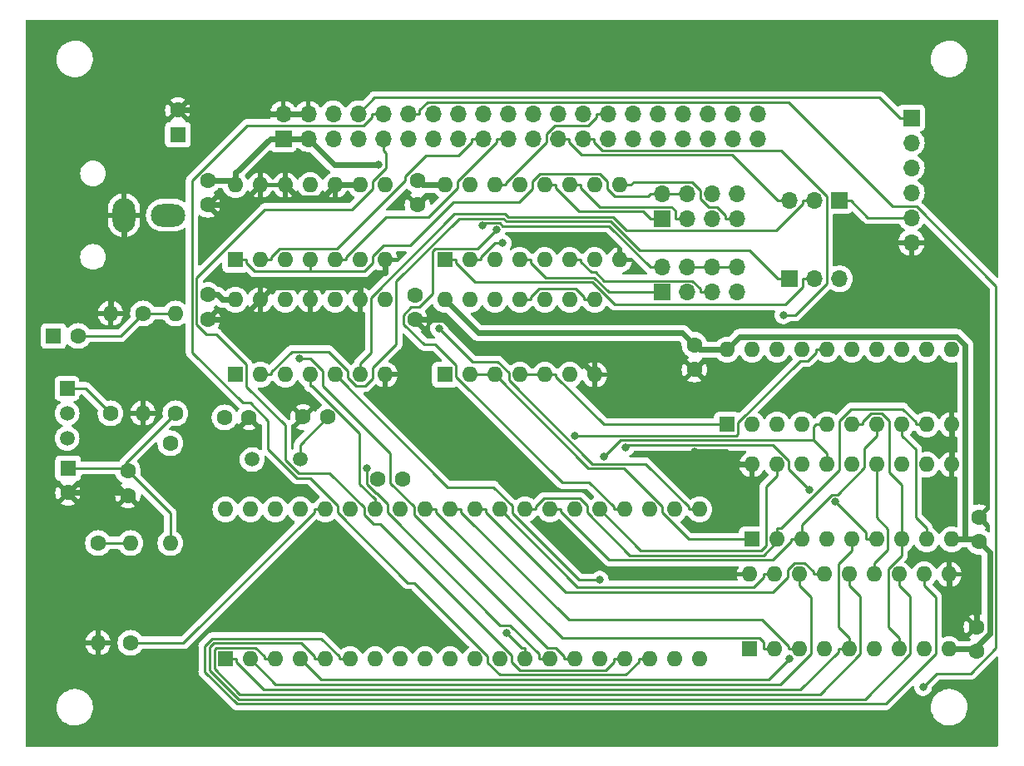
<source format=gtl>
G04 #@! TF.GenerationSoftware,KiCad,Pcbnew,7.0.6-0*
G04 #@! TF.CreationDate,2024-02-18T10:46:18+09:00*
G04 #@! TF.ProjectId,KZ80-TMS9918A,4b5a3830-2d54-44d5-9339-393138412e6b,rev?*
G04 #@! TF.SameCoordinates,PX5f5e100PY7735940*
G04 #@! TF.FileFunction,Copper,L1,Top*
G04 #@! TF.FilePolarity,Positive*
%FSLAX46Y46*%
G04 Gerber Fmt 4.6, Leading zero omitted, Abs format (unit mm)*
G04 Created by KiCad (PCBNEW 7.0.6-0) date 2024-02-18 10:46:18*
%MOMM*%
%LPD*%
G01*
G04 APERTURE LIST*
G04 #@! TA.AperFunction,ComponentPad*
%ADD10C,1.600000*%
G04 #@! TD*
G04 #@! TA.AperFunction,ComponentPad*
%ADD11O,1.600000X1.600000*%
G04 #@! TD*
G04 #@! TA.AperFunction,ComponentPad*
%ADD12R,1.500000X1.500000*%
G04 #@! TD*
G04 #@! TA.AperFunction,ComponentPad*
%ADD13C,1.500000*%
G04 #@! TD*
G04 #@! TA.AperFunction,ComponentPad*
%ADD14R,1.700000X1.700000*%
G04 #@! TD*
G04 #@! TA.AperFunction,ComponentPad*
%ADD15O,1.700000X1.700000*%
G04 #@! TD*
G04 #@! TA.AperFunction,ComponentPad*
%ADD16R,1.600000X1.600000*%
G04 #@! TD*
G04 #@! TA.AperFunction,ComponentPad*
%ADD17O,3.500000X2.300000*%
G04 #@! TD*
G04 #@! TA.AperFunction,ComponentPad*
%ADD18O,2.300000X3.500000*%
G04 #@! TD*
G04 #@! TA.AperFunction,ViaPad*
%ADD19C,0.800000*%
G04 #@! TD*
G04 #@! TA.AperFunction,Conductor*
%ADD20C,0.250000*%
G04 #@! TD*
G04 #@! TA.AperFunction,Conductor*
%ADD21C,0.600000*%
G04 #@! TD*
G04 APERTURE END LIST*
D10*
X7874000Y21212000D03*
D11*
X7874000Y11052000D03*
D10*
X11176000Y11052000D03*
D11*
X11176000Y21212000D03*
D10*
X9144000Y34420000D03*
D11*
X9144000Y44580000D03*
D12*
X4720000Y36960000D03*
D13*
X4720000Y34420000D03*
X4720000Y31880000D03*
X28443000Y29718000D03*
X23563000Y29718000D03*
D14*
X26725000Y62375000D03*
D15*
X26725000Y64915000D03*
X29265000Y62375000D03*
X29265000Y64915000D03*
X31805000Y62375000D03*
X31805000Y64915000D03*
X34345000Y62375000D03*
X34345000Y64915000D03*
X36885000Y62375000D03*
X36885000Y64915000D03*
X39425000Y62375000D03*
X39425000Y64915000D03*
X41965000Y62375000D03*
X41965000Y64915000D03*
X44505000Y62375000D03*
X44505000Y64915000D03*
X47045000Y62375000D03*
X47045000Y64915000D03*
X49585000Y62375000D03*
X49585000Y64915000D03*
X52125000Y62375000D03*
X52125000Y64915000D03*
X54665000Y62375000D03*
X54665000Y64915000D03*
X57205000Y62375000D03*
X57205000Y64915000D03*
X59745000Y62375000D03*
X59745000Y64915000D03*
X62285000Y62375000D03*
X62285000Y64915000D03*
X64825000Y62375000D03*
X64825000Y64915000D03*
X67365000Y62375000D03*
X67365000Y64915000D03*
X69905000Y62375000D03*
X69905000Y64915000D03*
X72445000Y62375000D03*
X72445000Y64915000D03*
X74985000Y62375000D03*
X74985000Y64915000D03*
D14*
X65278000Y46736000D03*
D15*
X65278000Y49276000D03*
X67818000Y46736000D03*
X67818000Y49276000D03*
X70358000Y46736000D03*
X70358000Y49276000D03*
X72898000Y46736000D03*
X72898000Y49276000D03*
D14*
X65278000Y54236000D03*
D15*
X65278000Y56776000D03*
X67818000Y54236000D03*
X67818000Y56776000D03*
X70358000Y54236000D03*
X70358000Y56776000D03*
X72898000Y54236000D03*
X72898000Y56776000D03*
D14*
X90650000Y64500000D03*
D15*
X90650000Y61960000D03*
X90650000Y59420000D03*
X90650000Y56880000D03*
X90650000Y54340000D03*
X90650000Y51800000D03*
D10*
X20750000Y34000000D03*
X23250000Y34000000D03*
X31250000Y34036000D03*
X28750000Y34036000D03*
D16*
X20828000Y9398000D03*
D11*
X23368000Y9398000D03*
X25908000Y9398000D03*
X28448000Y9398000D03*
X30988000Y9398000D03*
X33528000Y9398000D03*
X36068000Y9398000D03*
X38608000Y9398000D03*
X41148000Y9398000D03*
X43688000Y9398000D03*
X46228000Y9398000D03*
X48768000Y9398000D03*
X51308000Y9398000D03*
X53848000Y9398000D03*
X56388000Y9398000D03*
X58928000Y9398000D03*
X61468000Y9398000D03*
X64008000Y9398000D03*
X66548000Y9398000D03*
X69088000Y9398000D03*
X69088000Y24638000D03*
X66548000Y24638000D03*
X64008000Y24638000D03*
X61468000Y24638000D03*
X58928000Y24638000D03*
X56388000Y24638000D03*
X53848000Y24638000D03*
X51308000Y24638000D03*
X48768000Y24638000D03*
X46228000Y24638000D03*
X43688000Y24638000D03*
X41148000Y24638000D03*
X38608000Y24638000D03*
X36068000Y24638000D03*
X33528000Y24638000D03*
X30988000Y24638000D03*
X28448000Y24638000D03*
X25908000Y24638000D03*
X23368000Y24638000D03*
X20828000Y24638000D03*
D10*
X12446000Y44580000D03*
D11*
X12446000Y34420000D03*
D10*
X15748000Y34420000D03*
D11*
X15748000Y44580000D03*
D17*
X15008000Y54597500D03*
D18*
X10508000Y54597500D03*
D10*
X10922000Y28558000D03*
X10922000Y26058000D03*
D14*
X83304000Y56094000D03*
D15*
X80764000Y56094000D03*
X78224000Y56094000D03*
D10*
X40132000Y46462000D03*
X40132000Y43962000D03*
X38837000Y27686000D03*
X36337000Y27686000D03*
X97536000Y21356000D03*
X97536000Y23856000D03*
D16*
X74422000Y21590000D03*
D11*
X76962000Y21590000D03*
X79502000Y21590000D03*
X82042000Y21590000D03*
X84582000Y21590000D03*
X87122000Y21590000D03*
X89662000Y21590000D03*
X92202000Y21590000D03*
X94742000Y21590000D03*
X94742000Y29210000D03*
X92202000Y29210000D03*
X89662000Y29210000D03*
X87122000Y29210000D03*
X84582000Y29210000D03*
X82042000Y29210000D03*
X79502000Y29210000D03*
X76962000Y29210000D03*
X74422000Y29210000D03*
D16*
X16002000Y62778000D03*
D10*
X16002000Y65278000D03*
D16*
X3342000Y42294000D03*
D10*
X5842000Y42294000D03*
X19050000Y46482000D03*
X19050000Y43982000D03*
D16*
X4826000Y28832000D03*
D10*
X4826000Y26332000D03*
X15240000Y31372000D03*
D11*
X15240000Y21212000D03*
D16*
X21839000Y38364000D03*
D11*
X24379000Y38364000D03*
X26919000Y38364000D03*
X29459000Y38364000D03*
X31999000Y38364000D03*
X34539000Y38364000D03*
X37079000Y38364000D03*
X37079000Y45984000D03*
X34539000Y45984000D03*
X31999000Y45984000D03*
X29459000Y45984000D03*
X26919000Y45984000D03*
X24379000Y45984000D03*
X21839000Y45984000D03*
X43180000Y45974000D03*
X45720000Y45974000D03*
X48260000Y45974000D03*
X50800000Y45974000D03*
X53340000Y45974000D03*
X55880000Y45974000D03*
X58420000Y45974000D03*
X58420000Y38354000D03*
X55880000Y38354000D03*
X53340000Y38354000D03*
X50800000Y38354000D03*
X48260000Y38354000D03*
X45720000Y38354000D03*
D16*
X43180000Y38354000D03*
D10*
X68580000Y41382000D03*
X68580000Y38882000D03*
D16*
X71887000Y33284000D03*
D11*
X74427000Y33284000D03*
X76967000Y33284000D03*
X79507000Y33284000D03*
X82047000Y33284000D03*
X84587000Y33284000D03*
X87127000Y33284000D03*
X89667000Y33284000D03*
X92207000Y33284000D03*
X94747000Y33284000D03*
X94747000Y40904000D03*
X92207000Y40904000D03*
X89667000Y40904000D03*
X87127000Y40904000D03*
X84587000Y40904000D03*
X82047000Y40904000D03*
X79507000Y40904000D03*
X76967000Y40904000D03*
X74427000Y40904000D03*
X71887000Y40904000D03*
D16*
X21844000Y50038000D03*
D11*
X24384000Y50038000D03*
X26924000Y50038000D03*
X29464000Y50038000D03*
X32004000Y50038000D03*
X34544000Y50038000D03*
X37084000Y50038000D03*
X37084000Y57658000D03*
X34544000Y57658000D03*
X32004000Y57658000D03*
X29464000Y57658000D03*
X26924000Y57658000D03*
X24384000Y57658000D03*
X21844000Y57658000D03*
D14*
X78258000Y48116000D03*
D15*
X80798000Y48116000D03*
X83338000Y48116000D03*
D10*
X19050000Y58146000D03*
X19050000Y55646000D03*
X40386000Y58146000D03*
X40386000Y55646000D03*
D16*
X43170000Y50038000D03*
D11*
X45710000Y50038000D03*
X48250000Y50038000D03*
X50790000Y50038000D03*
X53330000Y50038000D03*
X55870000Y50038000D03*
X58410000Y50038000D03*
X60950000Y50038000D03*
X60950000Y57658000D03*
X58410000Y57658000D03*
X55870000Y57658000D03*
X53330000Y57658000D03*
X50790000Y57658000D03*
X48250000Y57658000D03*
X45710000Y57658000D03*
X43170000Y57658000D03*
D10*
X97282000Y10180000D03*
X97282000Y12680000D03*
D16*
X74168000Y10414000D03*
D11*
X76708000Y10414000D03*
X79248000Y10414000D03*
X81788000Y10414000D03*
X84328000Y10414000D03*
X86868000Y10414000D03*
X89408000Y10414000D03*
X91948000Y10414000D03*
X94488000Y10414000D03*
X94488000Y18034000D03*
X91948000Y18034000D03*
X89408000Y18034000D03*
X86868000Y18034000D03*
X84328000Y18034000D03*
X81788000Y18034000D03*
X79248000Y18034000D03*
X76708000Y18034000D03*
X74168000Y18034000D03*
D19*
X61578100Y30961000D03*
X80249200Y26654200D03*
X46993000Y53531900D03*
X49036300Y51737100D03*
X42579900Y43062900D03*
X48445100Y53090500D03*
X58928000Y17466400D03*
X28373700Y39998400D03*
X35233800Y28818300D03*
X36387600Y59744600D03*
X49488200Y12041200D03*
X77638500Y44415400D03*
X56361000Y32158600D03*
X82869400Y25431100D03*
X59374600Y30014000D03*
X78218700Y9427400D03*
X91847700Y6577300D03*
X68580000Y30495300D03*
D20*
X54665000Y62375000D02*
X55840300Y62375000D01*
X78224000Y56094000D02*
X77048700Y56094000D01*
X72393400Y60749300D02*
X77048700Y56094000D01*
X57098700Y60749300D02*
X72393400Y60749300D01*
X55840300Y62007700D02*
X57098700Y60749300D01*
X55840300Y62375000D02*
X55840300Y62007700D01*
X51925300Y46255400D02*
X51925300Y45974000D01*
X52769200Y47099300D02*
X51925300Y46255400D01*
X56448700Y47099300D02*
X52769200Y47099300D01*
X57294700Y46253300D02*
X56448700Y47099300D01*
X57294700Y45974000D02*
X57294700Y46253300D01*
X58420000Y45974000D02*
X57294700Y45974000D01*
X50800000Y45974000D02*
X51925300Y45974000D01*
X61837700Y31220600D02*
X61578100Y30961000D01*
X76558400Y31220600D02*
X61837700Y31220600D01*
X78158100Y29620900D02*
X76558400Y31220600D01*
X78158100Y28745300D02*
X78158100Y29620900D01*
X80249200Y26654200D02*
X78158100Y28745300D01*
X36014200Y66584200D02*
X34345000Y64915000D01*
X87390500Y66584200D02*
X36014200Y66584200D01*
X89474700Y64500000D02*
X87390500Y66584200D01*
X90650000Y64500000D02*
X89474700Y64500000D01*
X86233300Y54340000D02*
X90650000Y54340000D01*
X84479300Y56094000D02*
X86233300Y54340000D01*
X83304000Y56094000D02*
X84479300Y56094000D01*
X50800000Y38354000D02*
X53340000Y38354000D01*
X71887000Y33284000D02*
X70761700Y33284000D01*
X53340000Y38354000D02*
X54465300Y38354000D01*
X54465300Y38177100D02*
X54465300Y38354000D01*
X59358400Y33284000D02*
X54465300Y38177100D01*
X70761700Y33284000D02*
X59358400Y33284000D01*
X45720000Y38354000D02*
X48260000Y38354000D01*
X68000000Y21590000D02*
X74422000Y21590000D01*
X65278000Y24312000D02*
X68000000Y21590000D01*
X65278000Y24965500D02*
X65278000Y24312000D01*
X61405100Y28838400D02*
X65278000Y24965500D01*
X57775600Y28838400D02*
X61405100Y28838400D01*
X48260000Y38354000D02*
X57775600Y28838400D01*
X45869700Y62007700D02*
X45869700Y62375000D01*
X44525100Y60663100D02*
X45869700Y62007700D01*
X41280200Y60663100D02*
X44525100Y60663100D01*
X39167700Y58550600D02*
X41280200Y60663100D01*
X39167700Y58118100D02*
X39167700Y58550600D01*
X32212900Y51163300D02*
X39167700Y58118100D01*
X26353200Y51163300D02*
X32212900Y51163300D01*
X25509300Y50319400D02*
X26353200Y51163300D01*
X25509300Y50038000D02*
X25509300Y50319400D01*
X24384000Y50038000D02*
X25509300Y50038000D01*
X47045000Y62375000D02*
X45869700Y62375000D01*
X16558000Y11052000D02*
X11176000Y11052000D01*
X29862700Y24356700D02*
X16558000Y11052000D01*
X29862700Y24638000D02*
X29862700Y24356700D01*
X30988000Y24638000D02*
X29862700Y24638000D01*
X48409700Y61981000D02*
X48409700Y62375000D01*
X44440000Y58011300D02*
X48409700Y61981000D01*
X44440000Y57336400D02*
X44440000Y58011300D01*
X41506400Y54402800D02*
X44440000Y57336400D01*
X37212800Y54402800D02*
X41506400Y54402800D01*
X33129300Y50319300D02*
X37212800Y54402800D01*
X33129300Y50038000D02*
X33129300Y50319300D01*
X32004000Y50038000D02*
X33129300Y50038000D01*
X49585000Y62375000D02*
X48409700Y62375000D01*
X11176000Y21212000D02*
X7874000Y21212000D01*
X79622700Y47308000D02*
X79622700Y48116000D01*
X77849200Y45534500D02*
X79622700Y47308000D01*
X60451100Y45534500D02*
X77849200Y45534500D01*
X58212200Y47773400D02*
X60451100Y45534500D01*
X46278600Y47773400D02*
X58212200Y47773400D01*
X44295300Y49756700D02*
X46278600Y47773400D01*
X44295300Y50038000D02*
X44295300Y49756700D01*
X43170000Y50038000D02*
X44295300Y50038000D01*
X80798000Y48116000D02*
X79622700Y48116000D01*
X24379000Y38364000D02*
X25504300Y38364000D01*
X78258000Y48116000D02*
X77082700Y48116000D01*
X25504300Y38645300D02*
X25504300Y38364000D01*
X27582700Y40723700D02*
X25504300Y38645300D01*
X31301300Y40723700D02*
X27582700Y40723700D01*
X33269000Y38756000D02*
X31301300Y40723700D01*
X33269000Y38041700D02*
X33269000Y38756000D01*
X34098700Y37212000D02*
X33269000Y38041700D01*
X35047200Y37212000D02*
X34098700Y37212000D01*
X35809000Y37973800D02*
X35047200Y37212000D01*
X35809000Y39045500D02*
X35809000Y37973800D01*
X38218200Y41454700D02*
X35809000Y39045500D01*
X38218200Y47858100D02*
X38218200Y41454700D01*
X44626200Y54266100D02*
X38218200Y47858100D01*
X49105400Y54266100D02*
X44626200Y54266100D01*
X49420700Y53950800D02*
X49105400Y54266100D01*
X60064800Y53950800D02*
X49420700Y53950800D01*
X63021900Y50993700D02*
X60064800Y53950800D01*
X74205000Y50993700D02*
X63021900Y50993700D01*
X77082700Y48116000D02*
X74205000Y50993700D01*
X34539000Y38364000D02*
X34539000Y39489300D01*
X80764000Y56094000D02*
X79588700Y56094000D01*
X35664300Y40614600D02*
X34539000Y39489300D01*
X35664300Y46224200D02*
X35664300Y40614600D01*
X44156500Y54716400D02*
X35664300Y46224200D01*
X49292000Y54716400D02*
X44156500Y54716400D01*
X49607300Y54401100D02*
X49292000Y54716400D01*
X60251400Y54401100D02*
X49607300Y54401100D01*
X61626500Y53026000D02*
X60251400Y54401100D01*
X76888000Y53026000D02*
X61626500Y53026000D01*
X79588700Y55726700D02*
X76888000Y53026000D01*
X79588700Y56094000D02*
X79588700Y55726700D01*
X55870000Y50038000D02*
X56995300Y50038000D01*
X70358000Y46736000D02*
X69182700Y46736000D01*
X56995300Y49861200D02*
X56995300Y50038000D01*
X58083400Y48773100D02*
X56995300Y49861200D01*
X58486300Y48773100D02*
X58083400Y48773100D01*
X59348100Y47911300D02*
X58486300Y48773100D01*
X68374800Y47911300D02*
X59348100Y47911300D01*
X69182700Y47103400D02*
X68374800Y47911300D01*
X69182700Y46736000D02*
X69182700Y47103400D01*
X48250000Y57658000D02*
X49375300Y57658000D01*
X59745000Y64915000D02*
X58569700Y64915000D01*
X58569700Y64547600D02*
X58569700Y64915000D01*
X57761800Y63739700D02*
X58569700Y64547600D01*
X54347600Y63739700D02*
X57761800Y63739700D01*
X53489600Y62881700D02*
X54347600Y63739700D01*
X53489600Y62000800D02*
X53489600Y62881700D01*
X49375300Y57886500D02*
X53489600Y62000800D01*
X49375300Y57658000D02*
X49375300Y57886500D01*
X67818000Y49276000D02*
X70358000Y49276000D01*
X70358000Y49276000D02*
X72898000Y49276000D01*
X65278000Y49276000D02*
X64102700Y49276000D01*
X47276900Y53815800D02*
X46993000Y53531900D01*
X48745600Y53815800D02*
X47276900Y53815800D01*
X49060900Y53500500D02*
X48745600Y53815800D01*
X59878200Y53500500D02*
X49060900Y53500500D01*
X64102700Y49276000D02*
X59878200Y53500500D01*
X59886500Y46736000D02*
X65278000Y46736000D01*
X58369500Y48253000D02*
X59886500Y46736000D01*
X53419000Y48253000D02*
X58369500Y48253000D01*
X51915300Y49756700D02*
X53419000Y48253000D01*
X51915300Y50038000D02*
X51915300Y49756700D01*
X50790000Y50038000D02*
X51915300Y50038000D01*
X53330000Y57658000D02*
X54455300Y57658000D01*
X65278000Y54236000D02*
X64102700Y54236000D01*
X54455300Y57394300D02*
X54455300Y57658000D01*
X56860000Y54989600D02*
X54455300Y57394300D01*
X63349100Y54989600D02*
X56860000Y54989600D01*
X64102700Y54236000D02*
X63349100Y54989600D01*
X55870000Y57658000D02*
X56995300Y57658000D01*
X67818000Y54236000D02*
X66642700Y54236000D01*
X56995300Y57381900D02*
X56995300Y57658000D01*
X58937300Y55439900D02*
X56995300Y57381900D01*
X66246900Y55439900D02*
X58937300Y55439900D01*
X66642700Y55044100D02*
X66246900Y55439900D01*
X66642700Y54236000D02*
X66642700Y55044100D01*
X45710000Y50038000D02*
X46835300Y50038000D01*
X48253100Y51737100D02*
X49036300Y51737100D01*
X46835300Y50319300D02*
X48253100Y51737100D01*
X46835300Y50038000D02*
X46835300Y50319300D01*
X71722700Y54603400D02*
X71722700Y54236000D01*
X70914800Y55411300D02*
X71722700Y54603400D01*
X70021700Y55411300D02*
X70914800Y55411300D01*
X69182600Y56250400D02*
X70021700Y55411300D01*
X69182600Y57138900D02*
X69182600Y56250400D01*
X68370200Y57951300D02*
X69182600Y57138900D01*
X62368600Y57951300D02*
X68370200Y57951300D01*
X62075300Y57658000D02*
X62368600Y57951300D01*
X60950000Y57658000D02*
X62075300Y57658000D01*
X72898000Y54236000D02*
X71722700Y54236000D01*
X67818000Y56776000D02*
X65278000Y56776000D01*
X65278000Y56776000D02*
X64102700Y56776000D01*
X21844000Y50038000D02*
X22969300Y50038000D01*
X29464000Y50038000D02*
X29464000Y48912700D01*
X35016300Y48912700D02*
X29464000Y48912700D01*
X35814000Y49710400D02*
X35016300Y48912700D01*
X35814000Y50437900D02*
X35814000Y49710400D01*
X36923900Y51547800D02*
X35814000Y50437900D01*
X39619700Y51547800D02*
X36923900Y51547800D01*
X44016100Y55944200D02*
X39619700Y51547800D01*
X50689100Y55944200D02*
X44016100Y55944200D01*
X52060000Y57315100D02*
X50689100Y55944200D01*
X52060000Y58008700D02*
X52060000Y57315100D01*
X52863400Y58812100D02*
X52060000Y58008700D01*
X58896100Y58812100D02*
X52863400Y58812100D01*
X59680000Y58028200D02*
X58896100Y58812100D01*
X59680000Y57308000D02*
X59680000Y58028200D01*
X60464800Y56523200D02*
X59680000Y57308000D01*
X63849900Y56523200D02*
X60464800Y56523200D01*
X64102700Y56776000D02*
X63849900Y56523200D01*
X22969300Y49756700D02*
X22969300Y50038000D01*
X23813300Y48912700D02*
X22969300Y49756700D01*
X29464000Y48912700D02*
X23813300Y48912700D01*
X15748000Y44580000D02*
X14622700Y44580000D01*
X10160000Y42294000D02*
X12446000Y44580000D01*
X5842000Y42294000D02*
X10160000Y42294000D01*
X12446000Y44580000D02*
X14622700Y44580000D01*
X6604000Y36960000D02*
X9144000Y34420000D01*
X4720000Y36960000D02*
X6604000Y36960000D01*
X69088000Y24638000D02*
X67962700Y24638000D01*
X67962700Y24919300D02*
X67962700Y24638000D01*
X63593300Y29288700D02*
X67962700Y24919300D01*
X58189800Y29288700D02*
X63593300Y29288700D01*
X49674600Y37803900D02*
X58189800Y29288700D01*
X49674600Y38531800D02*
X49674600Y37803900D01*
X48549700Y39656700D02*
X49674600Y38531800D01*
X45986100Y39656700D02*
X48549700Y39656700D01*
X42579900Y43062900D02*
X45986100Y39656700D01*
X46518000Y51163400D02*
X48445100Y53090500D01*
X42160400Y51163400D02*
X46518000Y51163400D01*
X41943200Y50946200D02*
X42160400Y51163400D01*
X41943200Y46595400D02*
X41943200Y50946200D01*
X40559800Y45212000D02*
X41943200Y46595400D01*
X39759900Y45212000D02*
X40559800Y45212000D01*
X38982300Y44434400D02*
X39759900Y45212000D01*
X38982300Y43501200D02*
X38982300Y44434400D01*
X41067800Y41415700D02*
X38982300Y43501200D01*
X42205900Y41415700D02*
X41067800Y41415700D01*
X44305400Y39316200D02*
X42205900Y41415700D01*
X44305400Y38173700D02*
X44305400Y39316200D01*
X55111400Y27367700D02*
X44305400Y38173700D01*
X57878900Y27367700D02*
X55111400Y27367700D01*
X60342700Y24903900D02*
X57878900Y27367700D01*
X60342700Y24638000D02*
X60342700Y24903900D01*
X61468000Y24638000D02*
X60342700Y24638000D01*
X43445700Y26917300D02*
X31999000Y38364000D01*
X48118300Y26917300D02*
X43445700Y26917300D01*
X50038000Y24997600D02*
X48118300Y26917300D01*
X50038000Y24244000D02*
X50038000Y24997600D01*
X56815600Y17466400D02*
X50038000Y24244000D01*
X58928000Y17466400D02*
X56815600Y17466400D01*
X55262700Y9679400D02*
X55262700Y9398000D01*
X54418800Y10523300D02*
X55262700Y9679400D01*
X53590700Y10523300D02*
X54418800Y10523300D01*
X40022600Y24091400D02*
X53590700Y10523300D01*
X40022600Y24904800D02*
X40022600Y24091400D01*
X37587000Y27340400D02*
X40022600Y24904800D01*
X37587000Y30380600D02*
X37587000Y27340400D01*
X30729000Y37238600D02*
X37587000Y30380600D01*
X30729000Y38709200D02*
X30729000Y37238600D01*
X29439800Y39998400D02*
X30729000Y38709200D01*
X28373700Y39998400D02*
X29439800Y39998400D01*
X56388000Y9398000D02*
X55262700Y9398000D01*
X29459000Y38364000D02*
X29459000Y37238700D01*
X36068000Y24638000D02*
X36068000Y25763300D01*
X35983800Y25763300D02*
X36068000Y25763300D01*
X34492500Y27254600D02*
X35983800Y25763300D01*
X34492500Y32417000D02*
X34492500Y27254600D01*
X29670800Y37238700D02*
X34492500Y32417000D01*
X29459000Y37238700D02*
X29670800Y37238700D01*
X53848000Y9398000D02*
X52722700Y9398000D01*
X35202800Y28787300D02*
X35233800Y28818300D01*
X35202800Y27228700D02*
X35202800Y28787300D01*
X36141400Y26290100D02*
X35202800Y27228700D01*
X36272900Y26290100D02*
X36141400Y26290100D01*
X37338000Y25225000D02*
X36272900Y26290100D01*
X37338000Y24316400D02*
X37338000Y25225000D01*
X48807000Y12847400D02*
X37338000Y24316400D01*
X49835900Y12847400D02*
X48807000Y12847400D01*
X52722700Y9960600D02*
X49835900Y12847400D01*
X52722700Y9398000D02*
X52722700Y9960600D01*
D21*
X94488000Y10414000D02*
X97048000Y10414000D01*
X97048000Y10414000D02*
X97282000Y10180000D01*
X26725000Y62375000D02*
X25374700Y62375000D01*
X21958000Y58958300D02*
X25374700Y62375000D01*
X21844000Y58958300D02*
X21958000Y58958300D01*
X19050000Y58146000D02*
X21844000Y58146000D01*
X21844000Y57658000D02*
X21844000Y58146000D01*
X21844000Y58146000D02*
X21844000Y58958300D01*
X98635700Y20256300D02*
X97536000Y21356000D01*
X98635700Y12001700D02*
X98635700Y20256300D01*
X97048000Y10414000D02*
X98635700Y12001700D01*
X94742000Y21590000D02*
X96042300Y21590000D01*
X20040700Y46482000D02*
X20538700Y45984000D01*
X19050000Y46482000D02*
X20040700Y46482000D01*
X21839000Y45984000D02*
X20538700Y45984000D01*
X26725000Y62375000D02*
X28075300Y62375000D01*
X73189100Y42206100D02*
X71887000Y40904000D01*
X95290900Y42206100D02*
X73189100Y42206100D01*
X96138900Y41358100D02*
X95290900Y42206100D01*
X96138900Y21590000D02*
X96138900Y41358100D01*
X97302000Y21590000D02*
X96138900Y21590000D01*
X97536000Y21356000D02*
X97302000Y21590000D01*
X96138900Y21590000D02*
X96042300Y21590000D01*
X29265000Y62375000D02*
X28075300Y62375000D01*
X40874000Y57658000D02*
X40386000Y58146000D01*
X43170000Y57658000D02*
X40874000Y57658000D01*
X69058000Y40904000D02*
X68580000Y41382000D01*
X71887000Y40904000D02*
X69058000Y40904000D01*
X31895400Y59744600D02*
X36387600Y59744600D01*
X29265000Y62375000D02*
X31895400Y59744600D01*
X46543300Y42610700D02*
X43180000Y45974000D01*
X67351300Y42610700D02*
X46543300Y42610700D01*
X68580000Y41382000D02*
X67351300Y42610700D01*
D20*
X58380300Y62007600D02*
X58380300Y62375000D01*
X59188200Y61199700D02*
X58380300Y62007600D01*
X77363900Y61199700D02*
X59188200Y61199700D01*
X82024300Y56539300D02*
X77363900Y61199700D01*
X82024300Y47608700D02*
X82024300Y56539300D01*
X78831000Y44415400D02*
X82024300Y47608700D01*
X77638500Y44415400D02*
X78831000Y44415400D01*
X57205000Y62375000D02*
X58380300Y62375000D01*
X51308000Y9398000D02*
X51308000Y10523300D01*
X51006100Y10523300D02*
X49488200Y12041200D01*
X51308000Y10523300D02*
X51006100Y10523300D01*
X42273300Y24356700D02*
X42273300Y24638000D01*
X55090700Y11539300D02*
X42273300Y24356700D01*
X75160800Y11539300D02*
X55090700Y11539300D01*
X75582700Y11117400D02*
X75160800Y11539300D01*
X75582700Y10414000D02*
X75582700Y11117400D01*
X76708000Y10414000D02*
X75582700Y10414000D01*
X41148000Y24638000D02*
X42273300Y24638000D01*
X43688000Y24638000D02*
X44813300Y24638000D01*
X79248000Y10414000D02*
X78122700Y10414000D01*
X82047000Y40904000D02*
X80921700Y40904000D01*
X72849200Y32158600D02*
X56361000Y32158600D01*
X73012400Y32321800D02*
X72849200Y32158600D01*
X73012400Y33464300D02*
X73012400Y32321800D01*
X79326800Y39778700D02*
X73012400Y33464300D01*
X80077800Y39778700D02*
X79326800Y39778700D01*
X80921700Y40622600D02*
X80077800Y39778700D01*
X80921700Y40904000D02*
X80921700Y40622600D01*
X44813300Y24356700D02*
X44813300Y24638000D01*
X55784500Y13385500D02*
X44813300Y24356700D01*
X75432500Y13385500D02*
X55784500Y13385500D01*
X78122700Y10695300D02*
X75432500Y13385500D01*
X78122700Y10414000D02*
X78122700Y10695300D01*
X47353300Y24356700D02*
X47353300Y24638000D01*
X55466800Y16243200D02*
X47353300Y24356700D01*
X76534000Y16243200D02*
X55466800Y16243200D01*
X78051900Y17761100D02*
X76534000Y16243200D01*
X78051900Y18510500D02*
X78051900Y17761100D01*
X78760500Y19219100D02*
X78051900Y18510500D01*
X79758900Y19219100D02*
X78760500Y19219100D01*
X80662700Y18315300D02*
X79758900Y19219100D01*
X80662700Y18034000D02*
X80662700Y18315300D01*
X81788000Y18034000D02*
X80662700Y18034000D01*
X46228000Y24638000D02*
X47353300Y24638000D01*
X76708000Y18034000D02*
X75582700Y18034000D01*
X56665100Y16740900D02*
X48768000Y24638000D01*
X74570900Y16740900D02*
X56665100Y16740900D01*
X75582700Y17752700D02*
X74570900Y16740900D01*
X75582700Y18034000D02*
X75582700Y17752700D01*
X85996700Y22303800D02*
X85996700Y21590000D01*
X82869400Y25431100D02*
X85996700Y22303800D01*
X87122000Y21590000D02*
X85996700Y21590000D01*
X52433300Y24919400D02*
X52433300Y24638000D01*
X53277200Y25763300D02*
X52433300Y24919400D01*
X56917700Y25763300D02*
X53277200Y25763300D01*
X57658000Y25023000D02*
X56917700Y25763300D01*
X57658000Y24314100D02*
X57658000Y25023000D01*
X62011100Y19961000D02*
X57658000Y24314100D01*
X75583900Y19961000D02*
X62011100Y19961000D01*
X76962000Y21339100D02*
X75583900Y19961000D01*
X76962000Y21590000D02*
X76962000Y21339100D01*
X51308000Y24638000D02*
X52433300Y24638000D01*
X77384000Y22715300D02*
X76962000Y22715300D01*
X83312000Y28643300D02*
X77384000Y22715300D01*
X83312000Y33653600D02*
X83312000Y28643300D01*
X84538300Y34879900D02*
X83312000Y33653600D01*
X89767100Y34879900D02*
X84538300Y34879900D01*
X91081700Y33565300D02*
X89767100Y34879900D01*
X91081700Y33284000D02*
X91081700Y33565300D01*
X92207000Y33284000D02*
X91081700Y33284000D01*
X76962000Y21590000D02*
X76962000Y22715300D01*
X88282700Y12664600D02*
X89408000Y11539300D01*
X88282700Y18593400D02*
X88282700Y12664600D01*
X89662000Y19972700D02*
X88282700Y18593400D01*
X89662000Y21590000D02*
X89662000Y19972700D01*
X89408000Y10414000D02*
X89408000Y11539300D01*
X84587000Y33284000D02*
X85712300Y33284000D01*
X85712300Y33565300D02*
X85712300Y33284000D01*
X86563400Y34416400D02*
X85712300Y33565300D01*
X87627700Y34416400D02*
X86563400Y34416400D01*
X88392000Y33652100D02*
X87627700Y34416400D01*
X88392000Y28415500D02*
X88392000Y33652100D01*
X89662000Y27145500D02*
X88392000Y28415500D01*
X89662000Y21590000D02*
X89662000Y27145500D01*
X79502000Y21590000D02*
X78376700Y21590000D01*
X53848000Y24638000D02*
X54973300Y24638000D01*
X78376700Y21379000D02*
X78376700Y21590000D01*
X76508400Y19510700D02*
X78376700Y21379000D01*
X59867300Y19510700D02*
X76508400Y19510700D01*
X54973300Y24404700D02*
X59867300Y19510700D01*
X54973300Y24638000D02*
X54973300Y24404700D01*
X87127000Y33284000D02*
X87127000Y32158700D01*
X79502000Y21590000D02*
X79502000Y22715300D01*
X79502000Y23089400D02*
X79502000Y22715300D01*
X82569000Y26156400D02*
X79502000Y23089400D01*
X83121500Y26156400D02*
X82569000Y26156400D01*
X85852000Y28886900D02*
X83121500Y26156400D01*
X85852000Y30883700D02*
X85852000Y28886900D01*
X87127000Y32158700D02*
X85852000Y30883700D01*
X91076700Y23840600D02*
X92202000Y22715300D01*
X91076700Y30749000D02*
X91076700Y23840600D01*
X89667000Y32158700D02*
X91076700Y30749000D01*
X89667000Y33284000D02*
X89667000Y32158700D01*
X92202000Y21590000D02*
X92202000Y22715300D01*
X82047000Y33284000D02*
X80921700Y33284000D01*
X82042000Y29210000D02*
X82042000Y30335300D01*
X80676800Y33039100D02*
X80921700Y33284000D01*
X80676800Y31700500D02*
X80676800Y33039100D01*
X82042000Y30335300D02*
X80676800Y31700500D01*
X61061100Y31700500D02*
X59374600Y30014000D01*
X80676800Y31700500D02*
X61061100Y31700500D01*
X91948000Y18034000D02*
X91948000Y16908700D01*
X33528000Y9398000D02*
X32402700Y9398000D01*
X93112600Y15744100D02*
X91948000Y16908700D01*
X93112600Y9921000D02*
X93112600Y15744100D01*
X88020900Y4829300D02*
X93112600Y9921000D01*
X21981800Y4829300D02*
X88020900Y4829300D01*
X18720000Y8091100D02*
X21981800Y4829300D01*
X18720000Y10713300D02*
X18720000Y8091100D01*
X19488200Y11481500D02*
X18720000Y10713300D01*
X30600500Y11481500D02*
X19488200Y11481500D01*
X32402700Y9679300D02*
X30600500Y11481500D01*
X32402700Y9398000D02*
X32402700Y9679300D01*
X63101400Y20464600D02*
X58928000Y24638000D01*
X75376400Y20464600D02*
X63101400Y20464600D01*
X75836700Y20924900D02*
X75376400Y20464600D01*
X75836700Y26959400D02*
X75836700Y20924900D01*
X76962000Y28084700D02*
X75836700Y26959400D01*
X76962000Y29210000D02*
X76962000Y28084700D01*
X89408000Y18034000D02*
X89408000Y16908700D01*
X30988000Y9398000D02*
X29862700Y9398000D01*
X90534100Y15782600D02*
X89408000Y16908700D01*
X90534100Y9911700D02*
X90534100Y15782600D01*
X85936400Y5314000D02*
X90534100Y9911700D01*
X22164600Y5314000D02*
X85936400Y5314000D01*
X19243200Y8235400D02*
X22164600Y5314000D01*
X19243200Y10585700D02*
X19243200Y8235400D01*
X19688600Y11031100D02*
X19243200Y10585700D01*
X28510900Y11031100D02*
X19688600Y11031100D01*
X29862700Y9679300D02*
X28510900Y11031100D01*
X29862700Y9398000D02*
X29862700Y9679300D01*
X37168600Y60916100D02*
X36885000Y61199700D01*
X37168600Y59385700D02*
X37168600Y60916100D01*
X35814000Y58031100D02*
X37168600Y59385700D01*
X35814000Y57271400D02*
X35814000Y58031100D01*
X33719200Y55176600D02*
X35814000Y57271400D01*
X24853300Y55176600D02*
X33719200Y55176600D01*
X17894300Y48217600D02*
X24853300Y55176600D01*
X17894300Y43454100D02*
X17894300Y48217600D01*
X18930100Y42418300D02*
X17894300Y43454100D01*
X19935800Y42418300D02*
X18930100Y42418300D01*
X22964400Y39389700D02*
X19935800Y42418300D01*
X22964400Y37135000D02*
X22964400Y39389700D01*
X26899400Y33200000D02*
X22964400Y37135000D01*
X26899400Y29695100D02*
X26899400Y33200000D01*
X28248500Y28346000D02*
X26899400Y29695100D01*
X31438700Y28346000D02*
X28248500Y28346000D01*
X34942600Y24842100D02*
X31438700Y28346000D01*
X34942600Y24120400D02*
X34942600Y24842100D01*
X35925400Y23137600D02*
X34942600Y24120400D01*
X36622000Y23137600D02*
X35925400Y23137600D01*
X49980200Y9779400D02*
X36622000Y23137600D01*
X49980200Y9105000D02*
X49980200Y9779400D01*
X50813800Y8271400D02*
X49980200Y9105000D01*
X59497400Y8271400D02*
X50813800Y8271400D01*
X60342700Y9116700D02*
X59497400Y8271400D01*
X60342700Y9398000D02*
X60342700Y9116700D01*
X61468000Y9398000D02*
X60342700Y9398000D01*
X36885000Y62375000D02*
X36885000Y61199700D01*
X88272500Y20563800D02*
X86868000Y19159300D01*
X88272500Y22690000D02*
X88272500Y20563800D01*
X87122000Y23840500D02*
X88272500Y22690000D01*
X87122000Y29210000D02*
X87122000Y23840500D01*
X86868000Y18034000D02*
X86868000Y19159300D01*
X76098800Y7307500D02*
X78218700Y9427400D01*
X30538500Y7307500D02*
X76098800Y7307500D01*
X28448000Y9398000D02*
X30538500Y7307500D01*
X64008000Y9398000D02*
X62882700Y9398000D01*
X36885000Y64915000D02*
X35709700Y64915000D01*
X62882700Y9125300D02*
X62882700Y9398000D01*
X61578300Y7820900D02*
X62882700Y9125300D01*
X48735500Y7820900D02*
X61578300Y7820900D01*
X47498000Y9058400D02*
X48735500Y7820900D01*
X47498000Y9725400D02*
X47498000Y9058400D01*
X40060000Y17163400D02*
X47498000Y9725400D01*
X39407000Y17163400D02*
X40060000Y17163400D01*
X32258000Y24312400D02*
X39407000Y17163400D01*
X32258000Y25038000D02*
X32258000Y24312400D01*
X29454800Y27841200D02*
X32258000Y25038000D01*
X28116400Y27841200D02*
X29454800Y27841200D01*
X25177400Y30780200D02*
X28116400Y27841200D01*
X25177400Y33685500D02*
X25177400Y30780200D01*
X23387500Y35475400D02*
X25177400Y33685500D01*
X22594000Y35475400D02*
X23387500Y35475400D01*
X17443900Y40625500D02*
X22594000Y35475400D01*
X17443900Y58132700D02*
X17443900Y40625500D01*
X23050900Y63739700D02*
X17443900Y58132700D01*
X34901800Y63739700D02*
X23050900Y63739700D01*
X35709700Y64547600D02*
X34901800Y63739700D01*
X35709700Y64915000D02*
X35709700Y64547600D01*
X84328000Y18034000D02*
X84328000Y16908700D01*
X25908000Y9398000D02*
X24782700Y9398000D01*
X85471800Y15764900D02*
X84328000Y16908700D01*
X85471800Y9965000D02*
X85471800Y15764900D01*
X81343400Y5836600D02*
X85471800Y9965000D01*
X22280100Y5836600D02*
X81343400Y5836600D01*
X19698400Y8418300D02*
X22280100Y5836600D01*
X19698400Y10353800D02*
X19698400Y8418300D01*
X19897900Y10553300D02*
X19698400Y10353800D01*
X23908700Y10553300D02*
X19897900Y10553300D01*
X24782700Y9679300D02*
X23908700Y10553300D01*
X24782700Y9398000D02*
X24782700Y9679300D01*
X79248000Y18034000D02*
X79248000Y16908700D01*
X80409500Y15747200D02*
X79248000Y16908700D01*
X80409500Y9975000D02*
X80409500Y15747200D01*
X77270600Y6836100D02*
X80409500Y9975000D01*
X25929900Y6836100D02*
X77270600Y6836100D01*
X23368000Y9398000D02*
X25929900Y6836100D01*
X39425000Y64915000D02*
X40600300Y64915000D01*
X93216800Y7946400D02*
X91847700Y6577300D01*
X96690500Y7946400D02*
X93216800Y7946400D01*
X99271900Y10527800D02*
X96690500Y7946400D01*
X99271900Y47397500D02*
X99271900Y10527800D01*
X91154000Y55515400D02*
X99271900Y47397500D01*
X88773000Y55515400D02*
X91154000Y55515400D01*
X78167400Y66121000D02*
X88773000Y55515400D01*
X41438900Y66121000D02*
X78167400Y66121000D01*
X40600300Y65282400D02*
X41438900Y66121000D01*
X40600300Y64915000D02*
X40600300Y65282400D01*
X84582000Y21590000D02*
X84582000Y20464700D01*
X83202700Y12664600D02*
X84328000Y11539300D01*
X83202700Y19085400D02*
X83202700Y12664600D01*
X84582000Y20464700D02*
X83202700Y19085400D01*
X20828000Y9398000D02*
X21953300Y9398000D01*
X84328000Y10414000D02*
X83202700Y10414000D01*
X84328000Y10414000D02*
X84328000Y11539300D01*
X83202700Y10132700D02*
X83202700Y10414000D01*
X79380100Y6310100D02*
X83202700Y10132700D01*
X24759800Y6310100D02*
X79380100Y6310100D01*
X21953300Y9116600D02*
X24759800Y6310100D01*
X21953300Y9398000D02*
X21953300Y9116600D01*
X28443000Y31229000D02*
X31250000Y34036000D01*
X28443000Y29718000D02*
X28443000Y31229000D01*
D21*
X34539000Y45984000D02*
X34539000Y47284300D01*
X22372000Y55646000D02*
X19050000Y55646000D01*
X24384000Y57658000D02*
X22372000Y55646000D01*
X25011700Y65278000D02*
X16002000Y65278000D01*
X25374700Y64915000D02*
X25011700Y65278000D01*
X26725000Y64915000D02*
X25374700Y64915000D01*
X29265000Y64915000D02*
X26725000Y64915000D01*
X10648000Y26332000D02*
X10922000Y26058000D01*
X4826000Y26332000D02*
X10648000Y26332000D01*
X94742000Y29210000D02*
X94742000Y30510300D01*
X94747000Y30515300D02*
X94747000Y33284000D01*
X94742000Y30510300D02*
X94747000Y30515300D01*
X35992400Y48737700D02*
X34539000Y47284300D01*
X37084000Y48737700D02*
X35992400Y48737700D01*
X37084000Y50038000D02*
X37084000Y48737700D01*
X74422000Y29210000D02*
X73121700Y29210000D01*
X97282000Y13939700D02*
X97282000Y12680000D01*
X94488000Y16733700D02*
X97282000Y13939700D01*
X94488000Y18034000D02*
X94488000Y16733700D01*
X34539000Y47284300D02*
X29459000Y47284300D01*
X29459000Y45984000D02*
X29459000Y47284300D01*
X10508000Y47244300D02*
X9144000Y45880300D01*
X10508000Y54597500D02*
X10508000Y47244300D01*
X9144000Y44580000D02*
X9144000Y45880300D01*
X32004000Y57658000D02*
X34544000Y57658000D01*
X28224400Y56357600D02*
X26924000Y57658000D01*
X30703600Y56357600D02*
X28224400Y56357600D01*
X32004000Y57658000D02*
X30703600Y56357600D01*
X25679300Y47284300D02*
X24379000Y45984000D01*
X29459000Y47284300D02*
X25679300Y47284300D01*
X22377000Y43982000D02*
X19050000Y43982000D01*
X24379000Y45984000D02*
X22377000Y43982000D01*
X71836400Y30495300D02*
X68580000Y30495300D01*
X73121700Y29210000D02*
X71836400Y30495300D01*
X40186700Y44016700D02*
X40132000Y43962000D01*
X43026400Y44016700D02*
X40186700Y44016700D01*
X46427800Y40615300D02*
X43026400Y44016700D01*
X56158700Y40615300D02*
X46427800Y40615300D01*
X58420000Y38354000D02*
X56158700Y40615300D01*
D20*
X15240000Y24240000D02*
X15240000Y21212000D01*
X10922000Y28558000D02*
X15240000Y24240000D01*
X10648000Y29320000D02*
X15748000Y34420000D01*
X10648000Y28832000D02*
X10648000Y29320000D01*
X4826000Y28832000D02*
X10648000Y28832000D01*
X10648000Y28832000D02*
X10922000Y28558000D01*
G04 #@! TA.AperFunction,Conductor*
G36*
X99443039Y74480315D02*
G01*
X99488794Y74427511D01*
X99500000Y74376000D01*
X99499999Y48364668D01*
X99480314Y48297629D01*
X99427510Y48251874D01*
X99358352Y48241930D01*
X99294796Y48270955D01*
X99288318Y48276987D01*
X91712478Y55852827D01*
X91678993Y55914150D01*
X91683977Y55983842D01*
X91708931Y56024492D01*
X91725715Y56042724D01*
X91725716Y56042726D01*
X91725722Y56042732D01*
X91848860Y56231209D01*
X91939296Y56437384D01*
X91994564Y56655632D01*
X91994791Y56658366D01*
X92013156Y56879995D01*
X92013156Y56880006D01*
X91994565Y57104360D01*
X91994563Y57104372D01*
X91969629Y57202833D01*
X91939296Y57322616D01*
X91848860Y57528791D01*
X91846763Y57532000D01*
X91764444Y57658000D01*
X91725722Y57717268D01*
X91725719Y57717271D01*
X91725715Y57717277D01*
X91573243Y57882903D01*
X91573238Y57882908D01*
X91454797Y57975095D01*
X91395576Y58021189D01*
X91359070Y58040945D01*
X91309479Y58090164D01*
X91294371Y58158381D01*
X91318541Y58223936D01*
X91359070Y58259055D01*
X91359084Y58259064D01*
X91395576Y58278811D01*
X91573240Y58417094D01*
X91690601Y58544581D01*
X91725715Y58582724D01*
X91725716Y58582726D01*
X91725722Y58582732D01*
X91848860Y58771209D01*
X91939296Y58977384D01*
X91994564Y59195632D01*
X91995804Y59210598D01*
X92013156Y59419995D01*
X92013156Y59420006D01*
X91994565Y59644360D01*
X91994563Y59644372D01*
X91991876Y59654982D01*
X91939296Y59862616D01*
X91848860Y60068791D01*
X91843443Y60077082D01*
X91740909Y60234022D01*
X91725722Y60257268D01*
X91725719Y60257271D01*
X91725715Y60257277D01*
X91573243Y60422903D01*
X91573238Y60422908D01*
X91435800Y60529881D01*
X91395576Y60561189D01*
X91395575Y60561190D01*
X91395572Y60561192D01*
X91359068Y60580947D01*
X91309478Y60630167D01*
X91294371Y60698384D01*
X91318542Y60763939D01*
X91359069Y60799055D01*
X91395576Y60818811D01*
X91573240Y60957094D01*
X91693614Y61087854D01*
X91725715Y61122724D01*
X91725716Y61122726D01*
X91725722Y61122732D01*
X91848860Y61311209D01*
X91939296Y61517384D01*
X91994564Y61735632D01*
X91997252Y61768073D01*
X92013156Y61959995D01*
X92013156Y61960006D01*
X91994565Y62184360D01*
X91994563Y62184372D01*
X91991876Y62194982D01*
X91939296Y62402616D01*
X91848860Y62608791D01*
X91725722Y62797268D01*
X91725719Y62797271D01*
X91725715Y62797277D01*
X91580510Y62955009D01*
X91549587Y63017663D01*
X91557447Y63087089D01*
X91601594Y63141245D01*
X91628405Y63155173D01*
X91708584Y63185080D01*
X91746204Y63199111D01*
X91863261Y63286739D01*
X91950889Y63403796D01*
X92001989Y63540799D01*
X92006759Y63585167D01*
X92008499Y63601346D01*
X92008500Y63601363D01*
X92008500Y65398638D01*
X92008499Y65398655D01*
X92002851Y65451181D01*
X92001989Y65459201D01*
X92001617Y65460198D01*
X91979522Y65519436D01*
X91950889Y65596204D01*
X91863261Y65713261D01*
X91746204Y65800889D01*
X91724316Y65809053D01*
X91609203Y65851989D01*
X91548654Y65858500D01*
X91548638Y65858500D01*
X89751362Y65858500D01*
X89751345Y65858500D01*
X89690797Y65851989D01*
X89690795Y65851989D01*
X89553795Y65800889D01*
X89494581Y65756561D01*
X89451510Y65724318D01*
X89436738Y65713260D01*
X89402884Y65668037D01*
X89346950Y65626167D01*
X89277258Y65621183D01*
X89215937Y65654668D01*
X87897588Y66973017D01*
X87887687Y66985377D01*
X87887477Y66985202D01*
X87882502Y66991214D01*
X87882500Y66991218D01*
X87856157Y67015955D01*
X87831421Y67039185D01*
X87810268Y67060337D01*
X87808292Y67061869D01*
X87804683Y67064669D01*
X87800250Y67068456D01*
X87794024Y67074302D01*
X87765821Y67100786D01*
X87765819Y67100788D01*
X87747931Y67110622D01*
X87731670Y67121303D01*
X87715539Y67133816D01*
X87672193Y67152573D01*
X87666945Y67155144D01*
X87639524Y67170218D01*
X87625560Y67177895D01*
X87622160Y67178768D01*
X87605787Y67182972D01*
X87587381Y67189274D01*
X87568644Y67197382D01*
X87568646Y67197382D01*
X87521996Y67204770D01*
X87516281Y67205954D01*
X87496112Y67211132D01*
X87470532Y67217700D01*
X87470530Y67217700D01*
X87450116Y67217700D01*
X87430717Y67219227D01*
X87410558Y67222420D01*
X87410557Y67222420D01*
X87363534Y67217975D01*
X87357696Y67217700D01*
X36097834Y67217700D01*
X36082086Y67219439D01*
X36082061Y67219168D01*
X36074294Y67219902D01*
X36074291Y67219902D01*
X36004242Y67217700D01*
X35974337Y67217700D01*
X35967343Y67216816D01*
X35961520Y67216358D01*
X35914311Y67214874D01*
X35914308Y67214873D01*
X35894705Y67209178D01*
X35875659Y67205234D01*
X35855403Y67202674D01*
X35855401Y67202674D01*
X35855399Y67202673D01*
X35811482Y67185286D01*
X35805956Y67183394D01*
X35760606Y67170218D01*
X35743033Y67159826D01*
X35725570Y67151271D01*
X35706585Y67143754D01*
X35706583Y67143753D01*
X35668379Y67115996D01*
X35663496Y67112788D01*
X35622837Y67088742D01*
X35608396Y67074302D01*
X35593608Y67061673D01*
X35577097Y67049677D01*
X35577092Y67049672D01*
X35546990Y67013286D01*
X35543058Y67008964D01*
X34801990Y66267897D01*
X34740667Y66234412D01*
X34683872Y66235372D01*
X34679642Y66236443D01*
X34457569Y66273500D01*
X34232431Y66273500D01*
X34010362Y66236444D01*
X33797430Y66163344D01*
X33797419Y66163339D01*
X33599427Y66056192D01*
X33599422Y66056188D01*
X33421761Y65917908D01*
X33421756Y65917903D01*
X33269284Y65752277D01*
X33269276Y65752266D01*
X33178807Y65613794D01*
X33125660Y65568437D01*
X33056429Y65559014D01*
X32993093Y65588517D01*
X32971191Y65613794D01*
X32880722Y65752268D01*
X32880717Y65752273D01*
X32880715Y65752277D01*
X32728243Y65917903D01*
X32728238Y65917908D01*
X32550577Y66056188D01*
X32550572Y66056192D01*
X32352580Y66163339D01*
X32352577Y66163341D01*
X32352574Y66163342D01*
X32352571Y66163343D01*
X32352569Y66163344D01*
X32139637Y66236444D01*
X31917569Y66273500D01*
X31692431Y66273500D01*
X31470362Y66236444D01*
X31257430Y66163344D01*
X31257419Y66163339D01*
X31059427Y66056192D01*
X31059422Y66056188D01*
X30881761Y65917908D01*
X30881756Y65917903D01*
X30729284Y65752277D01*
X30729276Y65752266D01*
X30635251Y65608350D01*
X30582105Y65562993D01*
X30512873Y65553570D01*
X30449538Y65583072D01*
X30429868Y65605049D01*
X30303113Y65786074D01*
X30303108Y65786080D01*
X30136082Y65953106D01*
X29942578Y66088601D01*
X29728492Y66188430D01*
X29728486Y66188433D01*
X29514999Y66245636D01*
X29514999Y65350502D01*
X29407315Y65399680D01*
X29300763Y65415000D01*
X29229237Y65415000D01*
X29122685Y65399680D01*
X29014999Y65350502D01*
X29014999Y66245636D01*
X28801513Y66188433D01*
X28801507Y66188430D01*
X28587422Y66088601D01*
X28587420Y66088600D01*
X28393926Y65953114D01*
X28393920Y65953109D01*
X28226891Y65786080D01*
X28226890Y65786078D01*
X28096575Y65599969D01*
X28041998Y65556345D01*
X27972499Y65549152D01*
X27910145Y65580674D01*
X27893425Y65599969D01*
X27763109Y65786078D01*
X27763108Y65786080D01*
X27596082Y65953106D01*
X27402578Y66088601D01*
X27188492Y66188430D01*
X27188486Y66188433D01*
X26975000Y66245636D01*
X26975000Y65350502D01*
X26867315Y65399680D01*
X26760763Y65415000D01*
X26689237Y65415000D01*
X26582685Y65399680D01*
X26474999Y65350502D01*
X26474999Y66245636D01*
X26474998Y66245636D01*
X26261505Y66188430D01*
X26047422Y66088601D01*
X26047420Y66088600D01*
X25853926Y65953114D01*
X25853920Y65953109D01*
X25686891Y65786080D01*
X25686886Y65786074D01*
X25551400Y65592580D01*
X25551399Y65592578D01*
X25451570Y65378493D01*
X25451567Y65378487D01*
X25394364Y65165001D01*
X25394364Y65165000D01*
X26291314Y65165000D01*
X26265507Y65124844D01*
X26225000Y64986889D01*
X26225000Y64843111D01*
X26265507Y64705156D01*
X26291314Y64665000D01*
X25394364Y64665000D01*
X25430726Y64529293D01*
X25429063Y64459444D01*
X25389900Y64401581D01*
X25325672Y64374077D01*
X25310951Y64373200D01*
X23134529Y64373200D01*
X23118786Y64374939D01*
X23118761Y64374667D01*
X23110993Y64375402D01*
X23040960Y64373200D01*
X23011042Y64373200D01*
X23004036Y64372316D01*
X22998218Y64371858D01*
X22951011Y64370374D01*
X22951008Y64370373D01*
X22931405Y64364678D01*
X22912359Y64360734D01*
X22892103Y64358174D01*
X22892101Y64358174D01*
X22848192Y64340790D01*
X22842668Y64338899D01*
X22797304Y64325718D01*
X22797303Y64325717D01*
X22779724Y64315322D01*
X22762264Y64306768D01*
X22743284Y64299253D01*
X22743281Y64299251D01*
X22705082Y64271499D01*
X22700200Y64268291D01*
X22659538Y64244244D01*
X22645096Y64229802D01*
X22630308Y64217173D01*
X22613797Y64205177D01*
X22613792Y64205172D01*
X22583690Y64168786D01*
X22579758Y64164464D01*
X17055079Y58639786D01*
X17042720Y58629882D01*
X17042893Y58629673D01*
X17036883Y58624701D01*
X17036882Y58624701D01*
X17036882Y58624700D01*
X17018104Y58604704D01*
X16988916Y58573622D01*
X16967772Y58552478D01*
X16967757Y58552461D01*
X16963431Y58546886D01*
X16959647Y58542456D01*
X16927319Y58508029D01*
X16927312Y58508019D01*
X16917479Y58490133D01*
X16906803Y58473880D01*
X16894286Y58457743D01*
X16894285Y58457741D01*
X16875525Y58414390D01*
X16872955Y58409144D01*
X16850203Y58367759D01*
X16850203Y58367758D01*
X16845125Y58347980D01*
X16838825Y58329578D01*
X16830718Y58310843D01*
X16823331Y58264205D01*
X16822146Y58258484D01*
X16810400Y58212735D01*
X16810400Y58192316D01*
X16808873Y58172917D01*
X16805680Y58152759D01*
X16805679Y58152756D01*
X16810124Y58105732D01*
X16810399Y58099896D01*
X16810400Y56020602D01*
X16790715Y55953563D01*
X16737912Y55907808D01*
X16668753Y55897864D01*
X16605869Y55926311D01*
X16585857Y55943403D01*
X16585853Y55943405D01*
X16363271Y56079804D01*
X16122091Y56179703D01*
X16122089Y56179704D01*
X15907557Y56231209D01*
X15868250Y56240646D01*
X15673160Y56256000D01*
X15673158Y56256000D01*
X14342842Y56256000D01*
X14342840Y56256000D01*
X14147749Y56240646D01*
X13987357Y56202139D01*
X13893911Y56179704D01*
X13893909Y56179704D01*
X13893908Y56179703D01*
X13652728Y56079804D01*
X13430146Y55943405D01*
X13430141Y55943402D01*
X13231637Y55773863D01*
X13062098Y55575359D01*
X13062095Y55575354D01*
X12925696Y55352772D01*
X12825797Y55111592D01*
X12825796Y55111589D01*
X12803361Y55018143D01*
X12764854Y54857751D01*
X12745910Y54617048D01*
X12744372Y54597500D01*
X12745953Y54577408D01*
X12764854Y54337250D01*
X12769048Y54319781D01*
X12825796Y54083411D01*
X12825797Y54083409D01*
X12925696Y53842229D01*
X13062095Y53619647D01*
X13062098Y53619642D01*
X13115071Y53557619D01*
X13231637Y53421137D01*
X13346072Y53323401D01*
X13430141Y53251599D01*
X13430143Y53251598D01*
X13430144Y53251597D01*
X13445278Y53242323D01*
X13652728Y53115197D01*
X13709557Y53091658D01*
X13893911Y53015296D01*
X14147751Y52954354D01*
X14312132Y52941417D01*
X14342840Y52939000D01*
X14342842Y52939000D01*
X15673160Y52939000D01*
X15701627Y52941241D01*
X15868249Y52954354D01*
X16122089Y53015296D01*
X16363271Y53115197D01*
X16585856Y53251597D01*
X16605867Y53268689D01*
X16669627Y53297259D01*
X16738713Y53286824D01*
X16791190Y53240694D01*
X16810400Y53174399D01*
X16810400Y45667460D01*
X16790715Y45600421D01*
X16737911Y45554666D01*
X16668753Y45544722D01*
X16605197Y45573747D01*
X16598719Y45579779D01*
X16592304Y45586194D01*
X16592300Y45586198D01*
X16404749Y45717523D01*
X16369414Y45734000D01*
X16197249Y45814282D01*
X16197238Y45814286D01*
X15976089Y45873543D01*
X15976081Y45873544D01*
X15748002Y45893498D01*
X15747998Y45893498D01*
X15519918Y45873544D01*
X15519910Y45873543D01*
X15298761Y45814286D01*
X15298750Y45814282D01*
X15091254Y45717525D01*
X15091252Y45717524D01*
X15091249Y45717523D01*
X15091251Y45717523D01*
X14903700Y45586198D01*
X14903698Y45586197D01*
X14903695Y45586194D01*
X14741806Y45424305D01*
X14741803Y45424302D01*
X14741802Y45424300D01*
X14631220Y45266375D01*
X14576646Y45222751D01*
X14529648Y45213500D01*
X13664352Y45213500D01*
X13597313Y45233185D01*
X13562779Y45266374D01*
X13452198Y45424300D01*
X13290300Y45586198D01*
X13102749Y45717523D01*
X13067414Y45734000D01*
X12895249Y45814282D01*
X12895238Y45814286D01*
X12674089Y45873543D01*
X12674081Y45873544D01*
X12446002Y45893498D01*
X12445998Y45893498D01*
X12217918Y45873544D01*
X12217910Y45873543D01*
X11996761Y45814286D01*
X11996750Y45814282D01*
X11789254Y45717525D01*
X11789252Y45717524D01*
X11789249Y45717523D01*
X11789251Y45717523D01*
X11601700Y45586198D01*
X11601698Y45586197D01*
X11601695Y45586194D01*
X11439806Y45424305D01*
X11439803Y45424302D01*
X11439802Y45424300D01*
X11367951Y45321686D01*
X11308476Y45236748D01*
X11308475Y45236746D01*
X11211718Y45029250D01*
X11211714Y45029239D01*
X11152457Y44808090D01*
X11152456Y44808082D01*
X11132502Y44580002D01*
X11132502Y44579999D01*
X11152456Y44351919D01*
X11152458Y44351909D01*
X11169758Y44287345D01*
X11168095Y44217496D01*
X11137664Y44167571D01*
X9933914Y42963819D01*
X9872591Y42930334D01*
X9846233Y42927500D01*
X7060352Y42927500D01*
X6993313Y42947185D01*
X6958779Y42980374D01*
X6848198Y43138300D01*
X6686300Y43300198D01*
X6498749Y43431523D01*
X6482961Y43438885D01*
X6291249Y43528282D01*
X6291238Y43528286D01*
X6070089Y43587543D01*
X6070081Y43587544D01*
X5842002Y43607498D01*
X5841998Y43607498D01*
X5613918Y43587544D01*
X5613910Y43587543D01*
X5392761Y43528286D01*
X5392750Y43528282D01*
X5185254Y43431525D01*
X5185252Y43431524D01*
X5125920Y43389979D01*
X4999029Y43301128D01*
X4997699Y43300197D01*
X4850162Y43152660D01*
X4788839Y43119176D01*
X4719147Y43124160D01*
X4663214Y43166032D01*
X4646300Y43197007D01*
X4607811Y43300197D01*
X4592889Y43340204D01*
X4505261Y43457261D01*
X4388204Y43544889D01*
X4383601Y43546606D01*
X4251203Y43595989D01*
X4190654Y43602500D01*
X4190638Y43602500D01*
X2493362Y43602500D01*
X2493345Y43602500D01*
X2432797Y43595989D01*
X2432795Y43595989D01*
X2295795Y43544889D01*
X2178739Y43457261D01*
X2091111Y43340205D01*
X2040011Y43203205D01*
X2040011Y43203203D01*
X2033500Y43142655D01*
X2033500Y41445346D01*
X2040011Y41384798D01*
X2040011Y41384796D01*
X2087368Y41257831D01*
X2091111Y41247796D01*
X2178739Y41130739D01*
X2295796Y41043111D01*
X2432799Y40992011D01*
X2460050Y40989082D01*
X2493345Y40985501D01*
X2493362Y40985500D01*
X4190638Y40985500D01*
X4190654Y40985501D01*
X4217692Y40988409D01*
X4251201Y40992011D01*
X4388204Y41043111D01*
X4505261Y41130739D01*
X4592889Y41247796D01*
X4618848Y41317394D01*
X4646300Y41390993D01*
X4688171Y41446927D01*
X4753636Y41471343D01*
X4821909Y41456491D01*
X4850162Y41435340D01*
X4997700Y41287802D01*
X5185251Y41156477D01*
X5258761Y41122199D01*
X5392750Y41059719D01*
X5392752Y41059719D01*
X5392757Y41059716D01*
X5613913Y41000457D01*
X5776832Y40986204D01*
X5841998Y40980502D01*
X5842000Y40980502D01*
X5842002Y40980502D01*
X5899139Y40985501D01*
X6070087Y41000457D01*
X6291243Y41059716D01*
X6498749Y41156477D01*
X6686300Y41287802D01*
X6848198Y41449700D01*
X6958779Y41607626D01*
X7013354Y41651249D01*
X7060352Y41660500D01*
X10076366Y41660500D01*
X10092113Y41658762D01*
X10092139Y41659032D01*
X10099905Y41658299D01*
X10099909Y41658298D01*
X10169958Y41660500D01*
X10199856Y41660500D01*
X10199857Y41660500D01*
X10201222Y41660673D01*
X10206862Y41661386D01*
X10212685Y41661844D01*
X10238708Y41662662D01*
X10259890Y41663327D01*
X10269681Y41666173D01*
X10279481Y41669020D01*
X10298538Y41672968D01*
X10318797Y41675526D01*
X10362721Y41692918D01*
X10368221Y41694801D01*
X10413593Y41707982D01*
X10431165Y41718375D01*
X10448632Y41726932D01*
X10467617Y41734448D01*
X10505826Y41762210D01*
X10510704Y41765415D01*
X10551362Y41789458D01*
X10565802Y41803900D01*
X10580592Y41816530D01*
X10597107Y41828528D01*
X10627222Y41864933D01*
X10631126Y41869224D01*
X12033569Y43271667D01*
X12094890Y43305150D01*
X12153341Y43303759D01*
X12166631Y43300198D01*
X12217913Y43286457D01*
X12380832Y43272204D01*
X12445998Y43266502D01*
X12446000Y43266502D01*
X12446002Y43266502D01*
X12505013Y43271665D01*
X12674087Y43286457D01*
X12895243Y43345716D01*
X13102749Y43442477D01*
X13290300Y43573802D01*
X13452198Y43735700D01*
X13562779Y43893626D01*
X13617354Y43937249D01*
X13664352Y43946500D01*
X14529648Y43946500D01*
X14596687Y43926815D01*
X14631220Y43893627D01*
X14741802Y43735700D01*
X14903700Y43573802D01*
X15091251Y43442477D01*
X15173944Y43403917D01*
X15298750Y43345719D01*
X15298752Y43345719D01*
X15298757Y43345716D01*
X15519913Y43286457D01*
X15682832Y43272204D01*
X15747998Y43266502D01*
X15748000Y43266502D01*
X15748002Y43266502D01*
X15807013Y43271665D01*
X15976087Y43286457D01*
X16197243Y43345716D01*
X16404749Y43442477D01*
X16592300Y43573802D01*
X16598719Y43580222D01*
X16660042Y43613706D01*
X16729734Y43608722D01*
X16785667Y43566850D01*
X16810084Y43501386D01*
X16810400Y43492540D01*
X16810400Y40709134D01*
X16808661Y40693387D01*
X16808932Y40693361D01*
X16808198Y40685595D01*
X16808198Y40685592D01*
X16808198Y40685591D01*
X16809572Y40641887D01*
X16810400Y40615543D01*
X16810400Y40585641D01*
X16811284Y40578644D01*
X16811742Y40572821D01*
X16813226Y40525611D01*
X16813227Y40525609D01*
X16818922Y40506005D01*
X16822867Y40486958D01*
X16825426Y40466703D01*
X16825427Y40466700D01*
X16825428Y40466697D01*
X16842814Y40422784D01*
X16844706Y40417256D01*
X16857881Y40371908D01*
X16868272Y40354338D01*
X16876832Y40336865D01*
X16884347Y40317883D01*
X16912109Y40279673D01*
X16915318Y40274788D01*
X16933243Y40244477D01*
X16939358Y40234138D01*
X16939362Y40234134D01*
X16953789Y40219707D01*
X16966427Y40204911D01*
X16978428Y40188393D01*
X16978430Y40188391D01*
X16987848Y40180600D01*
X17014831Y40158278D01*
X17019131Y40154365D01*
X19560311Y37613185D01*
X22086910Y35086586D01*
X22096816Y35074222D01*
X22097026Y35074395D01*
X22102001Y35068381D01*
X22153094Y35020401D01*
X22167298Y35006198D01*
X22174230Y34999266D01*
X22177899Y34996420D01*
X22179801Y34994944D01*
X22184241Y34991152D01*
X22210168Y34966806D01*
X22245564Y34906565D01*
X22242772Y34836751D01*
X22226861Y34805289D01*
X22119868Y34652488D01*
X22119865Y34652482D01*
X22117070Y34646487D01*
X22070897Y34594049D01*
X22003703Y34574898D01*
X21936822Y34595115D01*
X21892307Y34646489D01*
X21891562Y34648087D01*
X21887523Y34656749D01*
X21756198Y34844300D01*
X21594300Y35006198D01*
X21406749Y35137523D01*
X21406745Y35137525D01*
X21199249Y35234282D01*
X21199238Y35234286D01*
X20978089Y35293543D01*
X20978081Y35293544D01*
X20750002Y35313498D01*
X20749998Y35313498D01*
X20521918Y35293544D01*
X20521910Y35293543D01*
X20300761Y35234286D01*
X20300750Y35234282D01*
X20093254Y35137525D01*
X20093252Y35137524D01*
X20093249Y35137523D01*
X20093251Y35137523D01*
X19905700Y35006198D01*
X19905698Y35006197D01*
X19905695Y35006194D01*
X19743806Y34844305D01*
X19743803Y34844302D01*
X19743802Y34844300D01*
X19661767Y34727144D01*
X19612476Y34656748D01*
X19612475Y34656746D01*
X19515718Y34449250D01*
X19515714Y34449239D01*
X19456457Y34228090D01*
X19456456Y34228082D01*
X19436502Y34000002D01*
X19436502Y33999999D01*
X19456456Y33771919D01*
X19456457Y33771911D01*
X19515714Y33550762D01*
X19515718Y33550751D01*
X19610488Y33347517D01*
X19612477Y33343251D01*
X19743802Y33155700D01*
X19905700Y32993802D01*
X20093251Y32862477D01*
X20156193Y32833127D01*
X20300750Y32765719D01*
X20300752Y32765719D01*
X20300757Y32765716D01*
X20521913Y32706457D01*
X20684832Y32692204D01*
X20749998Y32686502D01*
X20750000Y32686502D01*
X20750002Y32686502D01*
X20807021Y32691491D01*
X20978087Y32706457D01*
X21199243Y32765716D01*
X21406749Y32862477D01*
X21594300Y32993802D01*
X21756198Y33155700D01*
X21887523Y33343251D01*
X21892307Y33353513D01*
X21938476Y33405949D01*
X22005669Y33425103D01*
X22072551Y33404889D01*
X22117072Y33353510D01*
X22119866Y33347517D01*
X22170973Y33274529D01*
X22170973Y33274528D01*
X22852045Y33955601D01*
X22864835Y33874852D01*
X22922359Y33761955D01*
X23011955Y33672359D01*
X23124852Y33614835D01*
X23205597Y33602047D01*
X22524526Y32920975D01*
X22524526Y32920974D01*
X22597512Y32869869D01*
X22597516Y32869867D01*
X22803673Y32773735D01*
X22803682Y32773731D01*
X23023389Y32714861D01*
X23023400Y32714859D01*
X23249998Y32695034D01*
X23250002Y32695034D01*
X23476599Y32714859D01*
X23476610Y32714861D01*
X23696317Y32773731D01*
X23696331Y32773736D01*
X23902478Y32869864D01*
X23975472Y32920975D01*
X23294399Y33602047D01*
X23375148Y33614835D01*
X23488045Y33672359D01*
X23577641Y33761955D01*
X23635165Y33874852D01*
X23647953Y33955600D01*
X24329025Y33274528D01*
X24338476Y33275355D01*
X24372901Y33302871D01*
X24442399Y33310065D01*
X24504754Y33278543D01*
X24540169Y33218313D01*
X24543900Y33188123D01*
X24543900Y30863834D01*
X24542161Y30848087D01*
X24542432Y30848061D01*
X24541698Y30840295D01*
X24542636Y30810451D01*
X24525067Y30742826D01*
X24473727Y30695435D01*
X24404915Y30683323D01*
X24347573Y30704980D01*
X24332899Y30715255D01*
X24194654Y30812056D01*
X24194650Y30812058D01*
X23995081Y30905118D01*
X23995079Y30905119D01*
X23995076Y30905120D01*
X23811059Y30954428D01*
X23782372Y30962115D01*
X23782365Y30962116D01*
X23563002Y30981307D01*
X23562998Y30981307D01*
X23343634Y30962116D01*
X23343627Y30962115D01*
X23130920Y30905119D01*
X22931346Y30812056D01*
X22931342Y30812054D01*
X22750967Y30685753D01*
X22750960Y30685748D01*
X22595252Y30530040D01*
X22595247Y30530033D01*
X22468946Y30349658D01*
X22468944Y30349654D01*
X22375881Y30150080D01*
X22318885Y29937373D01*
X22318884Y29937366D01*
X22299693Y29718003D01*
X22299693Y29717998D01*
X22318605Y29501823D01*
X22318885Y29498629D01*
X22375880Y29285924D01*
X22375881Y29285921D01*
X22375882Y29285919D01*
X22436508Y29155905D01*
X22468944Y29086346D01*
X22595251Y28905962D01*
X22750962Y28750251D01*
X22931346Y28623944D01*
X23130924Y28530880D01*
X23343629Y28473885D01*
X23500322Y28460177D01*
X23562998Y28454693D01*
X23563000Y28454693D01*
X23563002Y28454693D01*
X23617842Y28459491D01*
X23782371Y28473885D01*
X23995076Y28530880D01*
X24194654Y28623944D01*
X24375038Y28750251D01*
X24530749Y28905962D01*
X24657056Y29086346D01*
X24750120Y29285924D01*
X24807115Y29498629D01*
X24826307Y29718000D01*
X24824402Y29739770D01*
X24808029Y29926920D01*
X24807115Y29937371D01*
X24807114Y29937372D01*
X24806643Y29942765D01*
X24808364Y29942916D01*
X24815240Y30004615D01*
X24859292Y30058848D01*
X24925671Y30080655D01*
X24993303Y30063113D01*
X25017297Y30044399D01*
X27609310Y27452386D01*
X27619216Y27440022D01*
X27619426Y27440195D01*
X27624401Y27434181D01*
X27675495Y27386200D01*
X27696624Y27365071D01*
X27696628Y27365068D01*
X27696631Y27365065D01*
X27702205Y27360742D01*
X27706647Y27356948D01*
X27741079Y27324614D01*
X27741083Y27324611D01*
X27758963Y27314782D01*
X27775227Y27304099D01*
X27791360Y27291586D01*
X27831160Y27274363D01*
X27834701Y27272831D01*
X27839950Y27270259D01*
X27853440Y27262843D01*
X27881340Y27247505D01*
X27901118Y27242427D01*
X27919519Y27236127D01*
X27938255Y27228019D01*
X27982762Y27220971D01*
X27984903Y27220631D01*
X27990612Y27219449D01*
X28036370Y27207700D01*
X28056784Y27207700D01*
X28076183Y27206173D01*
X28096343Y27202980D01*
X28143365Y27207425D01*
X28149204Y27207700D01*
X29141034Y27207700D01*
X29208073Y27188015D01*
X29228715Y27171381D01*
X30406070Y25994026D01*
X30439555Y25932703D01*
X30434571Y25863011D01*
X30392699Y25807078D01*
X30370795Y25793963D01*
X30331251Y25775524D01*
X30214934Y25694077D01*
X30143700Y25644198D01*
X30143698Y25644197D01*
X30143695Y25644194D01*
X29981802Y25482301D01*
X29868030Y25319819D01*
X29813453Y25276194D01*
X29774244Y25267188D01*
X29743051Y25265226D01*
X29743049Y25265225D01*
X29735029Y25262619D01*
X29712263Y25257531D01*
X29703903Y25256474D01*
X29703901Y25256474D01*
X29696166Y25255496D01*
X29695804Y25258361D01*
X29639594Y25260297D01*
X29582151Y25300073D01*
X29577042Y25306861D01*
X29454198Y25482300D01*
X29292300Y25644198D01*
X29104749Y25775523D01*
X29104743Y25775526D01*
X28897249Y25872282D01*
X28897238Y25872286D01*
X28676089Y25931543D01*
X28676081Y25931544D01*
X28448002Y25951498D01*
X28447998Y25951498D01*
X28219918Y25931544D01*
X28219910Y25931543D01*
X27998761Y25872286D01*
X27998750Y25872282D01*
X27791254Y25775525D01*
X27791252Y25775524D01*
X27738774Y25738778D01*
X27603700Y25644198D01*
X27603698Y25644197D01*
X27603695Y25644194D01*
X27441806Y25482305D01*
X27310476Y25294749D01*
X27290382Y25251655D01*
X27244209Y25199216D01*
X27177016Y25180064D01*
X27110135Y25200280D01*
X27065618Y25251655D01*
X27045523Y25294749D01*
X27025284Y25323653D01*
X26914198Y25482300D01*
X26752300Y25644198D01*
X26564749Y25775523D01*
X26564743Y25775526D01*
X26357249Y25872282D01*
X26357238Y25872286D01*
X26136089Y25931543D01*
X26136081Y25931544D01*
X25908002Y25951498D01*
X25907998Y25951498D01*
X25679918Y25931544D01*
X25679910Y25931543D01*
X25458761Y25872286D01*
X25458750Y25872282D01*
X25251254Y25775525D01*
X25251252Y25775524D01*
X25198774Y25738778D01*
X25063700Y25644198D01*
X25063698Y25644197D01*
X25063695Y25644194D01*
X24901806Y25482305D01*
X24770476Y25294749D01*
X24750382Y25251655D01*
X24704209Y25199216D01*
X24637016Y25180064D01*
X24570135Y25200280D01*
X24525618Y25251655D01*
X24505523Y25294749D01*
X24485284Y25323653D01*
X24374198Y25482300D01*
X24212300Y25644198D01*
X24024749Y25775523D01*
X24024743Y25775526D01*
X23817249Y25872282D01*
X23817238Y25872286D01*
X23596089Y25931543D01*
X23596081Y25931544D01*
X23368002Y25951498D01*
X23367998Y25951498D01*
X23139918Y25931544D01*
X23139910Y25931543D01*
X22918761Y25872286D01*
X22918750Y25872282D01*
X22711254Y25775525D01*
X22711252Y25775524D01*
X22658774Y25738778D01*
X22523700Y25644198D01*
X22523698Y25644197D01*
X22523695Y25644194D01*
X22361806Y25482305D01*
X22230476Y25294749D01*
X22210382Y25251655D01*
X22164209Y25199216D01*
X22097016Y25180064D01*
X22030135Y25200280D01*
X21985618Y25251655D01*
X21965523Y25294749D01*
X21945284Y25323653D01*
X21834198Y25482300D01*
X21672300Y25644198D01*
X21484749Y25775523D01*
X21484743Y25775526D01*
X21277249Y25872282D01*
X21277238Y25872286D01*
X21056089Y25931543D01*
X21056081Y25931544D01*
X20828002Y25951498D01*
X20827998Y25951498D01*
X20599918Y25931544D01*
X20599910Y25931543D01*
X20378761Y25872286D01*
X20378750Y25872282D01*
X20171254Y25775525D01*
X20171252Y25775524D01*
X20118774Y25738778D01*
X19983700Y25644198D01*
X19983698Y25644197D01*
X19983695Y25644194D01*
X19821806Y25482305D01*
X19821803Y25482302D01*
X19821802Y25482300D01*
X19768041Y25405522D01*
X19690476Y25294748D01*
X19690475Y25294746D01*
X19593718Y25087250D01*
X19593714Y25087239D01*
X19534457Y24866090D01*
X19534456Y24866082D01*
X19514502Y24638002D01*
X19514502Y24637999D01*
X19534456Y24409919D01*
X19534457Y24409911D01*
X19593714Y24188762D01*
X19593718Y24188751D01*
X19680847Y24001902D01*
X19690477Y23981251D01*
X19821802Y23793700D01*
X19983700Y23631802D01*
X20171251Y23500477D01*
X20256650Y23460655D01*
X20378750Y23403719D01*
X20378752Y23403719D01*
X20378757Y23403716D01*
X20599913Y23344457D01*
X20762832Y23330204D01*
X20827998Y23324502D01*
X20828000Y23324502D01*
X20828002Y23324502D01*
X20885021Y23329491D01*
X21056087Y23344457D01*
X21277243Y23403716D01*
X21484749Y23500477D01*
X21672300Y23631802D01*
X21834198Y23793700D01*
X21965523Y23981251D01*
X21985617Y24024345D01*
X22031790Y24076785D01*
X22098983Y24095937D01*
X22165864Y24075722D01*
X22210382Y24024345D01*
X22220540Y24002560D01*
X22230477Y23981251D01*
X22361802Y23793700D01*
X22523700Y23631802D01*
X22711251Y23500477D01*
X22796650Y23460655D01*
X22918750Y23403719D01*
X22918752Y23403719D01*
X22918757Y23403716D01*
X23139913Y23344457D01*
X23302832Y23330204D01*
X23367998Y23324502D01*
X23368000Y23324502D01*
X23368002Y23324502D01*
X23425021Y23329491D01*
X23596087Y23344457D01*
X23817243Y23403716D01*
X24024749Y23500477D01*
X24212300Y23631802D01*
X24374198Y23793700D01*
X24505523Y23981251D01*
X24525617Y24024345D01*
X24571790Y24076785D01*
X24638983Y24095937D01*
X24705864Y24075722D01*
X24750382Y24024345D01*
X24760540Y24002560D01*
X24770477Y23981251D01*
X24901802Y23793700D01*
X25063700Y23631802D01*
X25251251Y23500477D01*
X25336650Y23460655D01*
X25458750Y23403719D01*
X25458752Y23403719D01*
X25458757Y23403716D01*
X25679913Y23344457D01*
X25842832Y23330204D01*
X25907998Y23324502D01*
X25908000Y23324502D01*
X25908002Y23324502D01*
X25965021Y23329491D01*
X26136087Y23344457D01*
X26357243Y23403716D01*
X26564749Y23500477D01*
X26752300Y23631802D01*
X26914198Y23793700D01*
X27045523Y23981251D01*
X27065617Y24024345D01*
X27111790Y24076785D01*
X27178983Y24095937D01*
X27245864Y24075722D01*
X27290382Y24024345D01*
X27300540Y24002560D01*
X27310477Y23981251D01*
X27441802Y23793700D01*
X27603700Y23631802D01*
X27791251Y23500477D01*
X27848525Y23473770D01*
X27900963Y23427600D01*
X27920116Y23360407D01*
X27899901Y23293525D01*
X27883801Y23273708D01*
X16331914Y11721819D01*
X16270591Y11688334D01*
X16244233Y11685500D01*
X12394352Y11685500D01*
X12327313Y11705185D01*
X12292779Y11738374D01*
X12182198Y11896300D01*
X12020300Y12058198D01*
X11832749Y12189523D01*
X11819880Y12195524D01*
X11625249Y12286282D01*
X11625238Y12286286D01*
X11404089Y12345543D01*
X11404081Y12345544D01*
X11176002Y12365498D01*
X11175998Y12365498D01*
X10947918Y12345544D01*
X10947910Y12345543D01*
X10726761Y12286286D01*
X10726750Y12286282D01*
X10519254Y12189525D01*
X10519252Y12189524D01*
X10477555Y12160327D01*
X10331700Y12058198D01*
X10331698Y12058197D01*
X10331695Y12058194D01*
X10169806Y11896305D01*
X10169803Y11896302D01*
X10169802Y11896300D01*
X10094517Y11788782D01*
X10038476Y11708748D01*
X10038475Y11708746D01*
X9941718Y11501250D01*
X9941714Y11501239D01*
X9882457Y11280090D01*
X9882456Y11280082D01*
X9862502Y11052002D01*
X9862502Y11051999D01*
X9882456Y10823919D01*
X9882457Y10823911D01*
X9941714Y10602762D01*
X9941718Y10602751D01*
X10034305Y10404198D01*
X10038477Y10395251D01*
X10169802Y10207700D01*
X10331700Y10045802D01*
X10519251Y9914477D01*
X10610479Y9871937D01*
X10726750Y9817719D01*
X10726752Y9817719D01*
X10726757Y9817716D01*
X10947913Y9758457D01*
X11110832Y9744204D01*
X11175998Y9738502D01*
X11176000Y9738502D01*
X11176002Y9738502D01*
X11233021Y9743491D01*
X11404087Y9758457D01*
X11625243Y9817716D01*
X11832749Y9914477D01*
X12020300Y10045802D01*
X12182198Y10207700D01*
X12292779Y10365626D01*
X12347354Y10409249D01*
X12394352Y10418500D01*
X16474366Y10418500D01*
X16490113Y10416762D01*
X16490139Y10417032D01*
X16497905Y10416299D01*
X16497909Y10416298D01*
X16567958Y10418500D01*
X16597856Y10418500D01*
X16597857Y10418500D01*
X16599222Y10418673D01*
X16604862Y10419386D01*
X16610685Y10419844D01*
X16636708Y10420662D01*
X16657890Y10421327D01*
X16669814Y10424792D01*
X16677481Y10427020D01*
X16696538Y10430968D01*
X16716797Y10433526D01*
X16760721Y10450918D01*
X16766221Y10452801D01*
X16811593Y10465982D01*
X16829165Y10476375D01*
X16846632Y10484932D01*
X16865617Y10492448D01*
X16903826Y10520210D01*
X16908704Y10523415D01*
X16949362Y10547458D01*
X16963802Y10561900D01*
X16978592Y10574530D01*
X16995107Y10586528D01*
X17025222Y10622933D01*
X17029126Y10627224D01*
X30005434Y23603531D01*
X30066755Y23637014D01*
X30136447Y23632030D01*
X30164230Y23617427D01*
X30331251Y23500477D01*
X30416650Y23460655D01*
X30538750Y23403719D01*
X30538752Y23403719D01*
X30538757Y23403716D01*
X30759913Y23344457D01*
X30922832Y23330204D01*
X30987998Y23324502D01*
X30988000Y23324502D01*
X30988002Y23324502D01*
X31045021Y23329491D01*
X31216087Y23344457D01*
X31437243Y23403716D01*
X31644749Y23500477D01*
X31832300Y23631802D01*
X31849814Y23649318D01*
X31911135Y23682803D01*
X31980827Y23677820D01*
X32025177Y23649318D01*
X38899912Y16774583D01*
X38909816Y16762222D01*
X38910026Y16762395D01*
X38915001Y16756381D01*
X38966078Y16708416D01*
X38987224Y16687270D01*
X38992813Y16682934D01*
X38997245Y16679148D01*
X39022848Y16655107D01*
X39031680Y16646813D01*
X39049562Y16636983D01*
X39065829Y16626298D01*
X39081960Y16613785D01*
X39103838Y16604319D01*
X39125307Y16595029D01*
X39130533Y16592469D01*
X39171940Y16569705D01*
X39191716Y16564628D01*
X39210124Y16558325D01*
X39228850Y16550221D01*
X39228852Y16550220D01*
X39228853Y16550220D01*
X39228855Y16550219D01*
X39269784Y16543737D01*
X39275503Y16542831D01*
X39281212Y16541649D01*
X39326970Y16529900D01*
X39347384Y16529900D01*
X39366783Y16528373D01*
X39386943Y16525180D01*
X39433965Y16529625D01*
X39439804Y16529900D01*
X39746234Y16529900D01*
X39813273Y16510215D01*
X39833915Y16493581D01*
X45596914Y10730582D01*
X45630399Y10669259D01*
X45625415Y10599567D01*
X45583543Y10543634D01*
X45571287Y10535548D01*
X45571251Y10535524D01*
X45571251Y10535523D01*
X45383700Y10404198D01*
X45383698Y10404197D01*
X45383695Y10404194D01*
X45221806Y10242305D01*
X45090476Y10054749D01*
X45070382Y10011655D01*
X45024209Y9959216D01*
X44957016Y9940064D01*
X44890135Y9960280D01*
X44845618Y10011655D01*
X44825523Y10054749D01*
X44767158Y10138102D01*
X44694198Y10242300D01*
X44532300Y10404198D01*
X44344749Y10535523D01*
X44344743Y10535526D01*
X44137249Y10632282D01*
X44137238Y10632286D01*
X43916089Y10691543D01*
X43916081Y10691544D01*
X43688002Y10711498D01*
X43687998Y10711498D01*
X43459918Y10691544D01*
X43459910Y10691543D01*
X43238761Y10632286D01*
X43238750Y10632282D01*
X43031257Y10535526D01*
X43031252Y10535524D01*
X43031249Y10535523D01*
X43031251Y10535523D01*
X42843700Y10404198D01*
X42843698Y10404197D01*
X42843695Y10404194D01*
X42681806Y10242305D01*
X42550476Y10054749D01*
X42530382Y10011655D01*
X42484209Y9959216D01*
X42417016Y9940064D01*
X42350135Y9960280D01*
X42305618Y10011655D01*
X42285523Y10054749D01*
X42227158Y10138102D01*
X42154198Y10242300D01*
X41992300Y10404198D01*
X41804749Y10535523D01*
X41804743Y10535526D01*
X41597249Y10632282D01*
X41597238Y10632286D01*
X41376089Y10691543D01*
X41376081Y10691544D01*
X41148002Y10711498D01*
X41147998Y10711498D01*
X40919918Y10691544D01*
X40919910Y10691543D01*
X40698761Y10632286D01*
X40698750Y10632282D01*
X40491257Y10535526D01*
X40491252Y10535524D01*
X40491249Y10535523D01*
X40491251Y10535523D01*
X40303700Y10404198D01*
X40303698Y10404197D01*
X40303695Y10404194D01*
X40141806Y10242305D01*
X40010476Y10054749D01*
X39990382Y10011655D01*
X39944209Y9959216D01*
X39877016Y9940064D01*
X39810135Y9960280D01*
X39765618Y10011655D01*
X39745523Y10054749D01*
X39687158Y10138102D01*
X39614198Y10242300D01*
X39452300Y10404198D01*
X39264749Y10535523D01*
X39264743Y10535526D01*
X39057249Y10632282D01*
X39057238Y10632286D01*
X38836089Y10691543D01*
X38836081Y10691544D01*
X38608002Y10711498D01*
X38607998Y10711498D01*
X38379918Y10691544D01*
X38379910Y10691543D01*
X38158761Y10632286D01*
X38158750Y10632282D01*
X37951257Y10535526D01*
X37951252Y10535524D01*
X37951249Y10535523D01*
X37951251Y10535523D01*
X37763700Y10404198D01*
X37763698Y10404197D01*
X37763695Y10404194D01*
X37601806Y10242305D01*
X37470476Y10054749D01*
X37450382Y10011655D01*
X37404209Y9959216D01*
X37337016Y9940064D01*
X37270135Y9960280D01*
X37225618Y10011655D01*
X37205523Y10054749D01*
X37147158Y10138102D01*
X37074198Y10242300D01*
X36912300Y10404198D01*
X36724749Y10535523D01*
X36724743Y10535526D01*
X36517249Y10632282D01*
X36517238Y10632286D01*
X36296089Y10691543D01*
X36296081Y10691544D01*
X36068002Y10711498D01*
X36067998Y10711498D01*
X35839918Y10691544D01*
X35839910Y10691543D01*
X35618761Y10632286D01*
X35618750Y10632282D01*
X35411257Y10535526D01*
X35411252Y10535524D01*
X35411249Y10535523D01*
X35411251Y10535523D01*
X35223700Y10404198D01*
X35223698Y10404197D01*
X35223695Y10404194D01*
X35061806Y10242305D01*
X34930476Y10054749D01*
X34910382Y10011655D01*
X34864209Y9959216D01*
X34797016Y9940064D01*
X34730135Y9960280D01*
X34685618Y10011655D01*
X34665523Y10054749D01*
X34607158Y10138102D01*
X34534198Y10242300D01*
X34372300Y10404198D01*
X34184749Y10535523D01*
X34184743Y10535526D01*
X33977249Y10632282D01*
X33977238Y10632286D01*
X33756089Y10691543D01*
X33756081Y10691544D01*
X33528002Y10711498D01*
X33527998Y10711498D01*
X33299918Y10691544D01*
X33299910Y10691543D01*
X33078761Y10632286D01*
X33078750Y10632282D01*
X32871257Y10535526D01*
X32871246Y10535521D01*
X32704236Y10418579D01*
X32638030Y10396252D01*
X32570263Y10413262D01*
X32545432Y10432473D01*
X31107588Y11870317D01*
X31097687Y11882677D01*
X31097477Y11882502D01*
X31092502Y11888514D01*
X31092500Y11888518D01*
X31057989Y11920926D01*
X31041421Y11936485D01*
X31020268Y11957637D01*
X31018292Y11959169D01*
X31014683Y11961969D01*
X31010250Y11965756D01*
X30998907Y11976407D01*
X30975821Y11998086D01*
X30975819Y11998088D01*
X30957931Y12007922D01*
X30941670Y12018603D01*
X30925539Y12031116D01*
X30882193Y12049873D01*
X30876945Y12052444D01*
X30847036Y12068886D01*
X30835560Y12075195D01*
X30832160Y12076068D01*
X30815787Y12080272D01*
X30797381Y12086574D01*
X30778644Y12094682D01*
X30778646Y12094682D01*
X30731996Y12102070D01*
X30726281Y12103254D01*
X30699054Y12110244D01*
X30680532Y12115000D01*
X30680530Y12115000D01*
X30660116Y12115000D01*
X30640717Y12116527D01*
X30620558Y12119720D01*
X30620557Y12119720D01*
X30573534Y12115275D01*
X30567696Y12115000D01*
X19571831Y12115000D01*
X19556079Y12116740D01*
X19556054Y12116468D01*
X19548292Y12117202D01*
X19548291Y12117202D01*
X19478228Y12115000D01*
X19448344Y12115000D01*
X19448341Y12115000D01*
X19448329Y12114999D01*
X19441337Y12114116D01*
X19435520Y12113659D01*
X19388314Y12112175D01*
X19388307Y12112174D01*
X19368700Y12106478D01*
X19349661Y12102535D01*
X19329411Y12099976D01*
X19329401Y12099974D01*
X19285491Y12082589D01*
X19279965Y12080697D01*
X19234612Y12067521D01*
X19234607Y12067519D01*
X19217033Y12057126D01*
X19199572Y12048572D01*
X19180586Y12041054D01*
X19180584Y12041053D01*
X19142372Y12013292D01*
X19137490Y12010085D01*
X19096837Y11986043D01*
X19082401Y11971606D01*
X19067615Y11958977D01*
X19051093Y11946972D01*
X19051091Y11946971D01*
X19051091Y11946970D01*
X19051088Y11946968D01*
X19020980Y11910575D01*
X19017049Y11906254D01*
X18331182Y11220388D01*
X18318820Y11210484D01*
X18318994Y11210274D01*
X18312985Y11205303D01*
X18265015Y11154221D01*
X18243872Y11133078D01*
X18243857Y11133061D01*
X18239531Y11127486D01*
X18235747Y11123056D01*
X18203419Y11088629D01*
X18203412Y11088619D01*
X18193579Y11070733D01*
X18182903Y11054480D01*
X18170386Y11038343D01*
X18170385Y11038341D01*
X18151625Y10994990D01*
X18149055Y10989744D01*
X18126303Y10948359D01*
X18126303Y10948358D01*
X18121225Y10928580D01*
X18114925Y10910178D01*
X18106818Y10891443D01*
X18099431Y10844805D01*
X18098246Y10839084D01*
X18086500Y10793335D01*
X18086500Y10772916D01*
X18084973Y10753517D01*
X18081780Y10733359D01*
X18081780Y10733358D01*
X18086225Y10686334D01*
X18086500Y10680496D01*
X18086500Y8174734D01*
X18084761Y8158987D01*
X18085032Y8158961D01*
X18084298Y8151195D01*
X18084298Y8151192D01*
X18084298Y8151191D01*
X18085767Y8104458D01*
X18086500Y8081143D01*
X18086500Y8051241D01*
X18087384Y8044244D01*
X18087842Y8038421D01*
X18089326Y7991211D01*
X18089327Y7991209D01*
X18095022Y7971605D01*
X18098967Y7952558D01*
X18101526Y7932303D01*
X18101527Y7932300D01*
X18101528Y7932297D01*
X18118914Y7888384D01*
X18120806Y7882856D01*
X18133981Y7837508D01*
X18144372Y7819938D01*
X18152932Y7802465D01*
X18160447Y7783483D01*
X18188209Y7745273D01*
X18191416Y7740390D01*
X18215458Y7699738D01*
X18215462Y7699734D01*
X18229889Y7685307D01*
X18242526Y7670512D01*
X18254528Y7653993D01*
X18290931Y7623878D01*
X18295231Y7619965D01*
X20689504Y5225691D01*
X21474712Y4440483D01*
X21484616Y4428122D01*
X21484826Y4428295D01*
X21489801Y4422281D01*
X21540878Y4374316D01*
X21562024Y4353170D01*
X21567613Y4348834D01*
X21572045Y4345048D01*
X21593653Y4324758D01*
X21606480Y4312713D01*
X21624362Y4302883D01*
X21640629Y4292198D01*
X21656760Y4279685D01*
X21678638Y4270219D01*
X21700107Y4260929D01*
X21705333Y4258369D01*
X21746740Y4235605D01*
X21766516Y4230528D01*
X21784924Y4224225D01*
X21803650Y4216121D01*
X21803652Y4216120D01*
X21803653Y4216120D01*
X21803655Y4216119D01*
X21844584Y4209637D01*
X21850303Y4208731D01*
X21856012Y4207549D01*
X21901770Y4195800D01*
X21922184Y4195800D01*
X21941583Y4194273D01*
X21961743Y4191080D01*
X22008765Y4195525D01*
X22014604Y4195800D01*
X87937266Y4195800D01*
X87953013Y4194062D01*
X87953039Y4194332D01*
X87960805Y4193599D01*
X87960809Y4193598D01*
X88030858Y4195800D01*
X88060756Y4195800D01*
X88060757Y4195800D01*
X88062122Y4195973D01*
X88067762Y4196686D01*
X88073585Y4197144D01*
X88099608Y4197962D01*
X88120790Y4198627D01*
X88130581Y4201473D01*
X88140381Y4204320D01*
X88159438Y4208268D01*
X88179697Y4210826D01*
X88223621Y4228218D01*
X88229121Y4230101D01*
X88274493Y4243282D01*
X88292065Y4253675D01*
X88309532Y4262232D01*
X88328517Y4269748D01*
X88366726Y4297510D01*
X88371604Y4300715D01*
X88412262Y4324758D01*
X88426702Y4339200D01*
X88441492Y4351830D01*
X88458007Y4363828D01*
X88488122Y4400233D01*
X88492026Y4404524D01*
X88519739Y4432237D01*
X92645787Y4432237D01*
X92675413Y4162987D01*
X92675415Y4162976D01*
X92743926Y3900918D01*
X92743928Y3900912D01*
X92849870Y3651610D01*
X92921998Y3533425D01*
X92990979Y3420395D01*
X92990986Y3420385D01*
X93164253Y3212181D01*
X93164259Y3212176D01*
X93365998Y3031418D01*
X93591910Y2881956D01*
X93837176Y2766980D01*
X93837183Y2766978D01*
X93837185Y2766977D01*
X94096557Y2688943D01*
X94096564Y2688942D01*
X94096569Y2688940D01*
X94364561Y2649500D01*
X94364566Y2649500D01*
X94567636Y2649500D01*
X94619133Y2653270D01*
X94770156Y2664323D01*
X94882758Y2689407D01*
X95034546Y2723218D01*
X95034548Y2723219D01*
X95034553Y2723220D01*
X95287558Y2819986D01*
X95523777Y2952559D01*
X95738177Y3118112D01*
X95926186Y3313119D01*
X96083799Y3533421D01*
X96157787Y3677331D01*
X96207649Y3774310D01*
X96207651Y3774316D01*
X96207656Y3774325D01*
X96295118Y4030695D01*
X96344319Y4297067D01*
X96354212Y4567765D01*
X96324586Y4837018D01*
X96256072Y5099088D01*
X96150130Y5348390D01*
X96009018Y5579610D01*
X95934794Y5668800D01*
X95835746Y5787820D01*
X95835740Y5787825D01*
X95634002Y5968582D01*
X95408092Y6118043D01*
X95408090Y6118044D01*
X95162824Y6233020D01*
X95162819Y6233022D01*
X95162814Y6233024D01*
X94903442Y6311058D01*
X94903428Y6311061D01*
X94787791Y6328079D01*
X94635439Y6350500D01*
X94432369Y6350500D01*
X94432364Y6350500D01*
X94229844Y6335677D01*
X94229831Y6335675D01*
X93965453Y6276783D01*
X93965446Y6276780D01*
X93712439Y6180013D01*
X93476226Y6047443D01*
X93261822Y5881888D01*
X93073822Y5686891D01*
X93073816Y5686884D01*
X92916202Y5466581D01*
X92916199Y5466576D01*
X92792350Y5225691D01*
X92792343Y5225673D01*
X92704884Y4969315D01*
X92704881Y4969301D01*
X92655681Y4702932D01*
X92655680Y4702925D01*
X92645787Y4432237D01*
X88519739Y4432237D01*
X90724749Y6637247D01*
X90786070Y6670730D01*
X90855762Y6665746D01*
X90911695Y6623874D01*
X90935748Y6562527D01*
X90954158Y6387372D01*
X90954159Y6387369D01*
X91013170Y6205751D01*
X91013173Y6205744D01*
X91108660Y6040356D01*
X91236447Y5898434D01*
X91390948Y5786182D01*
X91565412Y5708506D01*
X91752213Y5668800D01*
X91943187Y5668800D01*
X92129988Y5708506D01*
X92304452Y5786182D01*
X92458953Y5898434D01*
X92586740Y6040356D01*
X92682227Y6205744D01*
X92741242Y6387372D01*
X92758681Y6553301D01*
X92785264Y6617912D01*
X92794310Y6628007D01*
X93442885Y7276581D01*
X93504209Y7310066D01*
X93530567Y7312900D01*
X96606866Y7312900D01*
X96622613Y7311162D01*
X96622639Y7311432D01*
X96630405Y7310699D01*
X96630409Y7310698D01*
X96700458Y7312900D01*
X96730356Y7312900D01*
X96730357Y7312900D01*
X96731722Y7313073D01*
X96737362Y7313786D01*
X96743185Y7314244D01*
X96769208Y7315062D01*
X96790390Y7315727D01*
X96800181Y7318573D01*
X96809981Y7321420D01*
X96829038Y7325368D01*
X96849297Y7327926D01*
X96893221Y7345318D01*
X96898721Y7347201D01*
X96944093Y7360382D01*
X96961665Y7370775D01*
X96979132Y7379332D01*
X96998117Y7386848D01*
X97036326Y7414610D01*
X97041204Y7417815D01*
X97081862Y7441858D01*
X97096302Y7456300D01*
X97111092Y7468930D01*
X97127607Y7480928D01*
X97157722Y7517333D01*
X97161626Y7521624D01*
X99288323Y9648320D01*
X99349642Y9681802D01*
X99419334Y9676818D01*
X99475267Y9634946D01*
X99499684Y9569482D01*
X99500000Y9560636D01*
X99500000Y624000D01*
X99480315Y556961D01*
X99427511Y511206D01*
X99376000Y500000D01*
X624000Y500000D01*
X556961Y519685D01*
X511206Y572489D01*
X500000Y624000D01*
X500000Y4432237D01*
X3645787Y4432237D01*
X3675413Y4162987D01*
X3675415Y4162976D01*
X3743926Y3900918D01*
X3743928Y3900912D01*
X3849870Y3651610D01*
X3921998Y3533425D01*
X3990979Y3420395D01*
X3990986Y3420385D01*
X4164253Y3212181D01*
X4164259Y3212176D01*
X4365998Y3031418D01*
X4591910Y2881956D01*
X4837176Y2766980D01*
X4837183Y2766978D01*
X4837185Y2766977D01*
X5096557Y2688943D01*
X5096564Y2688942D01*
X5096569Y2688940D01*
X5364561Y2649500D01*
X5364566Y2649500D01*
X5567636Y2649500D01*
X5619133Y2653270D01*
X5770156Y2664323D01*
X5882758Y2689407D01*
X6034546Y2723218D01*
X6034548Y2723219D01*
X6034553Y2723220D01*
X6287558Y2819986D01*
X6523777Y2952559D01*
X6738177Y3118112D01*
X6926186Y3313119D01*
X7083799Y3533421D01*
X7157787Y3677331D01*
X7207649Y3774310D01*
X7207651Y3774316D01*
X7207656Y3774325D01*
X7295118Y4030695D01*
X7344319Y4297067D01*
X7354212Y4567765D01*
X7324586Y4837018D01*
X7256072Y5099088D01*
X7150130Y5348390D01*
X7009018Y5579610D01*
X6934794Y5668800D01*
X6835746Y5787820D01*
X6835740Y5787825D01*
X6634002Y5968582D01*
X6408092Y6118043D01*
X6408090Y6118044D01*
X6162824Y6233020D01*
X6162819Y6233022D01*
X6162814Y6233024D01*
X5903442Y6311058D01*
X5903428Y6311061D01*
X5787791Y6328079D01*
X5635439Y6350500D01*
X5432369Y6350500D01*
X5432364Y6350500D01*
X5229844Y6335677D01*
X5229831Y6335675D01*
X4965453Y6276783D01*
X4965446Y6276780D01*
X4712439Y6180013D01*
X4476226Y6047443D01*
X4261822Y5881888D01*
X4073822Y5686891D01*
X4073816Y5686884D01*
X3916202Y5466581D01*
X3916199Y5466576D01*
X3792350Y5225691D01*
X3792343Y5225673D01*
X3704884Y4969315D01*
X3704881Y4969301D01*
X3655681Y4702932D01*
X3655680Y4702925D01*
X3645787Y4432237D01*
X500000Y4432237D01*
X500000Y11302001D01*
X6595127Y11302001D01*
X6595128Y11302000D01*
X7558314Y11302000D01*
X7546359Y11290045D01*
X7488835Y11177148D01*
X7469014Y11052000D01*
X7488835Y10926852D01*
X7546359Y10813955D01*
X7558314Y10802000D01*
X6595128Y10802000D01*
X6647730Y10605683D01*
X6647734Y10605674D01*
X6743865Y10399518D01*
X6874342Y10213180D01*
X7035179Y10052343D01*
X7221517Y9921866D01*
X7427673Y9825735D01*
X7427682Y9825731D01*
X7623999Y9773128D01*
X7624000Y9773129D01*
X7624000Y10736314D01*
X7635955Y10724359D01*
X7748852Y10666835D01*
X7842519Y10652000D01*
X7905481Y10652000D01*
X7999148Y10666835D01*
X8112045Y10724359D01*
X8123999Y10736313D01*
X8123999Y9773128D01*
X8320317Y9825731D01*
X8320326Y9825735D01*
X8526482Y9921866D01*
X8712820Y10052343D01*
X8873657Y10213180D01*
X9004134Y10399518D01*
X9100265Y10605674D01*
X9100269Y10605683D01*
X9152872Y10802000D01*
X8189686Y10802000D01*
X8201641Y10813955D01*
X8259165Y10926852D01*
X8278986Y11052000D01*
X8259165Y11177148D01*
X8201641Y11290045D01*
X8189686Y11302000D01*
X9152872Y11302000D01*
X9152872Y11302001D01*
X9100269Y11498318D01*
X9100265Y11498327D01*
X9004134Y11704483D01*
X8873657Y11890821D01*
X8712820Y12051658D01*
X8526482Y12182135D01*
X8320328Y12278266D01*
X8123999Y12330873D01*
X8123999Y11367687D01*
X8112045Y11379641D01*
X7999148Y11437165D01*
X7905481Y11452000D01*
X7842519Y11452000D01*
X7748852Y11437165D01*
X7635955Y11379641D01*
X7624000Y11367686D01*
X7624000Y12330873D01*
X7427671Y12278266D01*
X7221517Y12182135D01*
X7035179Y12051658D01*
X6874342Y11890821D01*
X6743865Y11704483D01*
X6647734Y11498327D01*
X6647730Y11498318D01*
X6595127Y11302001D01*
X500000Y11302001D01*
X500000Y21211999D01*
X6560502Y21211999D01*
X6580456Y20983919D01*
X6580457Y20983911D01*
X6639714Y20762762D01*
X6639718Y20762751D01*
X6734815Y20558815D01*
X6736477Y20555251D01*
X6867802Y20367700D01*
X7029700Y20205802D01*
X7217251Y20074477D01*
X7285822Y20042502D01*
X7424750Y19977719D01*
X7424752Y19977719D01*
X7424757Y19977716D01*
X7645913Y19918457D01*
X7808832Y19904204D01*
X7873998Y19898502D01*
X7874000Y19898502D01*
X7874002Y19898502D01*
X7931021Y19903491D01*
X8102087Y19918457D01*
X8323243Y19977716D01*
X8530749Y20074477D01*
X8718300Y20205802D01*
X8880198Y20367700D01*
X8990779Y20525626D01*
X9045354Y20569249D01*
X9092352Y20578500D01*
X9957648Y20578500D01*
X10024687Y20558815D01*
X10059220Y20525627D01*
X10169802Y20367700D01*
X10331700Y20205802D01*
X10519251Y20074477D01*
X10587822Y20042502D01*
X10726750Y19977719D01*
X10726752Y19977719D01*
X10726757Y19977716D01*
X10947913Y19918457D01*
X11110832Y19904204D01*
X11175998Y19898502D01*
X11176000Y19898502D01*
X11176002Y19898502D01*
X11233021Y19903491D01*
X11404087Y19918457D01*
X11625243Y19977716D01*
X11832749Y20074477D01*
X12020300Y20205802D01*
X12182198Y20367700D01*
X12313523Y20555251D01*
X12410284Y20762757D01*
X12469543Y20983913D01*
X12489498Y21212000D01*
X12469543Y21440087D01*
X12410284Y21661243D01*
X12313523Y21868749D01*
X12182198Y22056300D01*
X12020300Y22218198D01*
X11832749Y22349523D01*
X11832745Y22349525D01*
X11625249Y22446282D01*
X11625238Y22446286D01*
X11404089Y22505543D01*
X11404081Y22505544D01*
X11176002Y22525498D01*
X11175998Y22525498D01*
X10947918Y22505544D01*
X10947910Y22505543D01*
X10726761Y22446286D01*
X10726750Y22446282D01*
X10519254Y22349525D01*
X10519252Y22349524D01*
X10500539Y22336421D01*
X10331700Y22218198D01*
X10331698Y22218197D01*
X10331695Y22218194D01*
X10169806Y22056305D01*
X10169803Y22056302D01*
X10169802Y22056300D01*
X10059220Y21898375D01*
X10004646Y21854751D01*
X9957648Y21845500D01*
X9092352Y21845500D01*
X9025313Y21865185D01*
X8990779Y21898374D01*
X8880198Y22056300D01*
X8718300Y22218198D01*
X8530749Y22349523D01*
X8530745Y22349525D01*
X8323249Y22446282D01*
X8323238Y22446286D01*
X8102089Y22505543D01*
X8102081Y22505544D01*
X7874002Y22525498D01*
X7873998Y22525498D01*
X7645918Y22505544D01*
X7645910Y22505543D01*
X7424761Y22446286D01*
X7424750Y22446282D01*
X7217254Y22349525D01*
X7217252Y22349524D01*
X7198539Y22336421D01*
X7029700Y22218198D01*
X7029698Y22218197D01*
X7029695Y22218194D01*
X6867806Y22056305D01*
X6736476Y21868748D01*
X6736475Y21868746D01*
X6639718Y21661250D01*
X6639714Y21661239D01*
X6580457Y21440090D01*
X6580456Y21440082D01*
X6560502Y21212002D01*
X6560502Y21211999D01*
X500000Y21211999D01*
X500000Y27983346D01*
X3517500Y27983346D01*
X3524011Y27922798D01*
X3524011Y27922796D01*
X3565655Y27811148D01*
X3575111Y27785796D01*
X3662739Y27668739D01*
X3779796Y27581111D01*
X3916799Y27530011D01*
X3944050Y27527082D01*
X3977345Y27523501D01*
X3977360Y27523501D01*
X3977362Y27523500D01*
X3977364Y27523500D01*
X3980669Y27523323D01*
X3980659Y27523145D01*
X3980665Y27523144D01*
X3980653Y27523041D01*
X3980591Y27521872D01*
X4042084Y27503815D01*
X4087839Y27451011D01*
X4093518Y27418035D01*
X4781600Y26729954D01*
X4700852Y26717165D01*
X4587955Y26659641D01*
X4498359Y26570045D01*
X4440835Y26457148D01*
X4428046Y26376401D01*
X3746973Y27057474D01*
X3746972Y27057473D01*
X3695868Y26984487D01*
X3599734Y26778327D01*
X3599730Y26778318D01*
X3540860Y26558611D01*
X3540858Y26558600D01*
X3521034Y26332003D01*
X3521034Y26331998D01*
X3540858Y26105401D01*
X3540860Y26105390D01*
X3599730Y25885683D01*
X3599734Y25885674D01*
X3695865Y25679519D01*
X3695866Y25679517D01*
X3746973Y25606529D01*
X3746974Y25606528D01*
X4428046Y26287601D01*
X4440835Y26206852D01*
X4498359Y26093955D01*
X4587955Y26004359D01*
X4700852Y25946835D01*
X4781599Y25934047D01*
X4100526Y25252975D01*
X4100526Y25252974D01*
X4173512Y25201869D01*
X4173516Y25201867D01*
X4379673Y25105735D01*
X4379682Y25105731D01*
X4599389Y25046861D01*
X4599400Y25046859D01*
X4825998Y25027034D01*
X4826002Y25027034D01*
X5052599Y25046859D01*
X5052610Y25046861D01*
X5272317Y25105731D01*
X5272331Y25105736D01*
X5478478Y25201864D01*
X5551472Y25252975D01*
X4870401Y25934047D01*
X4951148Y25946835D01*
X5064045Y26004359D01*
X5153641Y26093955D01*
X5211165Y26206852D01*
X5223953Y26287600D01*
X5905025Y25606528D01*
X5956136Y25679522D01*
X6052264Y25885669D01*
X6052269Y25885683D01*
X6111139Y26105390D01*
X6111141Y26105401D01*
X6130966Y26331998D01*
X6130966Y26332003D01*
X6111141Y26558600D01*
X6111139Y26558611D01*
X6052269Y26778318D01*
X6052265Y26778327D01*
X5956133Y26984484D01*
X5956131Y26984488D01*
X5905026Y27057474D01*
X5905025Y27057474D01*
X5223953Y26376402D01*
X5211165Y26457148D01*
X5153641Y26570045D01*
X5064045Y26659641D01*
X4951148Y26717165D01*
X4870400Y26729954D01*
X5559534Y27419089D01*
X5567192Y27457191D01*
X5615807Y27507375D01*
X5671399Y27522036D01*
X5671346Y27523041D01*
X5671335Y27523144D01*
X5671340Y27523145D01*
X5671331Y27523323D01*
X5674635Y27523500D01*
X5674638Y27523500D01*
X5674640Y27523501D01*
X5674654Y27523501D01*
X5701692Y27526409D01*
X5735201Y27530011D01*
X5872204Y27581111D01*
X5989261Y27668739D01*
X6076889Y27785796D01*
X6127989Y27922799D01*
X6132138Y27961394D01*
X6134499Y27983346D01*
X6134500Y27983363D01*
X6134500Y28074500D01*
X6154185Y28141539D01*
X6206989Y28187294D01*
X6258500Y28198500D01*
X9568521Y28198500D01*
X9635560Y28178815D01*
X9681315Y28126011D01*
X9685711Y28113784D01*
X9685866Y28113840D01*
X9687716Y28108756D01*
X9778494Y27914082D01*
X9784477Y27901251D01*
X9915802Y27713700D01*
X10077700Y27551802D01*
X10265251Y27420477D01*
X10275511Y27415693D01*
X10327950Y27369521D01*
X10347102Y27302327D01*
X10326886Y27235446D01*
X10275513Y27190930D01*
X10269513Y27188133D01*
X10196526Y27137027D01*
X10877599Y26455954D01*
X10796852Y26443165D01*
X10683955Y26385641D01*
X10594359Y26296045D01*
X10536835Y26183148D01*
X10524046Y26102401D01*
X9842973Y26783474D01*
X9842972Y26783473D01*
X9791868Y26710487D01*
X9695734Y26504327D01*
X9695730Y26504318D01*
X9636860Y26284611D01*
X9636858Y26284600D01*
X9617034Y26058003D01*
X9617034Y26057998D01*
X9636858Y25831401D01*
X9636860Y25831390D01*
X9695730Y25611683D01*
X9695734Y25611674D01*
X9791865Y25405519D01*
X9791866Y25405517D01*
X9842973Y25332529D01*
X9842974Y25332528D01*
X10524046Y26013601D01*
X10536835Y25932852D01*
X10594359Y25819955D01*
X10683955Y25730359D01*
X10796852Y25672835D01*
X10877599Y25660047D01*
X10196526Y24978975D01*
X10196526Y24978974D01*
X10269512Y24927869D01*
X10269516Y24927867D01*
X10475673Y24831735D01*
X10475682Y24831731D01*
X10695389Y24772861D01*
X10695400Y24772859D01*
X10921998Y24753034D01*
X10922002Y24753034D01*
X11148599Y24772859D01*
X11148610Y24772861D01*
X11368317Y24831731D01*
X11368331Y24831736D01*
X11574478Y24927864D01*
X11647472Y24978975D01*
X10966401Y25660047D01*
X11047148Y25672835D01*
X11160045Y25730359D01*
X11249641Y25819955D01*
X11307165Y25932852D01*
X11319953Y26013600D01*
X12001025Y25332528D01*
X12052136Y25405522D01*
X12148264Y25611669D01*
X12148269Y25611683D01*
X12207139Y25831390D01*
X12207141Y25831401D01*
X12227438Y26063393D01*
X12228588Y26063293D01*
X12246651Y26124807D01*
X12299455Y26170562D01*
X12368613Y26180506D01*
X12432169Y26151481D01*
X12438647Y26145449D01*
X14570180Y24013916D01*
X14603665Y23952593D01*
X14606499Y23926235D01*
X14606499Y22430352D01*
X14586814Y22363313D01*
X14553623Y22328778D01*
X14395699Y22218198D01*
X14233806Y22056305D01*
X14102476Y21868748D01*
X14102475Y21868746D01*
X14005718Y21661250D01*
X14005714Y21661239D01*
X13946457Y21440090D01*
X13946456Y21440082D01*
X13926502Y21212002D01*
X13926502Y21211999D01*
X13946456Y20983919D01*
X13946457Y20983911D01*
X14005714Y20762762D01*
X14005718Y20762751D01*
X14100815Y20558815D01*
X14102477Y20555251D01*
X14233802Y20367700D01*
X14395700Y20205802D01*
X14583251Y20074477D01*
X14651822Y20042502D01*
X14790750Y19977719D01*
X14790752Y19977719D01*
X14790757Y19977716D01*
X15011913Y19918457D01*
X15174832Y19904204D01*
X15239998Y19898502D01*
X15240000Y19898502D01*
X15240002Y19898502D01*
X15297021Y19903491D01*
X15468087Y19918457D01*
X15689243Y19977716D01*
X15896749Y20074477D01*
X16084300Y20205802D01*
X16246198Y20367700D01*
X16377523Y20555251D01*
X16474284Y20762757D01*
X16533543Y20983913D01*
X16553498Y21212000D01*
X16533543Y21440087D01*
X16474284Y21661243D01*
X16377523Y21868749D01*
X16246198Y22056300D01*
X16084300Y22218198D01*
X15926373Y22328780D01*
X15882750Y22383356D01*
X15873500Y22430348D01*
X15873500Y24156369D01*
X15875238Y24172119D01*
X15874968Y24172144D01*
X15875701Y24179906D01*
X15875702Y24179909D01*
X15873500Y24249959D01*
X15873500Y24279856D01*
X15872614Y24286864D01*
X15872156Y24292686D01*
X15871233Y24322050D01*
X15870673Y24339890D01*
X15864977Y24359492D01*
X15861032Y24378543D01*
X15858474Y24398797D01*
X15841084Y24442716D01*
X15839193Y24448243D01*
X15826018Y24493592D01*
X15826018Y24493593D01*
X15815624Y24511168D01*
X15807064Y24528644D01*
X15799554Y24547612D01*
X15799554Y24547613D01*
X15799553Y24547615D01*
X15799552Y24547617D01*
X15771789Y24585829D01*
X15768587Y24590703D01*
X15744542Y24631363D01*
X15730106Y24645799D01*
X15717469Y24660594D01*
X15705471Y24677108D01*
X15669084Y24707210D01*
X15664762Y24711143D01*
X12230335Y28145570D01*
X12196850Y28206893D01*
X12198242Y28265346D01*
X12215541Y28329906D01*
X12215540Y28329906D01*
X12215543Y28329913D01*
X12235498Y28558000D01*
X12234051Y28574534D01*
X12226994Y28655200D01*
X12215543Y28786087D01*
X12156284Y29007243D01*
X12154486Y29011098D01*
X12086962Y29155905D01*
X12059523Y29214749D01*
X11928198Y29402300D01*
X11864881Y29465617D01*
X11831396Y29526940D01*
X11836380Y29596632D01*
X11864879Y29640977D01*
X13717298Y31493396D01*
X13778619Y31526879D01*
X13848311Y31521895D01*
X13904244Y31480023D01*
X13928661Y31414559D01*
X13928505Y31394909D01*
X13926502Y31372007D01*
X13926502Y31371999D01*
X13946456Y31143919D01*
X13946457Y31143911D01*
X14005714Y30922762D01*
X14005718Y30922751D01*
X14097268Y30726421D01*
X14102477Y30715251D01*
X14233802Y30527700D01*
X14395700Y30365802D01*
X14583251Y30234477D01*
X14648764Y30203928D01*
X14790750Y30137719D01*
X14790752Y30137719D01*
X14790757Y30137716D01*
X15011913Y30078457D01*
X15174832Y30064204D01*
X15239998Y30058502D01*
X15240000Y30058502D01*
X15240002Y30058502D01*
X15301094Y30063847D01*
X15468087Y30078457D01*
X15689243Y30137716D01*
X15896749Y30234477D01*
X16084300Y30365802D01*
X16246198Y30527700D01*
X16377523Y30715251D01*
X16474284Y30922757D01*
X16533543Y31143913D01*
X16553498Y31372000D01*
X16553497Y31372007D01*
X16546856Y31447919D01*
X16533543Y31600087D01*
X16474284Y31821243D01*
X16468494Y31833659D01*
X16426536Y31923640D01*
X16377523Y32028749D01*
X16246198Y32216300D01*
X16084300Y32378198D01*
X15896749Y32509523D01*
X15892179Y32511654D01*
X15689249Y32606282D01*
X15689238Y32606286D01*
X15468089Y32665543D01*
X15468081Y32665544D01*
X15240002Y32685498D01*
X15239993Y32685498D01*
X15217091Y32683495D01*
X15148591Y32697263D01*
X15098410Y32745880D01*
X15082478Y32813909D01*
X15105856Y32879752D01*
X15118600Y32894698D01*
X15335569Y33111667D01*
X15396890Y33145150D01*
X15455341Y33143759D01*
X15469710Y33139909D01*
X15519913Y33126457D01*
X15682832Y33112204D01*
X15747998Y33106502D01*
X15748000Y33106502D01*
X15748002Y33106502D01*
X15807013Y33111665D01*
X15976087Y33126457D01*
X16197243Y33185716D01*
X16404749Y33282477D01*
X16592300Y33413802D01*
X16754198Y33575700D01*
X16885523Y33763251D01*
X16982284Y33970757D01*
X17041543Y34191913D01*
X17061498Y34420000D01*
X17041543Y34648087D01*
X16982284Y34869243D01*
X16885523Y35076749D01*
X16754198Y35264300D01*
X16592300Y35426198D01*
X16404749Y35557523D01*
X16404745Y35557525D01*
X16197249Y35654282D01*
X16197238Y35654286D01*
X15976089Y35713543D01*
X15976081Y35713544D01*
X15748002Y35733498D01*
X15747998Y35733498D01*
X15519918Y35713544D01*
X15519910Y35713543D01*
X15298761Y35654286D01*
X15298750Y35654282D01*
X15091254Y35557525D01*
X15091252Y35557524D01*
X15026450Y35512149D01*
X14903700Y35426198D01*
X14903698Y35426197D01*
X14903695Y35426194D01*
X14741806Y35264305D01*
X14741803Y35264302D01*
X14741802Y35264300D01*
X14678240Y35173524D01*
X14610476Y35076748D01*
X14610475Y35076746D01*
X14513718Y34869250D01*
X14513714Y34869239D01*
X14454457Y34648090D01*
X14454456Y34648082D01*
X14434502Y34420002D01*
X14434502Y34419999D01*
X14454343Y34193205D01*
X14454457Y34191913D01*
X14471501Y34128302D01*
X14471758Y34127345D01*
X14470095Y34057496D01*
X14439664Y34007571D01*
X10259179Y29827086D01*
X10246820Y29817182D01*
X10246993Y29816973D01*
X10240983Y29812001D01*
X10193016Y29760922D01*
X10171872Y29739778D01*
X10171857Y29739761D01*
X10167531Y29734186D01*
X10163747Y29729756D01*
X10131419Y29695329D01*
X10131412Y29695319D01*
X10121579Y29677433D01*
X10110903Y29661180D01*
X10098386Y29645043D01*
X10098385Y29645041D01*
X10079625Y29601690D01*
X10077055Y29596444D01*
X10050548Y29548226D01*
X10049958Y29548550D01*
X10026806Y29513307D01*
X10015323Y29501823D01*
X9954001Y29468335D01*
X9927638Y29465500D01*
X6258500Y29465500D01*
X6191461Y29485185D01*
X6145706Y29537989D01*
X6134500Y29589500D01*
X6134500Y29680638D01*
X6134499Y29680655D01*
X6131157Y29711730D01*
X6127989Y29741201D01*
X6126018Y29746485D01*
X6100985Y29813601D01*
X6076889Y29878204D01*
X5989261Y29995261D01*
X5872204Y30082889D01*
X5872203Y30082890D01*
X5735203Y30133989D01*
X5674654Y30140500D01*
X5674638Y30140500D01*
X3977362Y30140500D01*
X3977345Y30140500D01*
X3916797Y30133989D01*
X3916795Y30133989D01*
X3779795Y30082889D01*
X3662739Y29995261D01*
X3575111Y29878205D01*
X3524011Y29741205D01*
X3524011Y29741203D01*
X3517500Y29680655D01*
X3517500Y27983346D01*
X500000Y27983346D01*
X500000Y31879998D01*
X3456693Y31879998D01*
X3475884Y31660635D01*
X3475885Y31660628D01*
X3492107Y31600090D01*
X3532880Y31447924D01*
X3532881Y31447921D01*
X3532882Y31447919D01*
X3625612Y31249057D01*
X3625944Y31248346D01*
X3752251Y31067962D01*
X3907962Y30912251D01*
X4088346Y30785944D01*
X4287924Y30692880D01*
X4500629Y30635885D01*
X4657322Y30622177D01*
X4719998Y30616693D01*
X4720000Y30616693D01*
X4720002Y30616693D01*
X4774842Y30621491D01*
X4939371Y30635885D01*
X5152076Y30692880D01*
X5351654Y30785944D01*
X5532038Y30912251D01*
X5687749Y31067962D01*
X5814056Y31248346D01*
X5907120Y31447924D01*
X5964115Y31660629D01*
X5980777Y31851083D01*
X5983307Y31879998D01*
X5983307Y31880003D01*
X5974510Y31980555D01*
X5964115Y32099371D01*
X5907120Y32312076D01*
X5814056Y32511653D01*
X5814054Y32511656D01*
X5814053Y32511658D01*
X5739160Y32618616D01*
X5687749Y32692038D01*
X5532038Y32847749D01*
X5351654Y32974056D01*
X5309308Y32993802D01*
X5215344Y33037618D01*
X5162904Y33083790D01*
X5143752Y33150983D01*
X5163967Y33217865D01*
X5215344Y33262382D01*
X5241393Y33274529D01*
X5351654Y33325944D01*
X5532038Y33452251D01*
X5687749Y33607962D01*
X5814056Y33788346D01*
X5907120Y33987924D01*
X5964115Y34200629D01*
X5983307Y34420000D01*
X5964115Y34639371D01*
X5907120Y34852076D01*
X5814056Y35051653D01*
X5814054Y35051656D01*
X5814053Y35051658D01*
X5733897Y35166132D01*
X5687749Y35232038D01*
X5532038Y35387749D01*
X5406109Y35475926D01*
X5362485Y35530503D01*
X5355293Y35600001D01*
X5386815Y35662356D01*
X5447045Y35697769D01*
X5477234Y35701500D01*
X5518638Y35701500D01*
X5518654Y35701501D01*
X5545692Y35704409D01*
X5579201Y35708011D01*
X5716204Y35759111D01*
X5833261Y35846739D01*
X5920889Y35963796D01*
X5971989Y36100799D01*
X5975591Y36134308D01*
X5978499Y36161346D01*
X5978500Y36161363D01*
X5978500Y36202500D01*
X5998185Y36269539D01*
X6050989Y36315294D01*
X6102500Y36326500D01*
X6290234Y36326500D01*
X6357273Y36306815D01*
X6377915Y36290181D01*
X7835664Y34832432D01*
X7869149Y34771109D01*
X7867758Y34712659D01*
X7850459Y34648096D01*
X7850456Y34648082D01*
X7830502Y34420002D01*
X7830502Y34419999D01*
X7850456Y34191919D01*
X7850457Y34191911D01*
X7909714Y33970762D01*
X7909718Y33970751D01*
X7977187Y33826064D01*
X8006477Y33763251D01*
X8137802Y33575700D01*
X8299700Y33413802D01*
X8487251Y33282477D01*
X8554868Y33250947D01*
X8694750Y33185719D01*
X8694752Y33185719D01*
X8694757Y33185716D01*
X8915913Y33126457D01*
X9078832Y33112204D01*
X9143998Y33106502D01*
X9144000Y33106502D01*
X9144002Y33106502D01*
X9203013Y33111665D01*
X9372087Y33126457D01*
X9593243Y33185716D01*
X9800749Y33282477D01*
X9988300Y33413802D01*
X10150198Y33575700D01*
X10281523Y33763251D01*
X10378284Y33970757D01*
X10437543Y34191913D01*
X10457498Y34420000D01*
X10437543Y34648087D01*
X10431671Y34670001D01*
X11167127Y34670001D01*
X11167128Y34670000D01*
X12130314Y34670000D01*
X12118359Y34658045D01*
X12060835Y34545148D01*
X12041014Y34420000D01*
X12060835Y34294852D01*
X12118359Y34181955D01*
X12130314Y34170000D01*
X11167128Y34170000D01*
X11219730Y33973683D01*
X11219734Y33973674D01*
X11315865Y33767518D01*
X11446342Y33581180D01*
X11607179Y33420343D01*
X11793517Y33289866D01*
X11999673Y33193735D01*
X11999682Y33193731D01*
X12195999Y33141128D01*
X12196000Y33141129D01*
X12196000Y34104314D01*
X12207955Y34092359D01*
X12320852Y34034835D01*
X12414519Y34020000D01*
X12477481Y34020000D01*
X12571148Y34034835D01*
X12684045Y34092359D01*
X12696000Y34104315D01*
X12696000Y33141128D01*
X12892317Y33193731D01*
X12892326Y33193735D01*
X13098482Y33289866D01*
X13284820Y33420343D01*
X13445657Y33581180D01*
X13576134Y33767518D01*
X13672265Y33973674D01*
X13672269Y33973683D01*
X13724872Y34170000D01*
X12761686Y34170000D01*
X12773641Y34181955D01*
X12831165Y34294852D01*
X12850986Y34420000D01*
X12831165Y34545148D01*
X12773641Y34658045D01*
X12761686Y34670000D01*
X13724872Y34670000D01*
X13724872Y34670001D01*
X13672269Y34866318D01*
X13672265Y34866327D01*
X13576134Y35072483D01*
X13445657Y35258821D01*
X13284820Y35419658D01*
X13098482Y35550135D01*
X12892328Y35646266D01*
X12696000Y35698873D01*
X12696000Y34735686D01*
X12684045Y34747641D01*
X12571148Y34805165D01*
X12477481Y34820000D01*
X12414519Y34820000D01*
X12320852Y34805165D01*
X12207955Y34747641D01*
X12195999Y34735686D01*
X12196000Y35698873D01*
X11999671Y35646266D01*
X11793517Y35550135D01*
X11607179Y35419658D01*
X11446342Y35258821D01*
X11315865Y35072483D01*
X11219734Y34866327D01*
X11219730Y34866318D01*
X11167127Y34670001D01*
X10431671Y34670001D01*
X10378284Y34869243D01*
X10281523Y35076749D01*
X10150198Y35264300D01*
X9988300Y35426198D01*
X9800749Y35557523D01*
X9800745Y35557525D01*
X9593249Y35654282D01*
X9593238Y35654286D01*
X9372089Y35713543D01*
X9372081Y35713544D01*
X9144002Y35733498D01*
X9143998Y35733498D01*
X8915918Y35713544D01*
X8915907Y35713542D01*
X8851343Y35696242D01*
X8781493Y35697905D01*
X8731569Y35728336D01*
X7111088Y37348817D01*
X7101187Y37361177D01*
X7100977Y37361002D01*
X7096002Y37367014D01*
X7096000Y37367018D01*
X7065330Y37395819D01*
X7044922Y37414984D01*
X7023768Y37436137D01*
X7021792Y37437669D01*
X7018183Y37440469D01*
X7013750Y37444256D01*
X6979321Y37476586D01*
X6979319Y37476588D01*
X6961431Y37486422D01*
X6945170Y37497103D01*
X6929039Y37509616D01*
X6885693Y37528373D01*
X6880445Y37530944D01*
X6853251Y37545894D01*
X6839060Y37553695D01*
X6835660Y37554568D01*
X6819287Y37558772D01*
X6800881Y37565074D01*
X6782144Y37573182D01*
X6782146Y37573182D01*
X6735496Y37580570D01*
X6729781Y37581754D01*
X6709612Y37586932D01*
X6684032Y37593500D01*
X6684030Y37593500D01*
X6663616Y37593500D01*
X6644217Y37595027D01*
X6624058Y37598220D01*
X6624057Y37598220D01*
X6577034Y37593775D01*
X6571196Y37593500D01*
X6102500Y37593500D01*
X6035461Y37613185D01*
X5989706Y37665989D01*
X5978500Y37717500D01*
X5978500Y37758638D01*
X5978499Y37758655D01*
X5973754Y37802785D01*
X5971989Y37819201D01*
X5920889Y37956204D01*
X5833261Y38073261D01*
X5716204Y38160889D01*
X5716203Y38160890D01*
X5579203Y38211989D01*
X5518654Y38218500D01*
X5518638Y38218500D01*
X3921362Y38218500D01*
X3921345Y38218500D01*
X3860797Y38211989D01*
X3860795Y38211989D01*
X3723795Y38160889D01*
X3606739Y38073261D01*
X3519111Y37956205D01*
X3468011Y37819205D01*
X3468011Y37819203D01*
X3461500Y37758655D01*
X3461500Y36161346D01*
X3468011Y36100798D01*
X3468011Y36100796D01*
X3519110Y35963796D01*
X3519111Y35963796D01*
X3606739Y35846739D01*
X3723796Y35759111D01*
X3860799Y35708011D01*
X3888050Y35705082D01*
X3921345Y35701501D01*
X3921362Y35701500D01*
X3962767Y35701500D01*
X4029806Y35681815D01*
X4075561Y35629011D01*
X4085505Y35559853D01*
X4056480Y35496297D01*
X4033890Y35475925D01*
X3907966Y35387753D01*
X3907960Y35387748D01*
X3752252Y35232040D01*
X3752247Y35232033D01*
X3625946Y35051658D01*
X3625944Y35051654D01*
X3532881Y34852080D01*
X3475885Y34639373D01*
X3475884Y34639366D01*
X3456693Y34420003D01*
X3456693Y34419998D01*
X3475884Y34200635D01*
X3475885Y34200628D01*
X3480889Y34181955D01*
X3532880Y33987924D01*
X3532881Y33987921D01*
X3532882Y33987919D01*
X3598929Y33846280D01*
X3625944Y33788346D01*
X3752251Y33607962D01*
X3907962Y33452251D01*
X4088346Y33325944D01*
X4198607Y33274529D01*
X4224656Y33262382D01*
X4277095Y33216210D01*
X4296247Y33149016D01*
X4276031Y33082135D01*
X4224656Y33037618D01*
X4088346Y32974056D01*
X4088342Y32974054D01*
X3907967Y32847753D01*
X3907960Y32847748D01*
X3752252Y32692040D01*
X3752247Y32692033D01*
X3625946Y32511658D01*
X3625944Y32511654D01*
X3532881Y32312080D01*
X3475885Y32099373D01*
X3475884Y32099366D01*
X3456693Y31880003D01*
X3456693Y31879998D01*
X500000Y31879998D01*
X500000Y44830001D01*
X7865127Y44830001D01*
X7865128Y44830000D01*
X8828314Y44830000D01*
X8816359Y44818045D01*
X8758835Y44705148D01*
X8739014Y44580000D01*
X8758835Y44454852D01*
X8816359Y44341955D01*
X8828314Y44330000D01*
X7865128Y44330000D01*
X7917730Y44133683D01*
X7917734Y44133674D01*
X8013865Y43927518D01*
X8144342Y43741180D01*
X8305179Y43580343D01*
X8491517Y43449866D01*
X8697673Y43353735D01*
X8697682Y43353731D01*
X8893999Y43301128D01*
X8894000Y43301129D01*
X8894000Y44264314D01*
X8905955Y44252359D01*
X9018852Y44194835D01*
X9112519Y44180000D01*
X9175481Y44180000D01*
X9269148Y44194835D01*
X9382045Y44252359D01*
X9394000Y44264314D01*
X9394000Y43301128D01*
X9590317Y43353731D01*
X9590326Y43353735D01*
X9796482Y43449866D01*
X9982820Y43580343D01*
X10143657Y43741180D01*
X10274134Y43927518D01*
X10370265Y44133674D01*
X10370269Y44133683D01*
X10422872Y44330000D01*
X9459686Y44330000D01*
X9471641Y44341955D01*
X9529165Y44454852D01*
X9548986Y44580000D01*
X9529165Y44705148D01*
X9471641Y44818045D01*
X9459686Y44830000D01*
X10422872Y44830000D01*
X10422872Y44830001D01*
X10370269Y45026318D01*
X10370265Y45026327D01*
X10274134Y45232483D01*
X10143657Y45418821D01*
X9982820Y45579658D01*
X9796482Y45710135D01*
X9590328Y45806266D01*
X9393999Y45858873D01*
X9393999Y44895687D01*
X9382045Y44907641D01*
X9269148Y44965165D01*
X9175481Y44980000D01*
X9112519Y44980000D01*
X9018852Y44965165D01*
X8905955Y44907641D01*
X8894000Y44895686D01*
X8894000Y45858873D01*
X8697671Y45806266D01*
X8491517Y45710135D01*
X8305179Y45579658D01*
X8144342Y45418821D01*
X8013865Y45232483D01*
X7917734Y45026327D01*
X7917730Y45026318D01*
X7865127Y44830001D01*
X500000Y44830001D01*
X500000Y50347499D01*
X6052532Y50347499D01*
X6072364Y50120814D01*
X6072366Y50120803D01*
X6131258Y49901012D01*
X6131261Y49901003D01*
X6227431Y49694768D01*
X6227432Y49694766D01*
X6357954Y49508359D01*
X6518858Y49347455D01*
X6565693Y49314661D01*
X6705266Y49216932D01*
X6911504Y49120761D01*
X6911509Y49120760D01*
X6911511Y49120759D01*
X6918423Y49118907D01*
X7131308Y49061865D01*
X7301216Y49047000D01*
X7414784Y49047000D01*
X7584692Y49061865D01*
X7804496Y49120761D01*
X8010734Y49216932D01*
X8197139Y49347453D01*
X8358047Y49508361D01*
X8488568Y49694766D01*
X8584739Y49901004D01*
X8643635Y50120808D01*
X8660634Y50315116D01*
X8663468Y50347499D01*
X8663468Y50347502D01*
X8651242Y50487243D01*
X8643635Y50574192D01*
X8584739Y50793996D01*
X8488568Y51000234D01*
X8367396Y51173287D01*
X8358045Y51186642D01*
X8197141Y51347546D01*
X8010734Y51478068D01*
X8010732Y51478069D01*
X7804497Y51574239D01*
X7804488Y51574242D01*
X7584697Y51633134D01*
X7584687Y51633136D01*
X7414784Y51648000D01*
X7301216Y51648000D01*
X7131312Y51633136D01*
X7131302Y51633134D01*
X6911511Y51574242D01*
X6911502Y51574239D01*
X6705267Y51478069D01*
X6705265Y51478068D01*
X6518858Y51347546D01*
X6357954Y51186642D01*
X6227432Y51000235D01*
X6227431Y51000233D01*
X6131261Y50793998D01*
X6131258Y50793989D01*
X6072366Y50574198D01*
X6072364Y50574187D01*
X6052532Y50347502D01*
X6052532Y50347499D01*
X500000Y50347499D01*
X500000Y53932671D01*
X8858000Y53932671D01*
X8873274Y53738589D01*
X8933901Y53486055D01*
X8933906Y53486038D01*
X9033290Y53246103D01*
X9033292Y53246100D01*
X9168990Y53024660D01*
X9168991Y53024659D01*
X9337666Y52827167D01*
X9535158Y52658492D01*
X9535159Y52658491D01*
X9756599Y52522793D01*
X9756602Y52522791D01*
X9996537Y52423407D01*
X9996554Y52423402D01*
X10249083Y52362776D01*
X10257999Y52362074D01*
X10258000Y52362075D01*
X10258000Y53301619D01*
X10351369Y53262944D01*
X10508000Y53242323D01*
X10664631Y53262944D01*
X10757999Y53301619D01*
X10757999Y52362075D01*
X10758000Y52362074D01*
X10766916Y52362776D01*
X11019445Y52423402D01*
X11019462Y52423407D01*
X11259397Y52522791D01*
X11259400Y52522793D01*
X11480840Y52658491D01*
X11480841Y52658492D01*
X11678333Y52827167D01*
X11847008Y53024659D01*
X11847009Y53024660D01*
X11982707Y53246100D01*
X11982709Y53246103D01*
X12082093Y53486038D01*
X12082098Y53486055D01*
X12142725Y53738589D01*
X12158000Y53932671D01*
X12158000Y54347500D01*
X11108000Y54347500D01*
X11108000Y54847500D01*
X12158000Y54847500D01*
X12158000Y55262329D01*
X12142725Y55456412D01*
X12082098Y55708946D01*
X12082093Y55708963D01*
X11982709Y55948898D01*
X11982707Y55948901D01*
X11847009Y56170341D01*
X11847008Y56170342D01*
X11678333Y56367834D01*
X11480841Y56536509D01*
X11480840Y56536510D01*
X11259400Y56672208D01*
X11259397Y56672210D01*
X11019462Y56771594D01*
X11019445Y56771599D01*
X10766912Y56832226D01*
X10758001Y56832928D01*
X10757999Y56832927D01*
X10757999Y55893383D01*
X10664631Y55932056D01*
X10508000Y55952677D01*
X10351369Y55932056D01*
X10258000Y55893382D01*
X10258000Y56832927D01*
X10257998Y56832928D01*
X10249088Y56832226D01*
X10249085Y56832226D01*
X9996554Y56771599D01*
X9996537Y56771594D01*
X9756602Y56672210D01*
X9756599Y56672208D01*
X9535159Y56536510D01*
X9535158Y56536509D01*
X9337666Y56367834D01*
X9168991Y56170342D01*
X9168990Y56170341D01*
X9033292Y55948901D01*
X9033290Y55948898D01*
X8933906Y55708963D01*
X8933901Y55708946D01*
X8873274Y55456412D01*
X8858000Y55262329D01*
X8858000Y54847500D01*
X9908000Y54847500D01*
X9908000Y54347500D01*
X8858000Y54347500D01*
X8858000Y53932671D01*
X500000Y53932671D01*
X500000Y58847499D01*
X6052532Y58847499D01*
X6072364Y58620814D01*
X6072366Y58620803D01*
X6131258Y58401012D01*
X6131261Y58401003D01*
X6227431Y58194768D01*
X6227432Y58194766D01*
X6357954Y58008359D01*
X6518858Y57847455D01*
X6518861Y57847453D01*
X6705266Y57716932D01*
X6911504Y57620761D01*
X7131308Y57561865D01*
X7301216Y57547000D01*
X7414784Y57547000D01*
X7584692Y57561865D01*
X7804496Y57620761D01*
X8010734Y57716932D01*
X8197139Y57847453D01*
X8358047Y58008361D01*
X8488568Y58194766D01*
X8584739Y58401004D01*
X8643635Y58620808D01*
X8662137Y58832290D01*
X8663468Y58847499D01*
X8663468Y58847502D01*
X8653207Y58964786D01*
X8643635Y59074192D01*
X8589140Y59277572D01*
X8584741Y59293989D01*
X8584738Y59293998D01*
X8584129Y59295304D01*
X8488568Y59500234D01*
X8358047Y59686639D01*
X8358045Y59686642D01*
X8197141Y59847546D01*
X8010734Y59978068D01*
X8010732Y59978069D01*
X7804497Y60074239D01*
X7804488Y60074242D01*
X7584697Y60133134D01*
X7584687Y60133136D01*
X7414784Y60148000D01*
X7301216Y60148000D01*
X7131312Y60133136D01*
X7131302Y60133134D01*
X6911511Y60074242D01*
X6911502Y60074239D01*
X6705267Y59978069D01*
X6705265Y59978068D01*
X6518858Y59847546D01*
X6357954Y59686642D01*
X6227432Y59500235D01*
X6227431Y59500233D01*
X6131261Y59293998D01*
X6131258Y59293989D01*
X6072366Y59074198D01*
X6072364Y59074187D01*
X6052532Y58847502D01*
X6052532Y58847499D01*
X500000Y58847499D01*
X500000Y61929346D01*
X14693500Y61929346D01*
X14700011Y61868798D01*
X14700011Y61868796D01*
X14737580Y61768073D01*
X14751111Y61731796D01*
X14838739Y61614739D01*
X14955796Y61527111D01*
X15092799Y61476011D01*
X15120050Y61473082D01*
X15153345Y61469501D01*
X15153362Y61469500D01*
X16850638Y61469500D01*
X16850654Y61469501D01*
X16877692Y61472409D01*
X16911201Y61476011D01*
X17048204Y61527111D01*
X17165261Y61614739D01*
X17252889Y61731796D01*
X17303989Y61868799D01*
X17307955Y61905689D01*
X17310499Y61929346D01*
X17310500Y61929363D01*
X17310500Y63626638D01*
X17310499Y63626655D01*
X17307157Y63657730D01*
X17303989Y63687201D01*
X17292152Y63718936D01*
X17260252Y63804462D01*
X17252889Y63824204D01*
X17165261Y63941261D01*
X17048204Y64028889D01*
X17048203Y64028889D01*
X16911203Y64079989D01*
X16850654Y64086500D01*
X16847331Y64086677D01*
X16847340Y64086856D01*
X16847335Y64086856D01*
X16847347Y64086968D01*
X16847408Y64088129D01*
X16785915Y64106185D01*
X16740160Y64158989D01*
X16734479Y64191968D01*
X16046401Y64880047D01*
X16127148Y64892835D01*
X16240045Y64950359D01*
X16329641Y65039955D01*
X16387165Y65152852D01*
X16399953Y65233599D01*
X17081025Y64552528D01*
X17132136Y64625522D01*
X17228264Y64831669D01*
X17228269Y64831683D01*
X17287139Y65051390D01*
X17287141Y65051401D01*
X17306966Y65277998D01*
X17306966Y65278003D01*
X17287141Y65504600D01*
X17287139Y65504611D01*
X17228269Y65724318D01*
X17228265Y65724327D01*
X17132133Y65930484D01*
X17132131Y65930488D01*
X17081026Y66003474D01*
X17081025Y66003474D01*
X16399953Y65322403D01*
X16387165Y65403148D01*
X16329641Y65516045D01*
X16240045Y65605641D01*
X16127148Y65663165D01*
X16046400Y65675954D01*
X16727472Y66357026D01*
X16727471Y66357027D01*
X16654483Y66408134D01*
X16654481Y66408135D01*
X16448326Y66504266D01*
X16448317Y66504270D01*
X16228610Y66563140D01*
X16228599Y66563142D01*
X16002002Y66582966D01*
X16001998Y66582966D01*
X15775400Y66563142D01*
X15775389Y66563140D01*
X15555682Y66504270D01*
X15555673Y66504266D01*
X15349513Y66408132D01*
X15276527Y66357028D01*
X15276526Y66357027D01*
X15957600Y65675954D01*
X15876852Y65663165D01*
X15763955Y65605641D01*
X15674359Y65516045D01*
X15616835Y65403148D01*
X15604046Y65322400D01*
X14922973Y66003474D01*
X14922972Y66003473D01*
X14871868Y65930487D01*
X14775734Y65724327D01*
X14775730Y65724318D01*
X14716860Y65504611D01*
X14716858Y65504600D01*
X14697034Y65278003D01*
X14697034Y65277998D01*
X14716858Y65051401D01*
X14716860Y65051390D01*
X14775730Y64831683D01*
X14775734Y64831674D01*
X14871865Y64625519D01*
X14871866Y64625517D01*
X14922973Y64552529D01*
X14922974Y64552528D01*
X15604045Y65233601D01*
X15616835Y65152852D01*
X15674359Y65039955D01*
X15763955Y64950359D01*
X15876852Y64892835D01*
X15957599Y64880047D01*
X15268464Y64190913D01*
X15260807Y64152808D01*
X15212192Y64102625D01*
X15156600Y64087965D01*
X15156653Y64086968D01*
X15156665Y64086856D01*
X15156659Y64086856D01*
X15156669Y64086677D01*
X15153345Y64086500D01*
X15092797Y64079989D01*
X15092795Y64079989D01*
X14955795Y64028889D01*
X14838739Y63941261D01*
X14751111Y63824205D01*
X14700011Y63687205D01*
X14700011Y63687203D01*
X14693500Y63626655D01*
X14693500Y61929346D01*
X500000Y61929346D01*
X500000Y70432237D01*
X3645787Y70432237D01*
X3675413Y70162987D01*
X3675415Y70162976D01*
X3743926Y69900918D01*
X3743928Y69900912D01*
X3849870Y69651610D01*
X3921998Y69533425D01*
X3990979Y69420395D01*
X3990986Y69420385D01*
X4164253Y69212181D01*
X4164259Y69212176D01*
X4365998Y69031418D01*
X4591910Y68881956D01*
X4837176Y68766980D01*
X4837183Y68766978D01*
X4837185Y68766977D01*
X5096557Y68688943D01*
X5096564Y68688942D01*
X5096569Y68688940D01*
X5364561Y68649500D01*
X5364566Y68649500D01*
X5567636Y68649500D01*
X5619133Y68653270D01*
X5770156Y68664323D01*
X5882758Y68689407D01*
X6034546Y68723218D01*
X6034548Y68723219D01*
X6034553Y68723220D01*
X6287558Y68819986D01*
X6523777Y68952559D01*
X6738177Y69118112D01*
X6926186Y69313119D01*
X7083799Y69533421D01*
X7157787Y69677331D01*
X7207649Y69774310D01*
X7207651Y69774316D01*
X7207656Y69774325D01*
X7295118Y70030695D01*
X7344319Y70297067D01*
X7349259Y70432237D01*
X92645787Y70432237D01*
X92675413Y70162987D01*
X92675415Y70162976D01*
X92743926Y69900918D01*
X92743928Y69900912D01*
X92849870Y69651610D01*
X92921998Y69533425D01*
X92990979Y69420395D01*
X92990986Y69420385D01*
X93164253Y69212181D01*
X93164259Y69212176D01*
X93365998Y69031418D01*
X93591910Y68881956D01*
X93837176Y68766980D01*
X93837183Y68766978D01*
X93837185Y68766977D01*
X94096557Y68688943D01*
X94096564Y68688942D01*
X94096569Y68688940D01*
X94364561Y68649500D01*
X94364566Y68649500D01*
X94567636Y68649500D01*
X94619133Y68653270D01*
X94770156Y68664323D01*
X94882758Y68689407D01*
X95034546Y68723218D01*
X95034548Y68723219D01*
X95034553Y68723220D01*
X95287558Y68819986D01*
X95523777Y68952559D01*
X95738177Y69118112D01*
X95926186Y69313119D01*
X96083799Y69533421D01*
X96157787Y69677331D01*
X96207649Y69774310D01*
X96207651Y69774316D01*
X96207656Y69774325D01*
X96295118Y70030695D01*
X96344319Y70297067D01*
X96354212Y70567765D01*
X96324586Y70837018D01*
X96256072Y71099088D01*
X96150130Y71348390D01*
X96009018Y71579610D01*
X95919747Y71686881D01*
X95835746Y71787820D01*
X95835740Y71787825D01*
X95634002Y71968582D01*
X95408092Y72118043D01*
X95408090Y72118044D01*
X95162824Y72233020D01*
X95162819Y72233022D01*
X95162814Y72233024D01*
X94903442Y72311058D01*
X94903428Y72311061D01*
X94787791Y72328079D01*
X94635439Y72350500D01*
X94432369Y72350500D01*
X94432364Y72350500D01*
X94229844Y72335677D01*
X94229831Y72335675D01*
X93965453Y72276783D01*
X93965446Y72276780D01*
X93712439Y72180013D01*
X93476226Y72047443D01*
X93261822Y71881888D01*
X93073822Y71686891D01*
X93073816Y71686884D01*
X92916202Y71466581D01*
X92916199Y71466576D01*
X92792350Y71225691D01*
X92792343Y71225673D01*
X92704884Y70969315D01*
X92704881Y70969301D01*
X92655681Y70702932D01*
X92655680Y70702925D01*
X92645787Y70432237D01*
X7349259Y70432237D01*
X7354212Y70567765D01*
X7324586Y70837018D01*
X7256072Y71099088D01*
X7150130Y71348390D01*
X7009018Y71579610D01*
X6919747Y71686881D01*
X6835746Y71787820D01*
X6835740Y71787825D01*
X6634002Y71968582D01*
X6408092Y72118043D01*
X6408090Y72118044D01*
X6162824Y72233020D01*
X6162819Y72233022D01*
X6162814Y72233024D01*
X5903442Y72311058D01*
X5903428Y72311061D01*
X5787791Y72328079D01*
X5635439Y72350500D01*
X5432369Y72350500D01*
X5432364Y72350500D01*
X5229844Y72335677D01*
X5229831Y72335675D01*
X4965453Y72276783D01*
X4965446Y72276780D01*
X4712439Y72180013D01*
X4476226Y72047443D01*
X4261822Y71881888D01*
X4073822Y71686891D01*
X4073816Y71686884D01*
X3916202Y71466581D01*
X3916199Y71466576D01*
X3792350Y71225691D01*
X3792343Y71225673D01*
X3704884Y70969315D01*
X3704881Y70969301D01*
X3655681Y70702932D01*
X3655680Y70702925D01*
X3645787Y70432237D01*
X500000Y70432237D01*
X500000Y74376000D01*
X519685Y74443039D01*
X572489Y74488794D01*
X624000Y74500000D01*
X99376000Y74500000D01*
X99443039Y74480315D01*
G37*
G04 #@! TD.AperFunction*
G04 #@! TA.AperFunction,Conductor*
G36*
X93539864Y21027722D02*
G01*
X93584382Y20976345D01*
X93594540Y20954560D01*
X93604477Y20933251D01*
X93735802Y20745700D01*
X93897700Y20583802D01*
X94085251Y20452477D01*
X94165958Y20414843D01*
X94292750Y20355719D01*
X94292752Y20355719D01*
X94292757Y20355716D01*
X94513913Y20296457D01*
X94676832Y20282204D01*
X94741998Y20276502D01*
X94742000Y20276502D01*
X94742002Y20276502D01*
X94799021Y20281491D01*
X94970087Y20296457D01*
X95191243Y20355716D01*
X95398749Y20452477D01*
X95586300Y20583802D01*
X95747679Y20745181D01*
X95809002Y20778666D01*
X95835360Y20781500D01*
X95996894Y20781500D01*
X96090011Y20781500D01*
X96096951Y20781111D01*
X96118647Y20778666D01*
X96138898Y20776384D01*
X96138900Y20776384D01*
X96138902Y20776384D01*
X96159153Y20778666D01*
X96180848Y20781111D01*
X96187789Y20781500D01*
X96281127Y20781500D01*
X96348166Y20761815D01*
X96393508Y20709906D01*
X96398474Y20699257D01*
X96398477Y20699251D01*
X96529802Y20511700D01*
X96691700Y20349802D01*
X96879251Y20218477D01*
X96955330Y20183001D01*
X97086750Y20121719D01*
X97086752Y20121719D01*
X97086757Y20121716D01*
X97307913Y20062457D01*
X97470832Y20048204D01*
X97535998Y20042502D01*
X97536000Y20042502D01*
X97634819Y20051149D01*
X97703316Y20037383D01*
X97733306Y20015302D01*
X97790881Y19957727D01*
X97824366Y19896404D01*
X97827200Y19870046D01*
X97827200Y14041374D01*
X97807515Y13974335D01*
X97754711Y13928580D01*
X97685553Y13918636D01*
X97671107Y13921599D01*
X97508610Y13965140D01*
X97508599Y13965142D01*
X97282002Y13984966D01*
X97281998Y13984966D01*
X97055400Y13965142D01*
X97055389Y13965140D01*
X96835682Y13906270D01*
X96835673Y13906266D01*
X96629513Y13810132D01*
X96556526Y13759027D01*
X97237599Y13077954D01*
X97156852Y13065165D01*
X97043955Y13007641D01*
X96954359Y12918045D01*
X96896835Y12805148D01*
X96884046Y12724401D01*
X96202973Y13405474D01*
X96202972Y13405473D01*
X96151868Y13332487D01*
X96055734Y13126327D01*
X96055730Y13126318D01*
X95996860Y12906611D01*
X95996860Y12906610D01*
X95977034Y12680003D01*
X95977034Y12679998D01*
X95996858Y12453401D01*
X95996860Y12453390D01*
X96055730Y12233683D01*
X96055734Y12233674D01*
X96151865Y12027519D01*
X96151866Y12027517D01*
X96202973Y11954529D01*
X96202974Y11954528D01*
X96884046Y12635601D01*
X96896835Y12554852D01*
X96954359Y12441955D01*
X97043955Y12352359D01*
X97156852Y12294835D01*
X97237597Y12282047D01*
X96556526Y11600975D01*
X96556526Y11600974D01*
X96629512Y11549869D01*
X96629516Y11549867D01*
X96635504Y11547075D01*
X96687946Y11500906D01*
X96707102Y11433713D01*
X96686890Y11366831D01*
X96635517Y11322311D01*
X96625255Y11317526D01*
X96625252Y11317524D01*
X96625249Y11317523D01*
X96625251Y11317523D01*
X96521569Y11244925D01*
X96455364Y11222598D01*
X96450447Y11222500D01*
X95581360Y11222500D01*
X95514321Y11242185D01*
X95493679Y11258819D01*
X95332304Y11420194D01*
X95332304Y11420195D01*
X95332300Y11420198D01*
X95144749Y11551523D01*
X95138350Y11554507D01*
X94937249Y11648282D01*
X94937238Y11648286D01*
X94716089Y11707543D01*
X94716081Y11707544D01*
X94488002Y11727498D01*
X94487998Y11727498D01*
X94259918Y11707544D01*
X94259910Y11707543D01*
X94038761Y11648286D01*
X94038750Y11648282D01*
X93922504Y11594075D01*
X93853427Y11583583D01*
X93789643Y11612103D01*
X93751404Y11670580D01*
X93746100Y11706457D01*
X93746100Y15660469D01*
X93747838Y15676219D01*
X93747568Y15676244D01*
X93748301Y15684006D01*
X93748302Y15684009D01*
X93746100Y15754059D01*
X93746100Y15783956D01*
X93745214Y15790964D01*
X93744756Y15796786D01*
X93743273Y15843990D01*
X93743272Y15843992D01*
X93743066Y15844702D01*
X93737577Y15863592D01*
X93733632Y15882643D01*
X93731074Y15902897D01*
X93723846Y15921152D01*
X93713686Y15946814D01*
X93711793Y15952343D01*
X93707359Y15967606D01*
X93698618Y15997693D01*
X93688222Y16015271D01*
X93679666Y16032738D01*
X93675022Y16044467D01*
X93672152Y16051717D01*
X93644394Y16089921D01*
X93641187Y16094804D01*
X93621307Y16128419D01*
X93617142Y16135462D01*
X93602708Y16149896D01*
X93590071Y16164691D01*
X93578072Y16181207D01*
X93578070Y16181210D01*
X93541673Y16211319D01*
X93537351Y16215253D01*
X92846232Y16906373D01*
X92812747Y16967696D01*
X92817731Y17037388D01*
X92846228Y17081731D01*
X92954198Y17189700D01*
X93085523Y17377251D01*
X93110307Y17430402D01*
X93156479Y17482841D01*
X93223672Y17501993D01*
X93290553Y17481778D01*
X93335071Y17430401D01*
X93357864Y17381521D01*
X93357865Y17381519D01*
X93488342Y17195180D01*
X93649179Y17034343D01*
X93835517Y16903866D01*
X94041673Y16807735D01*
X94041682Y16807731D01*
X94237999Y16755128D01*
X94237999Y16755129D01*
X94237999Y17718315D01*
X94249955Y17706359D01*
X94362852Y17648835D01*
X94456519Y17634000D01*
X94519481Y17634000D01*
X94613148Y17648835D01*
X94726045Y17706359D01*
X94737999Y17718314D01*
X94737999Y16755129D01*
X94738000Y16755128D01*
X94934317Y16807731D01*
X94934326Y16807735D01*
X95140482Y16903866D01*
X95326820Y17034343D01*
X95487657Y17195180D01*
X95618134Y17381518D01*
X95714265Y17587674D01*
X95714269Y17587683D01*
X95766872Y17784000D01*
X94803686Y17784000D01*
X94815641Y17795955D01*
X94873165Y17908852D01*
X94892986Y18034000D01*
X94873165Y18159148D01*
X94815641Y18272045D01*
X94803686Y18284000D01*
X95766872Y18284000D01*
X95766872Y18284001D01*
X95714269Y18480318D01*
X95714265Y18480327D01*
X95618134Y18686483D01*
X95487657Y18872821D01*
X95326820Y19033658D01*
X95140482Y19164135D01*
X94934328Y19260266D01*
X94738000Y19312873D01*
X94738000Y18349686D01*
X94726045Y18361641D01*
X94613148Y18419165D01*
X94519481Y18434000D01*
X94456519Y18434000D01*
X94362852Y18419165D01*
X94249955Y18361641D01*
X94237999Y18349686D01*
X94238000Y19312873D01*
X94041671Y19260266D01*
X93835517Y19164135D01*
X93649179Y19033658D01*
X93488342Y18872821D01*
X93357865Y18686483D01*
X93335071Y18637599D01*
X93288898Y18585160D01*
X93221705Y18566008D01*
X93154824Y18586224D01*
X93110307Y18637599D01*
X93085523Y18690749D01*
X93084425Y18692317D01*
X92954198Y18878300D01*
X92792300Y19040198D01*
X92604749Y19171523D01*
X92604743Y19171526D01*
X92397249Y19268282D01*
X92397238Y19268286D01*
X92176089Y19327543D01*
X92176081Y19327544D01*
X91948002Y19347498D01*
X91947998Y19347498D01*
X91719918Y19327544D01*
X91719910Y19327543D01*
X91498761Y19268286D01*
X91498750Y19268282D01*
X91291254Y19171525D01*
X91291252Y19171524D01*
X91291245Y19171519D01*
X91103700Y19040198D01*
X91103698Y19040197D01*
X91103695Y19040194D01*
X90941806Y18878305D01*
X90941803Y18878302D01*
X90941802Y18878300D01*
X90937727Y18872480D01*
X90810476Y18690749D01*
X90790382Y18647655D01*
X90744209Y18595216D01*
X90677016Y18576064D01*
X90610135Y18596280D01*
X90565618Y18647655D01*
X90545523Y18690749D01*
X90544425Y18692317D01*
X90414198Y18878300D01*
X90252300Y19040198D01*
X90064749Y19171523D01*
X90064743Y19171526D01*
X90015179Y19194639D01*
X89962740Y19240812D01*
X89943589Y19308005D01*
X89963806Y19374886D01*
X89979899Y19394696D01*
X90050817Y19465614D01*
X90063178Y19475515D01*
X90063004Y19475725D01*
X90069013Y19480698D01*
X90069018Y19480700D01*
X90116984Y19531780D01*
X90138135Y19552930D01*
X90142461Y19558508D01*
X90146250Y19562945D01*
X90178586Y19597379D01*
X90188419Y19615268D01*
X90199102Y19631531D01*
X90211614Y19647659D01*
X90230371Y19691009D01*
X90232941Y19696253D01*
X90255693Y19737636D01*
X90255693Y19737637D01*
X90255695Y19737640D01*
X90260774Y19757427D01*
X90267070Y19775815D01*
X90275181Y19794555D01*
X90282326Y19839670D01*
X90282569Y19841203D01*
X90283751Y19846914D01*
X90295500Y19892670D01*
X90295500Y19913094D01*
X90297026Y19932478D01*
X90300220Y19952643D01*
X90295775Y19999667D01*
X90295500Y20005505D01*
X90295500Y20371648D01*
X90315185Y20438687D01*
X90348373Y20473221D01*
X90506300Y20583802D01*
X90668198Y20745700D01*
X90799523Y20933251D01*
X90819617Y20976345D01*
X90865790Y21028785D01*
X90932983Y21047937D01*
X90999864Y21027722D01*
X91044382Y20976345D01*
X91054540Y20954560D01*
X91064477Y20933251D01*
X91195802Y20745700D01*
X91357700Y20583802D01*
X91545251Y20452477D01*
X91625958Y20414843D01*
X91752750Y20355719D01*
X91752752Y20355719D01*
X91752757Y20355716D01*
X91973913Y20296457D01*
X92136832Y20282204D01*
X92201998Y20276502D01*
X92202000Y20276502D01*
X92202002Y20276502D01*
X92259021Y20281491D01*
X92430087Y20296457D01*
X92651243Y20355716D01*
X92858749Y20452477D01*
X93046300Y20583802D01*
X93208198Y20745700D01*
X93339523Y20933251D01*
X93359617Y20976345D01*
X93405790Y21028785D01*
X93472983Y21047937D01*
X93539864Y21027722D01*
G37*
G04 #@! TD.AperFunction*
G04 #@! TA.AperFunction,Conductor*
G36*
X52600204Y24017631D02*
G01*
X52656352Y24015721D01*
X52713812Y23975971D01*
X52718961Y23969135D01*
X52841802Y23793700D01*
X53003700Y23631802D01*
X53191251Y23500477D01*
X53276650Y23460655D01*
X53398750Y23403719D01*
X53398752Y23403719D01*
X53398757Y23403716D01*
X53619913Y23344457D01*
X53782832Y23330204D01*
X53847998Y23324502D01*
X53848000Y23324502D01*
X53848002Y23324502D01*
X53905021Y23329491D01*
X54076087Y23344457D01*
X54297243Y23403716D01*
X54504749Y23500477D01*
X54692300Y23631802D01*
X54692301Y23631804D01*
X54696735Y23634908D01*
X54697607Y23633662D01*
X54755132Y23658860D01*
X54824127Y23647844D01*
X54858553Y23623544D01*
X59360210Y19121886D01*
X59370116Y19109522D01*
X59370326Y19109695D01*
X59375301Y19103681D01*
X59426394Y19055701D01*
X59437154Y19044942D01*
X59447530Y19034566D01*
X59452986Y19030334D01*
X59453102Y19030244D01*
X59457542Y19026451D01*
X59491978Y18994114D01*
X59509867Y18984280D01*
X59526133Y18973596D01*
X59542259Y18961087D01*
X59585598Y18942333D01*
X59590845Y18939763D01*
X59632240Y18917005D01*
X59652018Y18911927D01*
X59670419Y18905627D01*
X59689155Y18897519D01*
X59733662Y18890471D01*
X59735803Y18890131D01*
X59741512Y18888949D01*
X59787270Y18877200D01*
X59807684Y18877200D01*
X59827083Y18875673D01*
X59847243Y18872480D01*
X59894265Y18876925D01*
X59900104Y18877200D01*
X72933206Y18877200D01*
X73000245Y18857515D01*
X73046000Y18804711D01*
X73055944Y18735553D01*
X73038598Y18692317D01*
X73040575Y18691175D01*
X73037866Y18686484D01*
X72941734Y18480327D01*
X72941730Y18480318D01*
X72889127Y18284001D01*
X72889128Y18284000D01*
X73852314Y18284000D01*
X73840359Y18272045D01*
X73782835Y18159148D01*
X73763014Y18034000D01*
X73782835Y17908852D01*
X73840359Y17795955D01*
X73852314Y17784000D01*
X72889128Y17784000D01*
X72941730Y17587683D01*
X72941734Y17587674D01*
X72958926Y17550805D01*
X72969418Y17481727D01*
X72940898Y17417943D01*
X72882422Y17379704D01*
X72846544Y17374400D01*
X59962824Y17374400D01*
X59895785Y17394085D01*
X59850030Y17446889D01*
X59839503Y17485438D01*
X59837763Y17501993D01*
X59821542Y17656328D01*
X59762527Y17837956D01*
X59667040Y18003344D01*
X59539253Y18145266D01*
X59384752Y18257518D01*
X59210288Y18335194D01*
X59210286Y18335195D01*
X59023487Y18374900D01*
X58832513Y18374900D01*
X58645714Y18335195D01*
X58645711Y18335194D01*
X58645712Y18335194D01*
X58486515Y18264315D01*
X58471246Y18257517D01*
X58316745Y18145265D01*
X58312840Y18140927D01*
X58253354Y18104279D01*
X58220691Y18099900D01*
X57129366Y18099900D01*
X57062327Y18119585D01*
X57041685Y18136219D01*
X51894021Y23283883D01*
X51860536Y23345206D01*
X51865520Y23414898D01*
X51907392Y23470831D01*
X51929298Y23483946D01*
X51941826Y23489788D01*
X51964749Y23500477D01*
X52152300Y23631802D01*
X52314198Y23793700D01*
X52427971Y23956185D01*
X52482545Y23999806D01*
X52521756Y24008813D01*
X52552950Y24010775D01*
X52560962Y24013379D01*
X52583743Y24018472D01*
X52592097Y24019526D01*
X52592097Y24019527D01*
X52599842Y24020504D01*
X52600204Y24017631D01*
G37*
G04 #@! TD.AperFunction*
G04 #@! TA.AperFunction,Conductor*
G36*
X94992000Y27931129D02*
G01*
X95174306Y27979977D01*
X95244156Y27978314D01*
X95302019Y27939152D01*
X95329523Y27874923D01*
X95330400Y27860202D01*
X95330400Y22948598D01*
X95310715Y22881559D01*
X95257911Y22835804D01*
X95188753Y22825860D01*
X95174307Y22828823D01*
X94970092Y22883542D01*
X94970088Y22883543D01*
X94970087Y22883543D01*
X94970086Y22883544D01*
X94970081Y22883544D01*
X94742002Y22903498D01*
X94741998Y22903498D01*
X94513918Y22883544D01*
X94513910Y22883543D01*
X94292761Y22824286D01*
X94292750Y22824282D01*
X94085254Y22727525D01*
X94085252Y22727524D01*
X94045904Y22699972D01*
X93897700Y22596198D01*
X93897698Y22596197D01*
X93897695Y22596194D01*
X93735806Y22434305D01*
X93735803Y22434302D01*
X93735802Y22434300D01*
X93714208Y22403460D01*
X93604476Y22246749D01*
X93584382Y22203655D01*
X93538209Y22151216D01*
X93471016Y22132064D01*
X93404135Y22152280D01*
X93359618Y22203655D01*
X93339523Y22246749D01*
X93321969Y22271819D01*
X93208198Y22434300D01*
X93046300Y22596198D01*
X92885766Y22708606D01*
X92842144Y22763180D01*
X92832953Y22806287D01*
X92832674Y22815189D01*
X92826974Y22834808D01*
X92823031Y22853854D01*
X92820474Y22874096D01*
X92820474Y22874097D01*
X92803081Y22918026D01*
X92801204Y22923508D01*
X92788019Y22968893D01*
X92777620Y22986476D01*
X92769066Y23003937D01*
X92761552Y23022917D01*
X92733793Y23061124D01*
X92730586Y23066006D01*
X92706544Y23106659D01*
X92706543Y23106660D01*
X92706542Y23106662D01*
X92692108Y23121096D01*
X92679471Y23135891D01*
X92667472Y23152407D01*
X92667470Y23152410D01*
X92631073Y23182519D01*
X92626751Y23186453D01*
X91746519Y24066686D01*
X91713034Y24128009D01*
X91710200Y24154367D01*
X91710200Y27825520D01*
X91729885Y27892559D01*
X91782689Y27938314D01*
X91851847Y27948258D01*
X91866284Y27945297D01*
X91973913Y27916457D01*
X92136832Y27902204D01*
X92201998Y27896502D01*
X92202000Y27896502D01*
X92202002Y27896502D01*
X92259021Y27901491D01*
X92430087Y27916457D01*
X92651243Y27975716D01*
X92858749Y28072477D01*
X93046300Y28203802D01*
X93208198Y28365700D01*
X93339523Y28553251D01*
X93364307Y28606402D01*
X93410479Y28658841D01*
X93477672Y28677993D01*
X93544553Y28657778D01*
X93589071Y28606401D01*
X93611864Y28557521D01*
X93611865Y28557519D01*
X93742342Y28371180D01*
X93903179Y28210343D01*
X94089517Y28079866D01*
X94295673Y27983735D01*
X94295682Y27983731D01*
X94491999Y27931128D01*
X94492000Y27931129D01*
X94492000Y28894314D01*
X94503955Y28882359D01*
X94616852Y28824835D01*
X94710519Y28810000D01*
X94773481Y28810000D01*
X94867148Y28824835D01*
X94980045Y28882359D01*
X94992000Y28894314D01*
X94992000Y27931129D01*
G37*
G04 #@! TD.AperFunction*
G04 #@! TA.AperFunction,Conductor*
G36*
X73806849Y30567415D02*
G01*
X73852604Y30514611D01*
X73862548Y30445453D01*
X73833523Y30381897D01*
X73792215Y30350718D01*
X73769517Y30340135D01*
X73583179Y30209658D01*
X73422342Y30048821D01*
X73291865Y29862483D01*
X73195734Y29656327D01*
X73195730Y29656318D01*
X73143127Y29460001D01*
X73143128Y29460000D01*
X74106314Y29460000D01*
X74094359Y29448045D01*
X74036835Y29335148D01*
X74017014Y29210000D01*
X74036835Y29084852D01*
X74094359Y28971955D01*
X74106314Y28960000D01*
X73143128Y28960000D01*
X73195730Y28763683D01*
X73195734Y28763674D01*
X73291865Y28557518D01*
X73422342Y28371180D01*
X73583179Y28210343D01*
X73769517Y28079866D01*
X73975673Y27983735D01*
X73975682Y27983731D01*
X74171999Y27931128D01*
X74172000Y27931129D01*
X74172000Y28894314D01*
X74183955Y28882359D01*
X74296852Y28824835D01*
X74390519Y28810000D01*
X74453481Y28810000D01*
X74547148Y28824835D01*
X74660045Y28882359D01*
X74672000Y28894314D01*
X74672000Y27931128D01*
X74868317Y27983731D01*
X74868326Y27983735D01*
X75074482Y28079866D01*
X75260820Y28210343D01*
X75421657Y28371180D01*
X75552133Y28557517D01*
X75574927Y28606400D01*
X75621098Y28658840D01*
X75688292Y28677993D01*
X75755173Y28657779D01*
X75799691Y28606404D01*
X75824477Y28553251D01*
X75955802Y28365700D01*
X75955806Y28365696D01*
X76063767Y28257735D01*
X76097252Y28196412D01*
X76092268Y28126720D01*
X76063767Y28082373D01*
X75447879Y27466486D01*
X75435520Y27456582D01*
X75435693Y27456373D01*
X75429683Y27451401D01*
X75429682Y27451401D01*
X75429682Y27451400D01*
X75426447Y27447955D01*
X75381715Y27400321D01*
X75360572Y27379178D01*
X75360557Y27379161D01*
X75356231Y27373586D01*
X75352447Y27369156D01*
X75320119Y27334729D01*
X75320112Y27334719D01*
X75310279Y27316833D01*
X75299603Y27300580D01*
X75287086Y27284443D01*
X75287085Y27284441D01*
X75268325Y27241090D01*
X75265755Y27235844D01*
X75243003Y27194459D01*
X75243003Y27194458D01*
X75237925Y27174680D01*
X75231625Y27156278D01*
X75223518Y27137543D01*
X75216131Y27090905D01*
X75214946Y27085184D01*
X75203200Y27039435D01*
X75203200Y27019016D01*
X75201673Y26999617D01*
X75198480Y26979459D01*
X75198480Y26979458D01*
X75202925Y26932434D01*
X75203200Y26926596D01*
X75203200Y23022500D01*
X75183515Y22955461D01*
X75130711Y22909706D01*
X75079200Y22898500D01*
X73573345Y22898500D01*
X73512797Y22891989D01*
X73512795Y22891989D01*
X73375795Y22840889D01*
X73258739Y22753261D01*
X73171111Y22636205D01*
X73120011Y22499205D01*
X73120011Y22499203D01*
X73113500Y22438655D01*
X73113500Y22347500D01*
X73093815Y22280461D01*
X73041011Y22234706D01*
X72989500Y22223500D01*
X68313767Y22223500D01*
X68246728Y22243185D01*
X68226086Y22259819D01*
X67179973Y23305932D01*
X67146488Y23367255D01*
X67151472Y23436947D01*
X67193344Y23492880D01*
X67202898Y23499182D01*
X67204744Y23500475D01*
X67204749Y23500477D01*
X67392300Y23631802D01*
X67554198Y23793700D01*
X67679478Y23972620D01*
X67734052Y24016241D01*
X67803550Y24023435D01*
X67803991Y24023353D01*
X67822417Y24019838D01*
X67822534Y24019815D01*
X67826333Y24018965D01*
X67831529Y24017631D01*
X67882670Y24004500D01*
X67882677Y24004500D01*
X67884682Y24004246D01*
X67886145Y24003608D01*
X67890226Y24002560D01*
X67890056Y24001902D01*
X67948725Y23976314D01*
X67970714Y23952348D01*
X68055934Y23830643D01*
X68081802Y23793700D01*
X68243700Y23631802D01*
X68431251Y23500477D01*
X68516650Y23460655D01*
X68638750Y23403719D01*
X68638752Y23403719D01*
X68638757Y23403716D01*
X68859913Y23344457D01*
X69022832Y23330204D01*
X69087998Y23324502D01*
X69088000Y23324502D01*
X69088002Y23324502D01*
X69145021Y23329491D01*
X69316087Y23344457D01*
X69537243Y23403716D01*
X69744749Y23500477D01*
X69932300Y23631802D01*
X70094198Y23793700D01*
X70225523Y23981251D01*
X70322284Y24188757D01*
X70381543Y24409913D01*
X70401498Y24638000D01*
X70401324Y24639984D01*
X70388006Y24792217D01*
X70381543Y24866087D01*
X70322284Y25087243D01*
X70225523Y25294749D01*
X70094198Y25482300D01*
X69932300Y25644198D01*
X69744749Y25775523D01*
X69744743Y25775526D01*
X69537249Y25872282D01*
X69537238Y25872286D01*
X69316089Y25931543D01*
X69316081Y25931544D01*
X69088002Y25951498D01*
X69087998Y25951498D01*
X68859918Y25931544D01*
X68859910Y25931543D01*
X68638761Y25872286D01*
X68638750Y25872282D01*
X68431254Y25775525D01*
X68431246Y25775521D01*
X68264236Y25658579D01*
X68198030Y25636252D01*
X68130263Y25653262D01*
X68105432Y25672473D01*
X64100388Y29677517D01*
X64090487Y29689877D01*
X64090277Y29689702D01*
X64085302Y29695714D01*
X64085300Y29695718D01*
X64049053Y29729756D01*
X64034222Y29743684D01*
X64013068Y29764837D01*
X64011092Y29766369D01*
X64007483Y29769169D01*
X64003050Y29772956D01*
X63968621Y29805286D01*
X63968619Y29805288D01*
X63950731Y29815122D01*
X63934470Y29825803D01*
X63918339Y29838316D01*
X63874993Y29857073D01*
X63869745Y29859644D01*
X63835981Y29878205D01*
X63828360Y29882395D01*
X63824960Y29883268D01*
X63808587Y29887472D01*
X63790181Y29893774D01*
X63771444Y29901882D01*
X63771446Y29901882D01*
X63724796Y29909270D01*
X63719081Y29910454D01*
X63698912Y29915632D01*
X63673332Y29922200D01*
X63673330Y29922200D01*
X63652916Y29922200D01*
X63633517Y29923727D01*
X63613358Y29926920D01*
X63613357Y29926920D01*
X63566334Y29922475D01*
X63560496Y29922200D01*
X62061922Y29922200D01*
X61994883Y29941885D01*
X61949128Y29994689D01*
X61939184Y30063847D01*
X61968209Y30127403D01*
X62011484Y30159479D01*
X62034852Y30169882D01*
X62189353Y30282134D01*
X62317140Y30424056D01*
X62375478Y30525101D01*
X62426045Y30573316D01*
X62482865Y30587100D01*
X73739810Y30587100D01*
X73806849Y30567415D01*
G37*
G04 #@! TD.AperFunction*
G04 #@! TA.AperFunction,Conductor*
G36*
X98602081Y23143474D02*
G01*
X98635566Y23082151D01*
X98638400Y23055793D01*
X98638400Y22403460D01*
X98618715Y22336421D01*
X98565911Y22290666D01*
X98496753Y22280722D01*
X98433197Y22309747D01*
X98426719Y22315779D01*
X98380304Y22362194D01*
X98380303Y22362194D01*
X98380300Y22362198D01*
X98192749Y22493523D01*
X98182488Y22498308D01*
X98130050Y22544479D01*
X98110898Y22611673D01*
X98131114Y22678554D01*
X98182491Y22723072D01*
X98188481Y22725866D01*
X98261472Y22776975D01*
X97580400Y23458047D01*
X97661148Y23470835D01*
X97774045Y23528359D01*
X97863641Y23617955D01*
X97921165Y23730852D01*
X97933954Y23811601D01*
X98602081Y23143474D01*
G37*
G04 #@! TD.AperFunction*
G04 #@! TA.AperFunction,Conductor*
G36*
X84738058Y54939338D02*
G01*
X84738062Y54939334D01*
X85726210Y53951186D01*
X85736116Y53938822D01*
X85736326Y53938995D01*
X85741301Y53932981D01*
X85792395Y53885000D01*
X85813524Y53863871D01*
X85813528Y53863868D01*
X85813531Y53863865D01*
X85819105Y53859542D01*
X85823547Y53855748D01*
X85857979Y53823414D01*
X85857983Y53823411D01*
X85875863Y53813582D01*
X85892127Y53802899D01*
X85908260Y53790386D01*
X85951601Y53771631D01*
X85956850Y53769059D01*
X85973573Y53759866D01*
X85998240Y53746305D01*
X86018018Y53741227D01*
X86036419Y53734927D01*
X86055155Y53726819D01*
X86099662Y53719771D01*
X86101803Y53719431D01*
X86107512Y53718249D01*
X86153270Y53706500D01*
X86173684Y53706500D01*
X86193083Y53704973D01*
X86213243Y53701780D01*
X86260265Y53706225D01*
X86266104Y53706500D01*
X89374044Y53706500D01*
X89441083Y53686815D01*
X89477852Y53650322D01*
X89574276Y53502735D01*
X89574284Y53502724D01*
X89726756Y53337098D01*
X89726761Y53337093D01*
X89777939Y53297259D01*
X89904424Y53198811D01*
X89947693Y53175395D01*
X89947695Y53175394D01*
X89997286Y53126175D01*
X90012394Y53057958D01*
X89988224Y52992403D01*
X89959802Y52964764D01*
X89778922Y52838110D01*
X89778920Y52838109D01*
X89611891Y52671080D01*
X89611886Y52671074D01*
X89476400Y52477580D01*
X89476399Y52477578D01*
X89376570Y52263493D01*
X89376567Y52263487D01*
X89319364Y52050001D01*
X89319364Y52050000D01*
X90216314Y52050000D01*
X90190507Y52009844D01*
X90150000Y51871889D01*
X90150000Y51728111D01*
X90190507Y51590156D01*
X90216314Y51550000D01*
X89319364Y51550000D01*
X89376567Y51336514D01*
X89376570Y51336508D01*
X89476399Y51122422D01*
X89611894Y50928918D01*
X89778917Y50761895D01*
X89972421Y50626400D01*
X90186507Y50526571D01*
X90186516Y50526567D01*
X90400000Y50469366D01*
X90400000Y51364499D01*
X90507685Y51315320D01*
X90614237Y51300000D01*
X90685763Y51300000D01*
X90792315Y51315320D01*
X90900000Y51364499D01*
X90900000Y50469367D01*
X91113483Y50526567D01*
X91113492Y50526571D01*
X91327578Y50626400D01*
X91521082Y50761895D01*
X91688105Y50928918D01*
X91823600Y51122422D01*
X91923429Y51336508D01*
X91923432Y51336514D01*
X91980636Y51550000D01*
X91083686Y51550000D01*
X91109493Y51590156D01*
X91150000Y51728111D01*
X91150000Y51871889D01*
X91109493Y52009844D01*
X91083686Y52050000D01*
X91980636Y52050000D01*
X91980635Y52050001D01*
X91923432Y52263487D01*
X91923429Y52263493D01*
X91823600Y52477578D01*
X91823599Y52477580D01*
X91688113Y52671074D01*
X91688108Y52671080D01*
X91521082Y52838106D01*
X91340197Y52964764D01*
X91296572Y53019341D01*
X91289380Y53088840D01*
X91320902Y53151194D01*
X91352300Y53175392D01*
X91395576Y53198811D01*
X91573240Y53337094D01*
X91725722Y53502732D01*
X91848860Y53691209D01*
X91848861Y53691213D01*
X91851299Y53695716D01*
X91853344Y53694610D01*
X91891955Y53740662D01*
X91958666Y53761435D01*
X92026017Y53742843D01*
X92048364Y53725132D01*
X98602081Y47171415D01*
X98635566Y47110092D01*
X98638400Y47083734D01*
X98638400Y24656210D01*
X98618715Y24589171D01*
X98602081Y24568529D01*
X97933953Y23900403D01*
X97921165Y23981148D01*
X97863641Y24094045D01*
X97774045Y24183641D01*
X97661148Y24241165D01*
X97580400Y24253954D01*
X98261472Y24935026D01*
X98261471Y24935027D01*
X98188483Y24986134D01*
X98188481Y24986135D01*
X97982326Y25082266D01*
X97982317Y25082270D01*
X97762610Y25141140D01*
X97762599Y25141142D01*
X97536002Y25160966D01*
X97535998Y25160966D01*
X97309400Y25141142D01*
X97309389Y25141140D01*
X97103493Y25085970D01*
X97033643Y25087633D01*
X96975781Y25126796D01*
X96948277Y25191024D01*
X96947400Y25205745D01*
X96947400Y41449194D01*
X96947400Y41449197D01*
X96938008Y41490344D01*
X96936842Y41497206D01*
X96934501Y41517985D01*
X96932117Y41539147D01*
X96918172Y41578998D01*
X96916251Y41585669D01*
X96906859Y41626820D01*
X96899421Y41642265D01*
X96888543Y41664854D01*
X96885880Y41671283D01*
X96885718Y41671745D01*
X96871943Y41711115D01*
X96849491Y41746847D01*
X96846125Y41752937D01*
X96827808Y41790972D01*
X96806664Y41817484D01*
X96801484Y41823980D01*
X96797462Y41829650D01*
X96786333Y41847362D01*
X96775011Y41865381D01*
X96663622Y41976770D01*
X96663620Y41976773D01*
X95830489Y42809903D01*
X95798181Y42842211D01*
X95762440Y42864669D01*
X95756769Y42868693D01*
X95723771Y42895009D01*
X95723769Y42895010D01*
X95685741Y42913323D01*
X95679651Y42916689D01*
X95643915Y42939143D01*
X95643911Y42939145D01*
X95604074Y42953085D01*
X95597646Y42955747D01*
X95559624Y42974057D01*
X95559620Y42974059D01*
X95559617Y42974060D01*
X95559611Y42974062D01*
X95518466Y42983454D01*
X95511784Y42985379D01*
X95471947Y42999317D01*
X95471941Y42999319D01*
X95430004Y43004043D01*
X95423144Y43005209D01*
X95382002Y43014600D01*
X95381997Y43014600D01*
X95336306Y43014600D01*
X73280196Y43014600D01*
X73098003Y43014600D01*
X73098001Y43014600D01*
X73097995Y43014599D01*
X73056854Y43005209D01*
X73049995Y43004043D01*
X73008057Y42999319D01*
X73008051Y42999317D01*
X72968213Y42985377D01*
X72961531Y42983452D01*
X72920379Y42974059D01*
X72920377Y42974059D01*
X72920376Y42974058D01*
X72882343Y42955744D01*
X72875918Y42953082D01*
X72836086Y42939144D01*
X72836077Y42939140D01*
X72800345Y42916687D01*
X72794258Y42913323D01*
X72756228Y42895007D01*
X72723238Y42868699D01*
X72717567Y42864675D01*
X72681817Y42842210D01*
X72552989Y42713381D01*
X72552987Y42713379D01*
X72084307Y42244700D01*
X72022984Y42211215D01*
X71985819Y42208853D01*
X71887002Y42217498D01*
X71886998Y42217498D01*
X71658918Y42197544D01*
X71658910Y42197543D01*
X71437761Y42138286D01*
X71437750Y42138282D01*
X71230254Y42041525D01*
X71230252Y42041524D01*
X71162684Y41994212D01*
X71042700Y41910198D01*
X71042698Y41910197D01*
X71042695Y41910194D01*
X70881321Y41748819D01*
X70819998Y41715334D01*
X70793640Y41712500D01*
X69941250Y41712500D01*
X69874211Y41732185D01*
X69828456Y41784989D01*
X69821475Y41804407D01*
X69814286Y41831236D01*
X69814281Y41831250D01*
X69766344Y41934051D01*
X69717523Y42038749D01*
X69586198Y42226300D01*
X69424300Y42388198D01*
X69236749Y42519523D01*
X69226685Y42524216D01*
X69029249Y42616282D01*
X69029238Y42616286D01*
X68808089Y42675543D01*
X68808081Y42675544D01*
X68580002Y42695498D01*
X68579998Y42695498D01*
X68481180Y42686853D01*
X68412680Y42700620D01*
X68382692Y42722700D01*
X67858581Y43246811D01*
X67849005Y43252828D01*
X67822840Y43269269D01*
X67817169Y43273293D01*
X67784171Y43299609D01*
X67784169Y43299610D01*
X67746141Y43317923D01*
X67740051Y43321289D01*
X67704315Y43343743D01*
X67704311Y43343745D01*
X67664474Y43357685D01*
X67658046Y43360347D01*
X67620024Y43378657D01*
X67620020Y43378659D01*
X67620017Y43378660D01*
X67620011Y43378662D01*
X67578866Y43388054D01*
X67572184Y43389979D01*
X67532347Y43403917D01*
X67532341Y43403919D01*
X67490404Y43408643D01*
X67483544Y43409809D01*
X67442402Y43419200D01*
X67442397Y43419200D01*
X67396706Y43419200D01*
X46929553Y43419200D01*
X46862514Y43438885D01*
X46841872Y43455519D01*
X45831608Y44465784D01*
X45798123Y44527107D01*
X45803107Y44596799D01*
X45844979Y44652732D01*
X45908481Y44676992D01*
X45948087Y44680457D01*
X46169243Y44739716D01*
X46376749Y44836477D01*
X46564300Y44967802D01*
X46726198Y45129700D01*
X46857523Y45317251D01*
X46877617Y45360345D01*
X46923790Y45412785D01*
X46990983Y45431937D01*
X47057864Y45411722D01*
X47102382Y45360345D01*
X47112540Y45338560D01*
X47122477Y45317251D01*
X47253802Y45129700D01*
X47415700Y44967802D01*
X47603251Y44836477D01*
X47642779Y44818045D01*
X47810750Y44739719D01*
X47810752Y44739719D01*
X47810757Y44739716D01*
X48031913Y44680457D01*
X48194832Y44666204D01*
X48259998Y44660502D01*
X48260000Y44660502D01*
X48260002Y44660502D01*
X48317021Y44665491D01*
X48488087Y44680457D01*
X48709243Y44739716D01*
X48916749Y44836477D01*
X49104300Y44967802D01*
X49266198Y45129700D01*
X49397523Y45317251D01*
X49417617Y45360345D01*
X49463790Y45412785D01*
X49530983Y45431937D01*
X49597864Y45411722D01*
X49642382Y45360345D01*
X49652540Y45338560D01*
X49662477Y45317251D01*
X49793802Y45129700D01*
X49955700Y44967802D01*
X50143251Y44836477D01*
X50182779Y44818045D01*
X50350750Y44739719D01*
X50350752Y44739719D01*
X50350757Y44739716D01*
X50571913Y44680457D01*
X50734832Y44666204D01*
X50799998Y44660502D01*
X50800000Y44660502D01*
X50800002Y44660502D01*
X50857021Y44665491D01*
X51028087Y44680457D01*
X51249243Y44739716D01*
X51456749Y44836477D01*
X51644300Y44967802D01*
X51806198Y45129700D01*
X51919971Y45292185D01*
X51974545Y45335806D01*
X52013756Y45344813D01*
X52044950Y45346775D01*
X52052962Y45349379D01*
X52075743Y45354472D01*
X52084097Y45355526D01*
X52084097Y45355527D01*
X52091842Y45356504D01*
X52092204Y45353631D01*
X52148352Y45351721D01*
X52205812Y45311971D01*
X52210961Y45305135D01*
X52333802Y45129700D01*
X52495700Y44967802D01*
X52683251Y44836477D01*
X52722779Y44818045D01*
X52890750Y44739719D01*
X52890752Y44739719D01*
X52890757Y44739716D01*
X53111913Y44680457D01*
X53274832Y44666204D01*
X53339998Y44660502D01*
X53340000Y44660502D01*
X53340002Y44660502D01*
X53397021Y44665491D01*
X53568087Y44680457D01*
X53789243Y44739716D01*
X53996749Y44836477D01*
X54184300Y44967802D01*
X54346198Y45129700D01*
X54477523Y45317251D01*
X54497617Y45360345D01*
X54543790Y45412785D01*
X54610983Y45431937D01*
X54677864Y45411722D01*
X54722382Y45360345D01*
X54732540Y45338560D01*
X54742477Y45317251D01*
X54873802Y45129700D01*
X55035700Y44967802D01*
X55223251Y44836477D01*
X55262779Y44818045D01*
X55430750Y44739719D01*
X55430752Y44739719D01*
X55430757Y44739716D01*
X55651913Y44680457D01*
X55814832Y44666204D01*
X55879998Y44660502D01*
X55880000Y44660502D01*
X55880002Y44660502D01*
X55937021Y44665491D01*
X56108087Y44680457D01*
X56329243Y44739716D01*
X56536749Y44836477D01*
X56724300Y44967802D01*
X56886198Y45129700D01*
X57011478Y45308620D01*
X57066052Y45352241D01*
X57135550Y45359435D01*
X57135991Y45359353D01*
X57154417Y45355838D01*
X57154534Y45355815D01*
X57158333Y45354965D01*
X57163529Y45353631D01*
X57214670Y45340500D01*
X57214677Y45340500D01*
X57216682Y45340246D01*
X57218145Y45339608D01*
X57222226Y45338560D01*
X57222056Y45337902D01*
X57280725Y45312314D01*
X57302714Y45288348D01*
X57411269Y45133318D01*
X57413802Y45129700D01*
X57575700Y44967802D01*
X57763251Y44836477D01*
X57802779Y44818045D01*
X57970750Y44739719D01*
X57970752Y44739719D01*
X57970757Y44739716D01*
X58191913Y44680457D01*
X58354832Y44666204D01*
X58419998Y44660502D01*
X58420000Y44660502D01*
X58420002Y44660502D01*
X58477021Y44665491D01*
X58648087Y44680457D01*
X58869243Y44739716D01*
X59076749Y44836477D01*
X59264300Y44967802D01*
X59426198Y45129700D01*
X59557523Y45317251D01*
X59557525Y45317255D01*
X59560628Y45321686D01*
X59562545Y45320344D01*
X59605834Y45361710D01*
X59674427Y45375008D01*
X59739320Y45349112D01*
X59750457Y45339238D01*
X59944012Y45145683D01*
X59953919Y45133318D01*
X59954129Y45133491D01*
X59959100Y45127482D01*
X60010179Y45079517D01*
X60020668Y45069028D01*
X60031328Y45058366D01*
X60031331Y45058364D01*
X60036918Y45054029D01*
X60041355Y45050239D01*
X60075780Y45017913D01*
X60093662Y45008083D01*
X60109929Y44997398D01*
X60126060Y44984885D01*
X60137350Y44980000D01*
X60169407Y44966129D01*
X60174633Y44963569D01*
X60216040Y44940805D01*
X60235816Y44935728D01*
X60254224Y44929425D01*
X60272950Y44921321D01*
X60272952Y44921320D01*
X60272953Y44921320D01*
X60272955Y44921319D01*
X60313884Y44914837D01*
X60319603Y44913931D01*
X60325312Y44912749D01*
X60371070Y44901000D01*
X60391484Y44901000D01*
X60410883Y44899473D01*
X60431043Y44896280D01*
X60478065Y44900725D01*
X60483904Y44901000D01*
X76670356Y44901000D01*
X76737395Y44881315D01*
X76783150Y44828511D01*
X76793094Y44759353D01*
X76788287Y44738682D01*
X76745930Y44608319D01*
X76744958Y44605328D01*
X76724996Y44415400D01*
X76744958Y44225472D01*
X76744959Y44225469D01*
X76803970Y44043851D01*
X76803973Y44043844D01*
X76899460Y43878456D01*
X77027247Y43736534D01*
X77181748Y43624282D01*
X77356212Y43546606D01*
X77543013Y43506900D01*
X77733987Y43506900D01*
X77920788Y43546606D01*
X78095252Y43624282D01*
X78249753Y43736534D01*
X78253659Y43740873D01*
X78313146Y43777521D01*
X78345809Y43781900D01*
X78747366Y43781900D01*
X78763113Y43780162D01*
X78763139Y43780432D01*
X78770905Y43779699D01*
X78770909Y43779698D01*
X78840958Y43781900D01*
X78870856Y43781900D01*
X78870857Y43781900D01*
X78872222Y43782073D01*
X78877862Y43782786D01*
X78883685Y43783244D01*
X78909708Y43784062D01*
X78930890Y43784727D01*
X78940681Y43787573D01*
X78950481Y43790420D01*
X78969538Y43794368D01*
X78989797Y43796926D01*
X79033721Y43814318D01*
X79039221Y43816201D01*
X79084593Y43829382D01*
X79102165Y43839775D01*
X79119632Y43848332D01*
X79138617Y43855848D01*
X79176826Y43883610D01*
X79181704Y43886815D01*
X79222362Y43910858D01*
X79236802Y43925300D01*
X79251592Y43937930D01*
X79268107Y43949928D01*
X79298222Y43986333D01*
X79302126Y43990624D01*
X82342862Y47031360D01*
X82404183Y47064843D01*
X82473875Y47059859D01*
X82506704Y47041530D01*
X82534628Y47019796D01*
X82592424Y46974811D01*
X82592425Y46974811D01*
X82592427Y46974809D01*
X82696520Y46918477D01*
X82790426Y46867658D01*
X83003365Y46794556D01*
X83225431Y46757500D01*
X83450569Y46757500D01*
X83672635Y46794556D01*
X83885574Y46867658D01*
X84083576Y46974811D01*
X84261240Y47113094D01*
X84386072Y47248696D01*
X84413715Y47278724D01*
X84413716Y47278726D01*
X84413722Y47278732D01*
X84536860Y47467209D01*
X84627296Y47673384D01*
X84682564Y47891632D01*
X84682565Y47891641D01*
X84701156Y48115995D01*
X84701156Y48116006D01*
X84682565Y48340360D01*
X84682563Y48340372D01*
X84665397Y48408158D01*
X84627296Y48558616D01*
X84536860Y48764791D01*
X84522278Y48787110D01*
X84444483Y48906185D01*
X84413722Y48953268D01*
X84413719Y48953271D01*
X84413715Y48953277D01*
X84261239Y49118907D01*
X84261238Y49118908D01*
X84083577Y49257188D01*
X84083572Y49257192D01*
X83885580Y49364339D01*
X83885577Y49364341D01*
X83885574Y49364342D01*
X83885571Y49364343D01*
X83885569Y49364344D01*
X83672637Y49437444D01*
X83450569Y49474500D01*
X83225431Y49474500D01*
X83003362Y49437444D01*
X82822063Y49375204D01*
X82752264Y49372054D01*
X82691843Y49407140D01*
X82659982Y49469323D01*
X82657800Y49492485D01*
X82657800Y54611500D01*
X82677485Y54678539D01*
X82730289Y54724294D01*
X82781800Y54735500D01*
X84202638Y54735500D01*
X84202654Y54735501D01*
X84229692Y54738409D01*
X84263201Y54742011D01*
X84400204Y54793111D01*
X84517261Y54880739D01*
X84551116Y54925965D01*
X84607046Y54967834D01*
X84676737Y54972820D01*
X84738058Y54939338D01*
G37*
G04 #@! TD.AperFunction*
G04 #@! TA.AperFunction,Conductor*
G36*
X39056903Y42530248D02*
G01*
X39063366Y42524230D01*
X39819128Y41768468D01*
X40560710Y41026886D01*
X40570616Y41014522D01*
X40570826Y41014695D01*
X40575801Y41008681D01*
X40626894Y40960701D01*
X40639988Y40947608D01*
X40648030Y40939566D01*
X40653602Y40935244D01*
X40658042Y40931451D01*
X40692478Y40899114D01*
X40710367Y40889280D01*
X40726631Y40878597D01*
X40742759Y40866087D01*
X40776269Y40851586D01*
X40786098Y40847333D01*
X40791345Y40844763D01*
X40832740Y40822005D01*
X40852518Y40816927D01*
X40870921Y40810626D01*
X40889652Y40802520D01*
X40889653Y40802520D01*
X40889655Y40802519D01*
X40917050Y40798181D01*
X40936297Y40795132D01*
X40942013Y40793949D01*
X40987770Y40782200D01*
X41008190Y40782200D01*
X41027589Y40780673D01*
X41047741Y40777482D01*
X41047742Y40777481D01*
X41047742Y40777482D01*
X41047743Y40777481D01*
X41094758Y40781925D01*
X41100596Y40782200D01*
X41892134Y40782200D01*
X41959173Y40762515D01*
X41979815Y40745881D01*
X42851515Y39874181D01*
X42885000Y39812858D01*
X42880016Y39743166D01*
X42838144Y39687233D01*
X42772680Y39662816D01*
X42763834Y39662500D01*
X42331345Y39662500D01*
X42270797Y39655989D01*
X42270795Y39655989D01*
X42133795Y39604889D01*
X42016739Y39517261D01*
X41929111Y39400205D01*
X41878011Y39263205D01*
X41878011Y39263203D01*
X41871500Y39202655D01*
X41871500Y37505346D01*
X41878011Y37444798D01*
X41878011Y37444796D01*
X41914189Y37347802D01*
X41929111Y37307796D01*
X42016739Y37190739D01*
X42133796Y37103111D01*
X42242841Y37062439D01*
X42255948Y37057550D01*
X42270799Y37052011D01*
X42298050Y37049082D01*
X42331345Y37045501D01*
X42331362Y37045500D01*
X44028638Y37045500D01*
X44028654Y37045501D01*
X44055692Y37048409D01*
X44089201Y37052011D01*
X44226204Y37103111D01*
X44285380Y37147411D01*
X44350844Y37171827D01*
X44419117Y37156975D01*
X44447371Y37135825D01*
X49526088Y32057107D01*
X54604312Y26978883D01*
X54614216Y26966522D01*
X54614426Y26966695D01*
X54619401Y26960681D01*
X54670478Y26912716D01*
X54691624Y26891570D01*
X54697213Y26887234D01*
X54701645Y26883448D01*
X54714557Y26871324D01*
X54736080Y26851113D01*
X54753962Y26841283D01*
X54770229Y26830598D01*
X54786360Y26818085D01*
X54808238Y26808619D01*
X54829707Y26799329D01*
X54834933Y26796769D01*
X54876340Y26774005D01*
X54896116Y26768928D01*
X54914524Y26762625D01*
X54933250Y26754521D01*
X54933252Y26754520D01*
X54933253Y26754520D01*
X54933255Y26754519D01*
X54974184Y26748037D01*
X54979903Y26747131D01*
X54985612Y26745949D01*
X55031370Y26734200D01*
X55051784Y26734200D01*
X55071183Y26732673D01*
X55091343Y26729480D01*
X55138365Y26733925D01*
X55144204Y26734200D01*
X57565134Y26734200D01*
X57632173Y26714515D01*
X57652815Y26697881D01*
X58353299Y25997397D01*
X58386784Y25936074D01*
X58381800Y25866382D01*
X58339928Y25810449D01*
X58318024Y25797334D01*
X58271248Y25775522D01*
X58080121Y25641694D01*
X58013915Y25619367D01*
X57946148Y25636377D01*
X57921317Y25655588D01*
X57424788Y26152117D01*
X57414887Y26164477D01*
X57414677Y26164302D01*
X57409702Y26170314D01*
X57409700Y26170318D01*
X57370795Y26206852D01*
X57358622Y26218284D01*
X57337468Y26239437D01*
X57335492Y26240969D01*
X57331883Y26243769D01*
X57327450Y26247556D01*
X57293021Y26279886D01*
X57293019Y26279888D01*
X57275131Y26289722D01*
X57258870Y26300403D01*
X57242739Y26312916D01*
X57199393Y26331673D01*
X57194145Y26334244D01*
X57158064Y26354079D01*
X57152760Y26356995D01*
X57149360Y26357868D01*
X57132987Y26362072D01*
X57114581Y26368374D01*
X57095844Y26376482D01*
X57095846Y26376482D01*
X57049196Y26383870D01*
X57043481Y26385054D01*
X57020787Y26390880D01*
X56997732Y26396800D01*
X56997730Y26396800D01*
X56977316Y26396800D01*
X56957917Y26398327D01*
X56937758Y26401520D01*
X56937757Y26401520D01*
X56890734Y26397075D01*
X56884896Y26396800D01*
X53360831Y26396800D01*
X53345079Y26398540D01*
X53345054Y26398268D01*
X53337292Y26399002D01*
X53337291Y26399002D01*
X53267228Y26396800D01*
X53237344Y26396800D01*
X53237341Y26396800D01*
X53237329Y26396799D01*
X53230337Y26395916D01*
X53224520Y26395459D01*
X53177314Y26393975D01*
X53177307Y26393974D01*
X53157700Y26388278D01*
X53138661Y26384335D01*
X53118411Y26381776D01*
X53118401Y26381774D01*
X53074491Y26364389D01*
X53068965Y26362497D01*
X53023612Y26349321D01*
X53023607Y26349319D01*
X53006033Y26338926D01*
X52988572Y26330372D01*
X52969586Y26322854D01*
X52969584Y26322853D01*
X52931372Y26295092D01*
X52926490Y26291885D01*
X52885837Y26267843D01*
X52871401Y26253406D01*
X52856615Y26240777D01*
X52840093Y26228772D01*
X52840091Y26228771D01*
X52840091Y26228770D01*
X52840088Y26228768D01*
X52809980Y26192375D01*
X52806049Y26188054D01*
X52290507Y25672514D01*
X52229184Y25639029D01*
X52159492Y25644013D01*
X52131707Y25658618D01*
X51964749Y25775523D01*
X51964743Y25775526D01*
X51757249Y25872282D01*
X51757238Y25872286D01*
X51536089Y25931543D01*
X51536081Y25931544D01*
X51308002Y25951498D01*
X51307998Y25951498D01*
X51079918Y25931544D01*
X51079910Y25931543D01*
X50858761Y25872286D01*
X50858750Y25872282D01*
X50651254Y25775525D01*
X50651252Y25775524D01*
X50463690Y25644191D01*
X50463689Y25644191D01*
X50463163Y25643664D01*
X50462874Y25643507D01*
X50459550Y25640717D01*
X50458988Y25641386D01*
X50401832Y25610193D01*
X50332142Y25615193D01*
X50287821Y25643684D01*
X48625388Y27306117D01*
X48615487Y27318477D01*
X48615277Y27318302D01*
X48610302Y27324314D01*
X48610300Y27324318D01*
X48581961Y27350930D01*
X48559221Y27372285D01*
X48538068Y27393437D01*
X48536092Y27394969D01*
X48532483Y27397769D01*
X48528050Y27401556D01*
X48493621Y27433886D01*
X48493619Y27433888D01*
X48475731Y27443722D01*
X48459470Y27454403D01*
X48443339Y27466916D01*
X48399993Y27485673D01*
X48394745Y27488244D01*
X48366420Y27503815D01*
X48353360Y27510995D01*
X48349960Y27511868D01*
X48333587Y27516072D01*
X48315181Y27522374D01*
X48296444Y27530482D01*
X48296446Y27530482D01*
X48249796Y27537870D01*
X48244081Y27539054D01*
X48223912Y27544232D01*
X48198332Y27550800D01*
X48198330Y27550800D01*
X48177916Y27550800D01*
X48158517Y27552327D01*
X48138358Y27555520D01*
X48138357Y27555520D01*
X48091334Y27551075D01*
X48085496Y27550800D01*
X43759467Y27550800D01*
X43692428Y27570485D01*
X43671786Y27587119D01*
X34894361Y36364544D01*
X34860876Y36425867D01*
X34865860Y36495559D01*
X34907732Y36551492D01*
X34973196Y36575909D01*
X34979317Y36575837D01*
X34979311Y36576053D01*
X34987108Y36576299D01*
X34987109Y36576298D01*
X35057158Y36578500D01*
X35087056Y36578500D01*
X35087057Y36578500D01*
X35088422Y36578673D01*
X35094062Y36579386D01*
X35099885Y36579844D01*
X35125908Y36580662D01*
X35147090Y36581327D01*
X35156881Y36584173D01*
X35166681Y36587020D01*
X35185738Y36590968D01*
X35205997Y36593526D01*
X35249921Y36610918D01*
X35255421Y36612801D01*
X35300793Y36625982D01*
X35318365Y36636375D01*
X35335832Y36644932D01*
X35354817Y36652448D01*
X35393026Y36680210D01*
X35397904Y36683415D01*
X35438562Y36707458D01*
X35453002Y36721900D01*
X35467792Y36734530D01*
X35484307Y36746528D01*
X35514422Y36782933D01*
X35518326Y36787224D01*
X36081480Y37350378D01*
X36142801Y37383861D01*
X36212493Y37378877D01*
X36240283Y37364270D01*
X36426517Y37233866D01*
X36632673Y37137735D01*
X36632682Y37137731D01*
X36828999Y37085128D01*
X36829000Y37085129D01*
X36829000Y38048314D01*
X36840955Y38036359D01*
X36953852Y37978835D01*
X37047519Y37964000D01*
X37110481Y37964000D01*
X37204148Y37978835D01*
X37317045Y38036359D01*
X37329000Y38048314D01*
X37329000Y37085128D01*
X37525317Y37137731D01*
X37525326Y37137735D01*
X37731482Y37233866D01*
X37917820Y37364343D01*
X38078657Y37525180D01*
X38209134Y37711518D01*
X38305265Y37917674D01*
X38305269Y37917683D01*
X38357872Y38114000D01*
X37394686Y38114000D01*
X37406641Y38125955D01*
X37464165Y38238852D01*
X37483986Y38364000D01*
X37464165Y38489148D01*
X37406641Y38602045D01*
X37394686Y38614000D01*
X38357872Y38614000D01*
X38357872Y38614001D01*
X38305269Y38810318D01*
X38305265Y38810327D01*
X38209134Y39016483D01*
X38078657Y39202821D01*
X37917820Y39363658D01*
X37731482Y39494135D01*
X37525326Y39590266D01*
X37525318Y39590269D01*
X37515374Y39592934D01*
X37455715Y39629302D01*
X37425188Y39692150D01*
X37433486Y39761525D01*
X37459787Y39800385D01*
X38607015Y40947613D01*
X38619380Y40957517D01*
X38619206Y40957727D01*
X38625212Y40962697D01*
X38625218Y40962700D01*
X38673199Y41013796D01*
X38694334Y41034930D01*
X38698663Y41040513D01*
X38702442Y41044937D01*
X38734786Y41079379D01*
X38744623Y41097276D01*
X38755297Y41113526D01*
X38767813Y41129659D01*
X38786572Y41173011D01*
X38789133Y41178238D01*
X38811895Y41219640D01*
X38816974Y41239426D01*
X38823272Y41257818D01*
X38831381Y41276555D01*
X38838769Y41323203D01*
X38839951Y41328914D01*
X38851700Y41374670D01*
X38851700Y41395086D01*
X38853227Y41414486D01*
X38856420Y41434643D01*
X38851975Y41481667D01*
X38851700Y41487505D01*
X38851700Y42436535D01*
X38871385Y42503574D01*
X38924189Y42549329D01*
X38993347Y42559273D01*
X39056903Y42530248D01*
G37*
G04 #@! TD.AperFunction*
G04 #@! TA.AperFunction,Conductor*
G36*
X94997000Y32005129D02*
G01*
X95174306Y32052637D01*
X95244156Y32050974D01*
X95302019Y32011812D01*
X95329523Y31947583D01*
X95330400Y31932862D01*
X95330400Y30559798D01*
X95310715Y30492759D01*
X95257911Y30447004D01*
X95188753Y30437060D01*
X95174306Y30440023D01*
X94992000Y30488873D01*
X94992000Y29525686D01*
X94980045Y29537641D01*
X94867148Y29595165D01*
X94773481Y29610000D01*
X94710519Y29610000D01*
X94616852Y29595165D01*
X94503955Y29537641D01*
X94492000Y29525686D01*
X94492000Y30488873D01*
X94295671Y30436266D01*
X94089517Y30340135D01*
X93903179Y30209658D01*
X93742342Y30048821D01*
X93611865Y29862483D01*
X93589071Y29813599D01*
X93542898Y29761160D01*
X93475705Y29742008D01*
X93408824Y29762224D01*
X93364307Y29813599D01*
X93339523Y29866749D01*
X93328568Y29882394D01*
X93208198Y30054300D01*
X93046300Y30216198D01*
X92858749Y30347523D01*
X92854179Y30349654D01*
X92651249Y30444282D01*
X92651238Y30444286D01*
X92430089Y30503543D01*
X92430081Y30503544D01*
X92202002Y30523498D01*
X92201998Y30523498D01*
X91973918Y30503544D01*
X91973907Y30503542D01*
X91866293Y30474707D01*
X91796443Y30476370D01*
X91738581Y30515533D01*
X91711077Y30579762D01*
X91710200Y30594480D01*
X91710200Y30621403D01*
X91710200Y30665377D01*
X91711939Y30681121D01*
X91711668Y30681146D01*
X91712400Y30688902D01*
X91712402Y30688909D01*
X91710200Y30758972D01*
X91710200Y30788856D01*
X91709314Y30795859D01*
X91708857Y30801678D01*
X91708749Y30805118D01*
X91707374Y30848889D01*
X91701676Y30868501D01*
X91697733Y30887534D01*
X91695174Y30907797D01*
X91677785Y30951714D01*
X91675896Y30957234D01*
X91662718Y31002593D01*
X91652326Y31020165D01*
X91643766Y31037638D01*
X91636252Y31056617D01*
X91608494Y31094821D01*
X91605287Y31099704D01*
X91594017Y31118760D01*
X91581242Y31140362D01*
X91566808Y31154796D01*
X91554171Y31169591D01*
X91542172Y31186107D01*
X91542170Y31186110D01*
X91505773Y31216219D01*
X91501451Y31220153D01*
X90565232Y32156373D01*
X90531747Y32217696D01*
X90536731Y32287388D01*
X90565228Y32331731D01*
X90673198Y32439700D01*
X90798478Y32618620D01*
X90853052Y32662241D01*
X90922550Y32669435D01*
X90922991Y32669353D01*
X90941417Y32665838D01*
X90941534Y32665815D01*
X90945333Y32664965D01*
X90950529Y32663631D01*
X91001670Y32650500D01*
X91001677Y32650500D01*
X91003682Y32650246D01*
X91005145Y32649608D01*
X91009226Y32648560D01*
X91009056Y32647902D01*
X91067725Y32622314D01*
X91089714Y32598348D01*
X91196965Y32445180D01*
X91200802Y32439700D01*
X91362700Y32277802D01*
X91550251Y32146477D01*
X91609511Y32118844D01*
X91757750Y32049719D01*
X91757752Y32049719D01*
X91757757Y32049716D01*
X91978913Y31990457D01*
X92141832Y31976204D01*
X92206998Y31970502D01*
X92207000Y31970502D01*
X92207002Y31970502D01*
X92269214Y31975945D01*
X92435087Y31990457D01*
X92656243Y32049716D01*
X92863749Y32146477D01*
X93051300Y32277802D01*
X93213198Y32439700D01*
X93344523Y32627251D01*
X93369307Y32680402D01*
X93415479Y32732841D01*
X93482672Y32751993D01*
X93549553Y32731778D01*
X93594071Y32680401D01*
X93616864Y32631521D01*
X93616865Y32631519D01*
X93747342Y32445180D01*
X93908179Y32284343D01*
X94094517Y32153866D01*
X94300673Y32057735D01*
X94300682Y32057731D01*
X94496999Y32005128D01*
X94497000Y32005129D01*
X94497000Y32968314D01*
X94508955Y32956359D01*
X94621852Y32898835D01*
X94715519Y32884000D01*
X94778481Y32884000D01*
X94872148Y32898835D01*
X94985045Y32956359D01*
X94997000Y32968314D01*
X94997000Y32005129D01*
G37*
G04 #@! TD.AperFunction*
G04 #@! TA.AperFunction,Conductor*
G36*
X28364835Y33910852D02*
G01*
X28422359Y33797955D01*
X28511955Y33708359D01*
X28624852Y33650835D01*
X28705599Y33638047D01*
X28024526Y32956975D01*
X28024526Y32956974D01*
X28097512Y32905869D01*
X28097516Y32905867D01*
X28303673Y32809735D01*
X28303682Y32809731D01*
X28523389Y32750861D01*
X28523400Y32750859D01*
X28755393Y32730562D01*
X28755292Y32729411D01*
X28816804Y32711349D01*
X28862559Y32658545D01*
X28872503Y32589387D01*
X28843478Y32525831D01*
X28837446Y32519353D01*
X28054179Y31736086D01*
X28041820Y31726182D01*
X28041993Y31725973D01*
X28035983Y31721001D01*
X27988016Y31669922D01*
X27966872Y31648778D01*
X27966857Y31648761D01*
X27962531Y31643186D01*
X27958747Y31638756D01*
X27926419Y31604329D01*
X27926412Y31604319D01*
X27916579Y31586433D01*
X27905903Y31570180D01*
X27893386Y31554043D01*
X27893385Y31554041D01*
X27874625Y31510690D01*
X27872055Y31505444D01*
X27849303Y31464059D01*
X27849303Y31464058D01*
X27844225Y31444280D01*
X27837925Y31425878D01*
X27829818Y31407143D01*
X27822431Y31360505D01*
X27821246Y31354784D01*
X27809500Y31309035D01*
X27809500Y31288616D01*
X27807973Y31269217D01*
X27804780Y31249059D01*
X27804779Y31249056D01*
X27809224Y31202032D01*
X27809499Y31196196D01*
X27809500Y30875314D01*
X27789816Y30808275D01*
X27756624Y30773739D01*
X27728024Y30753713D01*
X27661818Y30731386D01*
X27594050Y30748396D01*
X27546237Y30799344D01*
X27532900Y30855288D01*
X27532900Y31980555D01*
X27532900Y33116384D01*
X27534639Y33132119D01*
X27534367Y33132144D01*
X27535100Y33139906D01*
X27535101Y33139909D01*
X27533736Y33183325D01*
X27551305Y33250947D01*
X27602645Y33298338D01*
X27668483Y33310746D01*
X27670974Y33310529D01*
X28352046Y33991601D01*
X28364835Y33910852D01*
G37*
G04 #@! TD.AperFunction*
G04 #@! TA.AperFunction,Conductor*
G36*
X93544864Y40341722D02*
G01*
X93589382Y40290345D01*
X93605643Y40255472D01*
X93609477Y40247251D01*
X93740802Y40059700D01*
X93902700Y39897802D01*
X94090251Y39766477D01*
X94180572Y39724360D01*
X94297750Y39669719D01*
X94297752Y39669719D01*
X94297757Y39669716D01*
X94518913Y39610457D01*
X94681832Y39596204D01*
X94746998Y39590502D01*
X94747000Y39590502D01*
X94747002Y39590502D01*
X94807179Y39595767D01*
X94975087Y39610457D01*
X95174309Y39663839D01*
X95244156Y39662176D01*
X95302018Y39623014D01*
X95329523Y39558786D01*
X95330400Y39544064D01*
X95330400Y34635138D01*
X95310715Y34568099D01*
X95257911Y34522344D01*
X95188753Y34512400D01*
X95174306Y34515363D01*
X94997000Y34562873D01*
X94997000Y33599686D01*
X94985045Y33611641D01*
X94872148Y33669165D01*
X94778481Y33684000D01*
X94715519Y33684000D01*
X94621852Y33669165D01*
X94508955Y33611641D01*
X94497000Y33599687D01*
X94497000Y34562873D01*
X94300671Y34510266D01*
X94094517Y34414135D01*
X93908179Y34283658D01*
X93747342Y34122821D01*
X93616865Y33936483D01*
X93594071Y33887599D01*
X93547898Y33835160D01*
X93480705Y33816008D01*
X93413824Y33836224D01*
X93369307Y33887599D01*
X93352265Y33924145D01*
X93344523Y33940749D01*
X93213198Y34128300D01*
X93051300Y34290198D01*
X92863749Y34421523D01*
X92863745Y34421525D01*
X92656249Y34518282D01*
X92656238Y34518286D01*
X92435089Y34577543D01*
X92435081Y34577544D01*
X92207002Y34597498D01*
X92206998Y34597498D01*
X91978918Y34577544D01*
X91978910Y34577543D01*
X91757761Y34518286D01*
X91757750Y34518282D01*
X91550254Y34421525D01*
X91550246Y34421521D01*
X91383236Y34304579D01*
X91317030Y34282252D01*
X91249263Y34299262D01*
X91224432Y34318473D01*
X90274188Y35268717D01*
X90264287Y35281077D01*
X90264077Y35280902D01*
X90259102Y35286914D01*
X90259100Y35286918D01*
X90222655Y35321142D01*
X90208021Y35334885D01*
X90186868Y35356037D01*
X90184892Y35357569D01*
X90181283Y35360369D01*
X90176850Y35364156D01*
X90142421Y35396486D01*
X90142419Y35396488D01*
X90124531Y35406322D01*
X90108270Y35417003D01*
X90092139Y35429516D01*
X90048793Y35448273D01*
X90043545Y35450844D01*
X90016124Y35465918D01*
X90002160Y35473595D01*
X89993085Y35475925D01*
X89982387Y35478672D01*
X89963981Y35484974D01*
X89945244Y35493082D01*
X89945246Y35493082D01*
X89898596Y35500470D01*
X89892881Y35501654D01*
X89872712Y35506832D01*
X89847132Y35513400D01*
X89847130Y35513400D01*
X89826716Y35513400D01*
X89807317Y35514927D01*
X89787158Y35518120D01*
X89787157Y35518120D01*
X89740134Y35513675D01*
X89734296Y35513400D01*
X84621934Y35513400D01*
X84606186Y35515139D01*
X84606161Y35514868D01*
X84598394Y35515602D01*
X84598391Y35515602D01*
X84528342Y35513400D01*
X84498437Y35513400D01*
X84491443Y35512516D01*
X84485620Y35512058D01*
X84438411Y35510574D01*
X84438408Y35510573D01*
X84418805Y35504878D01*
X84399759Y35500934D01*
X84379503Y35498374D01*
X84379501Y35498374D01*
X84379499Y35498373D01*
X84335582Y35480986D01*
X84330056Y35479094D01*
X84284706Y35465918D01*
X84267131Y35455525D01*
X84249673Y35446972D01*
X84230683Y35439452D01*
X84192472Y35411692D01*
X84187590Y35408485D01*
X84146937Y35384443D01*
X84132501Y35370006D01*
X84117715Y35357377D01*
X84101193Y35345372D01*
X84101191Y35345371D01*
X84101191Y35345370D01*
X84101188Y35345368D01*
X84071080Y35308975D01*
X84067149Y35304654D01*
X83059400Y34296907D01*
X82998077Y34263422D01*
X82928385Y34268406D01*
X82895902Y34287333D01*
X82895734Y34287092D01*
X82892847Y34289114D01*
X82892012Y34289600D01*
X82891305Y34290194D01*
X82891301Y34290197D01*
X82891300Y34290198D01*
X82703749Y34421523D01*
X82703745Y34421525D01*
X82496249Y34518282D01*
X82496238Y34518286D01*
X82275089Y34577543D01*
X82275081Y34577544D01*
X82047002Y34597498D01*
X82046998Y34597498D01*
X81818918Y34577544D01*
X81818910Y34577543D01*
X81597761Y34518286D01*
X81597750Y34518282D01*
X81390254Y34421525D01*
X81390252Y34421524D01*
X81319856Y34372233D01*
X81202700Y34290198D01*
X81202698Y34290197D01*
X81202695Y34290194D01*
X81040802Y34128301D01*
X80928396Y33967770D01*
X80873819Y33924145D01*
X80830725Y33914955D01*
X80821814Y33914675D01*
X80821807Y33914674D01*
X80802200Y33908978D01*
X80783161Y33905035D01*
X80755168Y33901497D01*
X80754806Y33904361D01*
X80698593Y33906297D01*
X80641150Y33946073D01*
X80636045Y33952856D01*
X80513198Y34128300D01*
X80351300Y34290198D01*
X80163749Y34421523D01*
X80163745Y34421525D01*
X79956249Y34518282D01*
X79956238Y34518286D01*
X79735089Y34577543D01*
X79735081Y34577544D01*
X79507002Y34597498D01*
X79506998Y34597498D01*
X79278918Y34577544D01*
X79278910Y34577543D01*
X79057761Y34518286D01*
X79057750Y34518282D01*
X78850254Y34421525D01*
X78850252Y34421524D01*
X78779856Y34372233D01*
X78662700Y34290198D01*
X78662698Y34290197D01*
X78662695Y34290194D01*
X78500806Y34128305D01*
X78500803Y34128302D01*
X78500802Y34128300D01*
X78498595Y34125148D01*
X78369476Y33940749D01*
X78349382Y33897655D01*
X78303209Y33845216D01*
X78236016Y33826064D01*
X78169135Y33846280D01*
X78124618Y33897655D01*
X78104523Y33940749D01*
X78095371Y33953819D01*
X77973198Y34128300D01*
X77811300Y34290198D01*
X77623749Y34421523D01*
X77623745Y34421525D01*
X77416249Y34518282D01*
X77416238Y34518286D01*
X77195089Y34577543D01*
X77195081Y34577544D01*
X76967002Y34597498D01*
X76966998Y34597498D01*
X76738918Y34577544D01*
X76738910Y34577543D01*
X76517761Y34518286D01*
X76517750Y34518282D01*
X76310254Y34421525D01*
X76310252Y34421524D01*
X76239856Y34372233D01*
X76122700Y34290198D01*
X76122698Y34290197D01*
X76122695Y34290194D01*
X75960806Y34128305D01*
X75960803Y34128302D01*
X75960802Y34128300D01*
X75958595Y34125148D01*
X75829476Y33940749D01*
X75809382Y33897655D01*
X75763209Y33845216D01*
X75696016Y33826064D01*
X75629135Y33846280D01*
X75584618Y33897655D01*
X75564523Y33940749D01*
X75555371Y33953819D01*
X75433198Y34128300D01*
X75271300Y34290198D01*
X75083749Y34421523D01*
X75083747Y34421524D01*
X75079314Y34424628D01*
X75080242Y34425954D01*
X75037132Y34471170D01*
X75023912Y34539777D01*
X75049882Y34604641D01*
X75059660Y34615658D01*
X79552885Y39108881D01*
X79614209Y39142366D01*
X79640567Y39145200D01*
X79994166Y39145200D01*
X80009913Y39143462D01*
X80009939Y39143732D01*
X80017705Y39142999D01*
X80017709Y39142998D01*
X80087758Y39145200D01*
X80117656Y39145200D01*
X80117657Y39145200D01*
X80119022Y39145373D01*
X80124662Y39146086D01*
X80130485Y39146544D01*
X80156508Y39147362D01*
X80177690Y39148027D01*
X80187481Y39150873D01*
X80197281Y39153720D01*
X80216338Y39157668D01*
X80236597Y39160226D01*
X80280521Y39177618D01*
X80286021Y39179501D01*
X80331393Y39192682D01*
X80348965Y39203075D01*
X80366432Y39211632D01*
X80385417Y39219148D01*
X80423626Y39246910D01*
X80428504Y39250115D01*
X80469162Y39274158D01*
X80483602Y39288600D01*
X80498392Y39301230D01*
X80514907Y39313228D01*
X80545022Y39349633D01*
X80548926Y39353924D01*
X81064492Y39869490D01*
X81125814Y39902973D01*
X81195506Y39897989D01*
X81223293Y39883383D01*
X81390251Y39766477D01*
X81480572Y39724360D01*
X81597750Y39669719D01*
X81597752Y39669719D01*
X81597757Y39669716D01*
X81818913Y39610457D01*
X81981832Y39596204D01*
X82046998Y39590502D01*
X82047000Y39590502D01*
X82047002Y39590502D01*
X82107179Y39595767D01*
X82275087Y39610457D01*
X82496243Y39669716D01*
X82703749Y39766477D01*
X82891300Y39897802D01*
X83053198Y40059700D01*
X83184523Y40247251D01*
X83204617Y40290345D01*
X83250790Y40342785D01*
X83317983Y40361937D01*
X83384864Y40341722D01*
X83429382Y40290345D01*
X83445643Y40255472D01*
X83449477Y40247251D01*
X83580802Y40059700D01*
X83742700Y39897802D01*
X83930251Y39766477D01*
X84020572Y39724360D01*
X84137750Y39669719D01*
X84137752Y39669719D01*
X84137757Y39669716D01*
X84358913Y39610457D01*
X84521832Y39596204D01*
X84586998Y39590502D01*
X84587000Y39590502D01*
X84587002Y39590502D01*
X84647179Y39595767D01*
X84815087Y39610457D01*
X85036243Y39669716D01*
X85243749Y39766477D01*
X85431300Y39897802D01*
X85593198Y40059700D01*
X85724523Y40247251D01*
X85744617Y40290345D01*
X85790790Y40342785D01*
X85857983Y40361937D01*
X85924864Y40341722D01*
X85969382Y40290345D01*
X85985643Y40255472D01*
X85989477Y40247251D01*
X86120802Y40059700D01*
X86282700Y39897802D01*
X86470251Y39766477D01*
X86560572Y39724360D01*
X86677750Y39669719D01*
X86677752Y39669719D01*
X86677757Y39669716D01*
X86898913Y39610457D01*
X87061832Y39596204D01*
X87126998Y39590502D01*
X87127000Y39590502D01*
X87127002Y39590502D01*
X87187179Y39595767D01*
X87355087Y39610457D01*
X87576243Y39669716D01*
X87783749Y39766477D01*
X87971300Y39897802D01*
X88133198Y40059700D01*
X88264523Y40247251D01*
X88284617Y40290345D01*
X88330790Y40342785D01*
X88397983Y40361937D01*
X88464864Y40341722D01*
X88509382Y40290345D01*
X88525643Y40255472D01*
X88529477Y40247251D01*
X88660802Y40059700D01*
X88822700Y39897802D01*
X89010251Y39766477D01*
X89100572Y39724360D01*
X89217750Y39669719D01*
X89217752Y39669719D01*
X89217757Y39669716D01*
X89438913Y39610457D01*
X89601832Y39596204D01*
X89666998Y39590502D01*
X89667000Y39590502D01*
X89667002Y39590502D01*
X89727179Y39595767D01*
X89895087Y39610457D01*
X90116243Y39669716D01*
X90323749Y39766477D01*
X90511300Y39897802D01*
X90673198Y40059700D01*
X90804523Y40247251D01*
X90824617Y40290345D01*
X90870790Y40342785D01*
X90937983Y40361937D01*
X91004864Y40341722D01*
X91049382Y40290345D01*
X91065643Y40255472D01*
X91069477Y40247251D01*
X91200802Y40059700D01*
X91362700Y39897802D01*
X91550251Y39766477D01*
X91640572Y39724360D01*
X91757750Y39669719D01*
X91757752Y39669719D01*
X91757757Y39669716D01*
X91978913Y39610457D01*
X92141832Y39596204D01*
X92206998Y39590502D01*
X92207000Y39590502D01*
X92207002Y39590502D01*
X92267179Y39595767D01*
X92435087Y39610457D01*
X92656243Y39669716D01*
X92863749Y39766477D01*
X93051300Y39897802D01*
X93213198Y40059700D01*
X93344523Y40247251D01*
X93364617Y40290345D01*
X93410790Y40342785D01*
X93477983Y40361937D01*
X93544864Y40341722D01*
G37*
G04 #@! TD.AperFunction*
G04 #@! TA.AperFunction,Conductor*
G36*
X28256864Y37801722D02*
G01*
X28301382Y37750345D01*
X28306793Y37738740D01*
X28321477Y37707251D01*
X28452802Y37519700D01*
X28614700Y37357802D01*
X28777182Y37244031D01*
X28820806Y37189455D01*
X28829812Y37150245D01*
X28831228Y37127735D01*
X28831775Y37119051D01*
X28834379Y37111037D01*
X28839469Y37088266D01*
X28839744Y37086096D01*
X28840525Y37079906D01*
X28840527Y37079900D01*
X28844265Y37070458D01*
X28854146Y37045501D01*
X28861938Y37025822D01*
X28863257Y37022157D01*
X28881236Y36966824D01*
X28885750Y36959712D01*
X28896346Y36938918D01*
X28899449Y36931081D01*
X28933642Y36884018D01*
X28935831Y36880796D01*
X28966998Y36831684D01*
X28966999Y36831683D01*
X28967000Y36831682D01*
X28973145Y36825912D01*
X28988582Y36808401D01*
X28993525Y36801596D01*
X28993527Y36801595D01*
X28993528Y36801593D01*
X29016098Y36782922D01*
X29038344Y36764518D01*
X29041266Y36761942D01*
X29083680Y36722113D01*
X29083684Y36722110D01*
X29091059Y36718056D01*
X29110362Y36704939D01*
X29116856Y36699567D01*
X29116855Y36699567D01*
X29169490Y36674799D01*
X29172961Y36673031D01*
X29223940Y36645005D01*
X29232102Y36642910D01*
X29254059Y36635004D01*
X29261682Y36631417D01*
X29318829Y36620516D01*
X29322615Y36619670D01*
X29378970Y36605200D01*
X29378971Y36605200D01*
X29385705Y36603471D01*
X29442548Y36571048D01*
X30636358Y35377238D01*
X30669843Y35315915D01*
X30664859Y35246223D01*
X30622987Y35190290D01*
X30601086Y35177177D01*
X30593254Y35173525D01*
X30593252Y35173524D01*
X30541841Y35137525D01*
X30405700Y35042198D01*
X30405698Y35042197D01*
X30405695Y35042194D01*
X30243806Y34880305D01*
X30243803Y34880302D01*
X30243802Y34880300D01*
X30191279Y34805289D01*
X30112476Y34692748D01*
X30112474Y34692745D01*
X30107689Y34682483D01*
X30061514Y34630046D01*
X29994320Y34610898D01*
X29927440Y34631117D01*
X29882925Y34682496D01*
X29880133Y34688484D01*
X29880131Y34688488D01*
X29829026Y34761474D01*
X29829025Y34761474D01*
X29147953Y34080402D01*
X29135165Y34161148D01*
X29077641Y34274045D01*
X28988045Y34363641D01*
X28875148Y34421165D01*
X28794400Y34433954D01*
X29475472Y35115026D01*
X29475471Y35115027D01*
X29402483Y35166134D01*
X29402481Y35166135D01*
X29196326Y35262266D01*
X29196317Y35262270D01*
X28976610Y35321140D01*
X28976599Y35321142D01*
X28750002Y35340966D01*
X28749998Y35340966D01*
X28523400Y35321142D01*
X28523389Y35321140D01*
X28303682Y35262270D01*
X28303673Y35262266D01*
X28097513Y35166132D01*
X28024527Y35115028D01*
X28024526Y35115027D01*
X28705600Y34433954D01*
X28624852Y34421165D01*
X28511955Y34363641D01*
X28422359Y34274045D01*
X28364835Y34161148D01*
X28352046Y34080401D01*
X27670973Y34761474D01*
X27670972Y34761473D01*
X27619868Y34688487D01*
X27523734Y34482327D01*
X27523730Y34482318D01*
X27464860Y34262611D01*
X27464858Y34262600D01*
X27445034Y34036003D01*
X27445034Y34035998D01*
X27461911Y33843091D01*
X27448144Y33774591D01*
X27399529Y33724408D01*
X27331500Y33708475D01*
X27265657Y33731850D01*
X27250702Y33744603D01*
X24144075Y36851230D01*
X24110590Y36912553D01*
X24115574Y36982245D01*
X24157446Y37038178D01*
X24222910Y37062595D01*
X24242558Y37062440D01*
X24355136Y37052590D01*
X24378999Y37050502D01*
X24379000Y37050502D01*
X24379002Y37050502D01*
X24438013Y37055665D01*
X24607087Y37070457D01*
X24828243Y37129716D01*
X25035749Y37226477D01*
X25223300Y37357802D01*
X25385198Y37519700D01*
X25498971Y37682185D01*
X25553545Y37725806D01*
X25592756Y37734813D01*
X25623950Y37736775D01*
X25631962Y37739379D01*
X25654743Y37744472D01*
X25663097Y37745526D01*
X25663097Y37745527D01*
X25670842Y37746504D01*
X25671204Y37743631D01*
X25727352Y37741721D01*
X25784812Y37701971D01*
X25789961Y37695135D01*
X25912802Y37519700D01*
X26074700Y37357802D01*
X26262251Y37226477D01*
X26355113Y37183175D01*
X26469750Y37129719D01*
X26469752Y37129719D01*
X26469757Y37129716D01*
X26690913Y37070457D01*
X26838441Y37057550D01*
X26918998Y37050502D01*
X26919000Y37050502D01*
X26919002Y37050502D01*
X26978013Y37055665D01*
X27147087Y37070457D01*
X27368243Y37129716D01*
X27575749Y37226477D01*
X27763300Y37357802D01*
X27925198Y37519700D01*
X28056523Y37707251D01*
X28076617Y37750345D01*
X28122790Y37802785D01*
X28189983Y37821937D01*
X28256864Y37801722D01*
G37*
G04 #@! TD.AperFunction*
G04 #@! TA.AperFunction,Conductor*
G36*
X41895139Y45548922D02*
G01*
X41951072Y45507050D01*
X41964187Y45485145D01*
X42042476Y45317252D01*
X42062715Y45288348D01*
X42173802Y45129700D01*
X42335700Y44967802D01*
X42523251Y44836477D01*
X42562779Y44818045D01*
X42730750Y44739719D01*
X42730752Y44739719D01*
X42730757Y44739716D01*
X42951913Y44680457D01*
X43114832Y44666204D01*
X43179998Y44660502D01*
X43180000Y44660502D01*
X43278820Y44669149D01*
X43347317Y44655383D01*
X43377307Y44633302D01*
X45904846Y42105763D01*
X45904856Y42105752D01*
X45907188Y42103420D01*
X45907189Y42103419D01*
X46036019Y41974589D01*
X46071764Y41952129D01*
X46077435Y41948105D01*
X46110429Y41921793D01*
X46110430Y41921792D01*
X46148450Y41903483D01*
X46154542Y41900116D01*
X46190284Y41877657D01*
X46230119Y41863719D01*
X46236545Y41861058D01*
X46274579Y41842741D01*
X46274585Y41842740D01*
X46274587Y41842739D01*
X46315733Y41833348D01*
X46322410Y41831426D01*
X46362253Y41817483D01*
X46403217Y41812868D01*
X46404194Y41812758D01*
X46411055Y41811592D01*
X46418375Y41809922D01*
X46452203Y41802200D01*
X46497894Y41802200D01*
X66965046Y41802200D01*
X67032085Y41782515D01*
X67052727Y41765881D01*
X67239300Y41579308D01*
X67272785Y41517985D01*
X67275147Y41480820D01*
X67266502Y41382003D01*
X67266502Y41381999D01*
X67286456Y41153919D01*
X67286457Y41153911D01*
X67345714Y40932762D01*
X67345718Y40932751D01*
X67432857Y40745881D01*
X67442477Y40725251D01*
X67573802Y40537700D01*
X67735700Y40375802D01*
X67923251Y40244477D01*
X67933511Y40239693D01*
X67985950Y40193521D01*
X68005102Y40126327D01*
X67984886Y40059446D01*
X67933513Y40014930D01*
X67927513Y40012133D01*
X67854527Y39961028D01*
X67854526Y39961027D01*
X68535600Y39279954D01*
X68454852Y39267165D01*
X68341955Y39209641D01*
X68252359Y39120045D01*
X68194835Y39007148D01*
X68182046Y38926402D01*
X67500973Y39607474D01*
X67449868Y39534487D01*
X67353734Y39328327D01*
X67353730Y39328318D01*
X67294860Y39108611D01*
X67294858Y39108600D01*
X67275034Y38882003D01*
X67275034Y38881998D01*
X67294858Y38655401D01*
X67294860Y38655390D01*
X67353730Y38435683D01*
X67353734Y38435674D01*
X67449865Y38229519D01*
X67449866Y38229517D01*
X67500973Y38156529D01*
X67500973Y38156528D01*
X68182045Y38837601D01*
X68194835Y38756852D01*
X68252359Y38643955D01*
X68341955Y38554359D01*
X68454852Y38496835D01*
X68535599Y38484047D01*
X67854526Y37802975D01*
X67854526Y37802974D01*
X67927512Y37751869D01*
X67927516Y37751867D01*
X68133673Y37655735D01*
X68133682Y37655731D01*
X68353389Y37596861D01*
X68353400Y37596859D01*
X68579998Y37577034D01*
X68580002Y37577034D01*
X68806599Y37596859D01*
X68806610Y37596861D01*
X69026317Y37655731D01*
X69026331Y37655736D01*
X69232478Y37751864D01*
X69305472Y37802975D01*
X68624401Y38484047D01*
X68705148Y38496835D01*
X68818045Y38554359D01*
X68907641Y38643955D01*
X68965165Y38756852D01*
X68977953Y38837600D01*
X69659025Y38156528D01*
X69710136Y38229522D01*
X69806264Y38435669D01*
X69806269Y38435683D01*
X69865139Y38655390D01*
X69865141Y38655401D01*
X69884966Y38881998D01*
X69884966Y38882003D01*
X69865141Y39108600D01*
X69865139Y39108611D01*
X69806269Y39328318D01*
X69806265Y39328327D01*
X69710133Y39534484D01*
X69710131Y39534488D01*
X69659026Y39607474D01*
X69659025Y39607474D01*
X68977953Y38926402D01*
X68965165Y39007148D01*
X68907641Y39120045D01*
X68818045Y39209641D01*
X68705148Y39267165D01*
X68624400Y39279954D01*
X69305592Y39961147D01*
X69319267Y40029191D01*
X69367882Y40079375D01*
X69429029Y40095500D01*
X70793640Y40095500D01*
X70860679Y40075815D01*
X70881321Y40059181D01*
X71042700Y39897802D01*
X71230251Y39766477D01*
X71320572Y39724360D01*
X71437750Y39669719D01*
X71437752Y39669719D01*
X71437757Y39669716D01*
X71658913Y39610457D01*
X71821832Y39596204D01*
X71886998Y39590502D01*
X71887000Y39590502D01*
X71887002Y39590502D01*
X71947179Y39595767D01*
X72115087Y39610457D01*
X72336243Y39669716D01*
X72543749Y39766477D01*
X72731300Y39897802D01*
X72893198Y40059700D01*
X73024523Y40247251D01*
X73044617Y40290345D01*
X73090790Y40342785D01*
X73157983Y40361937D01*
X73224864Y40341722D01*
X73269382Y40290345D01*
X73285643Y40255472D01*
X73289477Y40247251D01*
X73420802Y40059700D01*
X73582700Y39897802D01*
X73770251Y39766477D01*
X73860572Y39724360D01*
X73977750Y39669719D01*
X73977752Y39669719D01*
X73977757Y39669716D01*
X74198913Y39610457D01*
X74361832Y39596204D01*
X74426998Y39590502D01*
X74427000Y39590502D01*
X74427002Y39590502D01*
X74487179Y39595767D01*
X74655087Y39610457D01*
X74876243Y39669716D01*
X75083749Y39766477D01*
X75271300Y39897802D01*
X75433198Y40059700D01*
X75564523Y40247251D01*
X75584617Y40290345D01*
X75630790Y40342785D01*
X75697983Y40361937D01*
X75764864Y40341722D01*
X75809382Y40290345D01*
X75825643Y40255472D01*
X75829477Y40247251D01*
X75960802Y40059700D01*
X76122700Y39897802D01*
X76310251Y39766477D01*
X76400572Y39724360D01*
X76517750Y39669719D01*
X76517752Y39669719D01*
X76517757Y39669716D01*
X76738913Y39610457D01*
X76901832Y39596204D01*
X76966998Y39590502D01*
X76967000Y39590502D01*
X76967002Y39590502D01*
X77027179Y39595767D01*
X77195087Y39610457D01*
X77416243Y39669716D01*
X77623749Y39766477D01*
X77811300Y39897802D01*
X77973198Y40059700D01*
X78104523Y40247251D01*
X78124617Y40290345D01*
X78170790Y40342785D01*
X78237983Y40361937D01*
X78304864Y40341722D01*
X78349382Y40290345D01*
X78365643Y40255472D01*
X78369477Y40247251D01*
X78500802Y40059700D01*
X78518666Y40041836D01*
X78552152Y39980516D01*
X78547169Y39910824D01*
X78518667Y39866474D01*
X73154371Y34502178D01*
X73093048Y34468693D01*
X73023356Y34473677D01*
X72992380Y34490591D01*
X72933204Y34534889D01*
X72796203Y34585989D01*
X72735654Y34592500D01*
X72735638Y34592500D01*
X71038362Y34592500D01*
X71038345Y34592500D01*
X70977797Y34585989D01*
X70977795Y34585989D01*
X70840795Y34534889D01*
X70723739Y34447261D01*
X70636111Y34330205D01*
X70585011Y34193205D01*
X70585011Y34193203D01*
X70578500Y34132655D01*
X70578500Y34041500D01*
X70558815Y33974461D01*
X70506011Y33928706D01*
X70454500Y33917500D01*
X59672167Y33917500D01*
X59605128Y33937185D01*
X59584486Y33953819D01*
X56514762Y37023543D01*
X56481277Y37084866D01*
X56486261Y37154558D01*
X56528133Y37210491D01*
X56532374Y37213286D01*
X56532314Y37213372D01*
X56536746Y37216477D01*
X56536749Y37216477D01*
X56724300Y37347802D01*
X56886198Y37509700D01*
X57017523Y37697251D01*
X57042307Y37750402D01*
X57088479Y37802841D01*
X57155672Y37821993D01*
X57222553Y37801778D01*
X57267071Y37750401D01*
X57289864Y37701521D01*
X57289865Y37701519D01*
X57420342Y37515180D01*
X57581179Y37354343D01*
X57767517Y37223866D01*
X57973673Y37127735D01*
X57973682Y37127731D01*
X58169999Y37075128D01*
X58170000Y37075129D01*
X58170000Y38038315D01*
X58181955Y38026359D01*
X58294852Y37968835D01*
X58388519Y37954000D01*
X58451481Y37954000D01*
X58545148Y37968835D01*
X58658045Y38026359D01*
X58670000Y38038314D01*
X58670000Y37075128D01*
X58866317Y37127731D01*
X58866326Y37127735D01*
X59072482Y37223866D01*
X59258820Y37354343D01*
X59419657Y37515180D01*
X59550134Y37701518D01*
X59646265Y37907674D01*
X59646269Y37907683D01*
X59698872Y38104000D01*
X58735686Y38104000D01*
X58747641Y38115955D01*
X58805165Y38228852D01*
X58824986Y38354000D01*
X58805165Y38479148D01*
X58747641Y38592045D01*
X58735686Y38604000D01*
X59698872Y38604000D01*
X59698872Y38604001D01*
X59646269Y38800318D01*
X59646265Y38800327D01*
X59550134Y39006483D01*
X59419657Y39192821D01*
X59258820Y39353658D01*
X59072482Y39484135D01*
X58866328Y39580266D01*
X58670000Y39632873D01*
X58670000Y38669686D01*
X58658045Y38681641D01*
X58545148Y38739165D01*
X58451481Y38754000D01*
X58388519Y38754000D01*
X58294852Y38739165D01*
X58181955Y38681641D01*
X58170000Y38669686D01*
X58170000Y39632873D01*
X57973671Y39580266D01*
X57767517Y39484135D01*
X57581179Y39353658D01*
X57420342Y39192821D01*
X57289865Y39006483D01*
X57267071Y38957599D01*
X57220898Y38905160D01*
X57153705Y38886008D01*
X57086824Y38906224D01*
X57042307Y38957599D01*
X57033838Y38975760D01*
X57017523Y39010749D01*
X56886198Y39198300D01*
X56724300Y39360198D01*
X56536749Y39491523D01*
X56531148Y39494135D01*
X56329249Y39588282D01*
X56329238Y39588286D01*
X56108089Y39647543D01*
X56108081Y39647544D01*
X55880002Y39667498D01*
X55879998Y39667498D01*
X55651918Y39647544D01*
X55651910Y39647543D01*
X55430761Y39588286D01*
X55430750Y39588282D01*
X55223254Y39491525D01*
X55223252Y39491524D01*
X55156899Y39445063D01*
X55035700Y39360198D01*
X55035698Y39360197D01*
X55035695Y39360194D01*
X54873802Y39198301D01*
X54748522Y39019385D01*
X54693945Y38975760D01*
X54624446Y38968568D01*
X54623712Y38968705D01*
X54605491Y38972181D01*
X54601691Y38973031D01*
X54545328Y38987502D01*
X54543318Y38987755D01*
X54541856Y38988393D01*
X54537776Y38989440D01*
X54537945Y38990099D01*
X54479274Y39015686D01*
X54457287Y39039648D01*
X54346198Y39198300D01*
X54184300Y39360198D01*
X53996749Y39491523D01*
X53991148Y39494135D01*
X53789249Y39588282D01*
X53789238Y39588286D01*
X53568089Y39647543D01*
X53568081Y39647544D01*
X53340002Y39667498D01*
X53339998Y39667498D01*
X53111918Y39647544D01*
X53111910Y39647543D01*
X52890761Y39588286D01*
X52890750Y39588282D01*
X52683254Y39491525D01*
X52683252Y39491524D01*
X52616899Y39445063D01*
X52495700Y39360198D01*
X52495698Y39360197D01*
X52495695Y39360194D01*
X52333806Y39198305D01*
X52333803Y39198302D01*
X52333802Y39198300D01*
X52223220Y39040375D01*
X52168646Y38996751D01*
X52121648Y38987500D01*
X52018352Y38987500D01*
X51951313Y39007185D01*
X51916779Y39040374D01*
X51806198Y39198300D01*
X51644300Y39360198D01*
X51456749Y39491523D01*
X51451148Y39494135D01*
X51249249Y39588282D01*
X51249238Y39588286D01*
X51028089Y39647543D01*
X51028081Y39647544D01*
X50800002Y39667498D01*
X50799998Y39667498D01*
X50571918Y39647544D01*
X50571910Y39647543D01*
X50350761Y39588286D01*
X50350750Y39588282D01*
X50143254Y39491525D01*
X50143252Y39491524D01*
X49955694Y39360194D01*
X49936579Y39341080D01*
X49875255Y39307598D01*
X49805563Y39312585D01*
X49761221Y39341084D01*
X49056788Y40045517D01*
X49046887Y40057877D01*
X49046677Y40057702D01*
X49041702Y40063714D01*
X49041700Y40063718D01*
X49013499Y40090200D01*
X48990621Y40111685D01*
X48969468Y40132837D01*
X48967492Y40134369D01*
X48963883Y40137169D01*
X48959450Y40140956D01*
X48925021Y40173286D01*
X48925019Y40173288D01*
X48907131Y40183122D01*
X48890870Y40193803D01*
X48874739Y40206316D01*
X48831393Y40225073D01*
X48826145Y40227644D01*
X48798951Y40242594D01*
X48784760Y40250395D01*
X48781360Y40251268D01*
X48764987Y40255472D01*
X48746581Y40261774D01*
X48727844Y40269882D01*
X48727846Y40269882D01*
X48681196Y40277270D01*
X48675481Y40278454D01*
X48655312Y40283632D01*
X48629732Y40290200D01*
X48629730Y40290200D01*
X48609316Y40290200D01*
X48589917Y40291727D01*
X48569758Y40294920D01*
X48569757Y40294920D01*
X48522734Y40290475D01*
X48516896Y40290200D01*
X46299867Y40290200D01*
X46232828Y40309885D01*
X46212186Y40326519D01*
X43526520Y43012185D01*
X43493035Y43073508D01*
X43490882Y43086888D01*
X43473442Y43252828D01*
X43414427Y43434456D01*
X43318940Y43599844D01*
X43196884Y43735401D01*
X43191154Y43741765D01*
X43141941Y43777521D01*
X43036652Y43854018D01*
X42862188Y43931694D01*
X42862186Y43931695D01*
X42675387Y43971400D01*
X42484413Y43971400D01*
X42297614Y43931695D01*
X42250813Y43910858D01*
X42127259Y43855848D01*
X42123146Y43854017D01*
X41968645Y43741765D01*
X41840859Y43599843D01*
X41745373Y43434457D01*
X41745370Y43434450D01*
X41690801Y43266502D01*
X41686358Y43252828D01*
X41666396Y43062900D01*
X41686358Y42872972D01*
X41686359Y42872969D01*
X41745370Y42691351D01*
X41745373Y42691344D01*
X41840860Y42525956D01*
X41968647Y42384034D01*
X42120759Y42273518D01*
X42163424Y42218188D01*
X42169403Y42148574D01*
X42136797Y42086779D01*
X42075958Y42052422D01*
X42047873Y42049200D01*
X41381567Y42049200D01*
X41314528Y42068885D01*
X41293886Y42085519D01*
X40748112Y42631293D01*
X40714627Y42692616D01*
X40719611Y42762308D01*
X40761483Y42818241D01*
X40783393Y42831358D01*
X40784482Y42831866D01*
X40857472Y42882975D01*
X40176400Y43564047D01*
X40257148Y43576835D01*
X40370045Y43634359D01*
X40459641Y43723955D01*
X40517165Y43836852D01*
X40529953Y43917600D01*
X41211025Y43236528D01*
X41262136Y43309522D01*
X41358264Y43515669D01*
X41358269Y43515683D01*
X41417139Y43735390D01*
X41417141Y43735401D01*
X41436966Y43961998D01*
X41436966Y43962003D01*
X41417141Y44188600D01*
X41417139Y44188611D01*
X41358269Y44408318D01*
X41358265Y44408327D01*
X41262134Y44614483D01*
X41155452Y44766839D01*
X41133125Y44833045D01*
X41150135Y44900813D01*
X41169342Y44925639D01*
X41764125Y45520423D01*
X41825447Y45553906D01*
X41895139Y45548922D01*
G37*
G04 #@! TD.AperFunction*
G04 #@! TA.AperFunction,Conductor*
G36*
X34789000Y44705130D02*
G01*
X34874706Y44728094D01*
X34944555Y44726431D01*
X35002418Y44687269D01*
X35029923Y44623041D01*
X35030800Y44608319D01*
X35030800Y40928368D01*
X35011115Y40861329D01*
X34994481Y40840687D01*
X34150179Y39996386D01*
X34137820Y39986482D01*
X34137993Y39986273D01*
X34131983Y39981301D01*
X34131982Y39981301D01*
X34131982Y39981300D01*
X34093050Y39939842D01*
X34084015Y39930221D01*
X34062872Y39909078D01*
X34062857Y39909061D01*
X34058531Y39903486D01*
X34054747Y39899056D01*
X34022419Y39864629D01*
X34022412Y39864619D01*
X34012579Y39846733D01*
X34001903Y39830480D01*
X33989386Y39814343D01*
X33989385Y39814341D01*
X33970625Y39770990D01*
X33968055Y39765744D01*
X33945303Y39724359D01*
X33945303Y39724358D01*
X33940225Y39704580D01*
X33933925Y39686178D01*
X33925818Y39667443D01*
X33918431Y39620805D01*
X33917246Y39615084D01*
X33905499Y39569329D01*
X33905245Y39567316D01*
X33904606Y39565854D01*
X33903560Y39561775D01*
X33902901Y39561944D01*
X33877312Y39503272D01*
X33853347Y39481285D01*
X33695240Y39370576D01*
X33629034Y39348249D01*
X33561266Y39365259D01*
X33536435Y39384470D01*
X31808388Y41112517D01*
X31798487Y41124877D01*
X31798277Y41124702D01*
X31793302Y41130714D01*
X31793300Y41130718D01*
X31765869Y41156477D01*
X31742221Y41178685D01*
X31721068Y41199837D01*
X31719092Y41201369D01*
X31715483Y41204169D01*
X31711050Y41207956D01*
X31704824Y41213802D01*
X31676621Y41240286D01*
X31676619Y41240288D01*
X31658731Y41250122D01*
X31642470Y41260803D01*
X31626339Y41273316D01*
X31582993Y41292073D01*
X31577745Y41294644D01*
X31550324Y41309718D01*
X31536360Y41317395D01*
X31532960Y41318268D01*
X31516587Y41322472D01*
X31498181Y41328774D01*
X31479444Y41336882D01*
X31479446Y41336882D01*
X31432796Y41344270D01*
X31427081Y41345454D01*
X31406912Y41350632D01*
X31381332Y41357200D01*
X31381330Y41357200D01*
X31360916Y41357200D01*
X31341517Y41358727D01*
X31321358Y41361920D01*
X31321357Y41361920D01*
X31274334Y41357475D01*
X31268496Y41357200D01*
X27666329Y41357200D01*
X27650586Y41358939D01*
X27650561Y41358667D01*
X27642793Y41359402D01*
X27572760Y41357200D01*
X27542842Y41357200D01*
X27535836Y41356316D01*
X27530018Y41355858D01*
X27482811Y41354374D01*
X27482808Y41354373D01*
X27463205Y41348678D01*
X27444159Y41344734D01*
X27423903Y41342174D01*
X27423901Y41342174D01*
X27379992Y41324790D01*
X27374468Y41322899D01*
X27329104Y41309718D01*
X27329103Y41309717D01*
X27311524Y41299322D01*
X27294064Y41290768D01*
X27275084Y41283253D01*
X27275081Y41283251D01*
X27236882Y41255499D01*
X27232000Y41252291D01*
X27191338Y41228244D01*
X27176896Y41213802D01*
X27162108Y41201173D01*
X27145597Y41189177D01*
X27145592Y41189172D01*
X27115490Y41152786D01*
X27111558Y41148464D01*
X25361566Y39398473D01*
X25300243Y39364988D01*
X25230551Y39369972D01*
X25202764Y39384578D01*
X25035749Y39501523D01*
X25035745Y39501525D01*
X24828249Y39598282D01*
X24828238Y39598286D01*
X24607089Y39657543D01*
X24607081Y39657544D01*
X24379002Y39677498D01*
X24378998Y39677498D01*
X24150918Y39657544D01*
X24150910Y39657543D01*
X23929761Y39598286D01*
X23929750Y39598282D01*
X23739552Y39509591D01*
X23670475Y39499099D01*
X23606691Y39527619D01*
X23571857Y39576322D01*
X23565487Y39592410D01*
X23563593Y39597942D01*
X23556076Y39623817D01*
X23550418Y39643293D01*
X23540023Y39660869D01*
X23531464Y39678344D01*
X23523954Y39697312D01*
X23523954Y39697313D01*
X23523953Y39697315D01*
X23523952Y39697317D01*
X23496189Y39735529D01*
X23492987Y39740403D01*
X23468942Y39781063D01*
X23454506Y39795499D01*
X23441869Y39810294D01*
X23429871Y39826808D01*
X23393484Y39856910D01*
X23389162Y39860843D01*
X20442888Y42807117D01*
X20432987Y42819477D01*
X20432777Y42819302D01*
X20427802Y42825314D01*
X20427800Y42825318D01*
X20401458Y42850055D01*
X20376722Y42873284D01*
X20355568Y42894437D01*
X20353592Y42895969D01*
X20349983Y42898769D01*
X20345550Y42902556D01*
X20330499Y42916689D01*
X20311121Y42934886D01*
X20311119Y42934888D01*
X20293231Y42944722D01*
X20276970Y42955403D01*
X20260839Y42967916D01*
X20217493Y42986673D01*
X20212245Y42989244D01*
X20184615Y43004433D01*
X20170860Y43011995D01*
X20170854Y43011997D01*
X20170853Y43011997D01*
X20163722Y43013828D01*
X20103684Y43049566D01*
X20072498Y43112089D01*
X20080066Y43181548D01*
X20092985Y43205056D01*
X20180129Y43329511D01*
X20180133Y43329517D01*
X20276265Y43535674D01*
X20276269Y43535683D01*
X20335139Y43755390D01*
X20335141Y43755401D01*
X20354966Y43981998D01*
X20354966Y43982003D01*
X20335141Y44208600D01*
X20335139Y44208611D01*
X20276269Y44428318D01*
X20276265Y44428327D01*
X20180133Y44634484D01*
X20180131Y44634488D01*
X20129026Y44707474D01*
X20129025Y44707474D01*
X19447953Y44026403D01*
X19435165Y44107148D01*
X19377641Y44220045D01*
X19288045Y44309641D01*
X19175148Y44367165D01*
X19094399Y44379955D01*
X19775472Y45061027D01*
X19702483Y45112134D01*
X19696490Y45114928D01*
X19644050Y45161099D01*
X19624897Y45228293D01*
X19645112Y45295174D01*
X19696487Y45339693D01*
X19706749Y45344477D01*
X19814482Y45419914D01*
X19880688Y45442241D01*
X19948455Y45425231D01*
X19973287Y45406021D01*
X20031419Y45347889D01*
X20067164Y45325429D01*
X20072833Y45321407D01*
X20093250Y45305124D01*
X20105829Y45295093D01*
X20105830Y45295092D01*
X20143850Y45276783D01*
X20149942Y45273416D01*
X20185684Y45250957D01*
X20225519Y45237019D01*
X20231945Y45234358D01*
X20269979Y45216041D01*
X20269985Y45216040D01*
X20269987Y45216039D01*
X20311133Y45206648D01*
X20317810Y45204726D01*
X20357653Y45190783D01*
X20398617Y45186168D01*
X20399594Y45186058D01*
X20406455Y45184892D01*
X20413775Y45183222D01*
X20447603Y45175500D01*
X20493294Y45175500D01*
X20745640Y45175500D01*
X20812679Y45155815D01*
X20833321Y45139181D01*
X20994700Y44977802D01*
X21182251Y44846477D01*
X21243224Y44818045D01*
X21389750Y44749719D01*
X21389752Y44749719D01*
X21389757Y44749716D01*
X21610913Y44690457D01*
X21773832Y44676204D01*
X21838998Y44670502D01*
X21839000Y44670502D01*
X21839002Y44670502D01*
X21896021Y44675491D01*
X22067087Y44690457D01*
X22288243Y44749716D01*
X22495749Y44846477D01*
X22683300Y44977802D01*
X22845198Y45139700D01*
X22976523Y45327251D01*
X23001307Y45380402D01*
X23047479Y45432841D01*
X23114672Y45451993D01*
X23181553Y45431778D01*
X23226071Y45380401D01*
X23248864Y45331521D01*
X23248865Y45331519D01*
X23379342Y45145180D01*
X23540179Y44984343D01*
X23726517Y44853866D01*
X23932673Y44757735D01*
X23932679Y44757732D01*
X24128998Y44705129D01*
X24128999Y44705129D01*
X24128999Y45668315D01*
X24140955Y45656359D01*
X24253852Y45598835D01*
X24347519Y45584000D01*
X24410481Y45584000D01*
X24504148Y45598835D01*
X24617045Y45656359D01*
X24629000Y45668315D01*
X24629000Y44705128D01*
X24825317Y44757731D01*
X24825326Y44757735D01*
X25031482Y44853866D01*
X25217820Y44984343D01*
X25378657Y45145180D01*
X25509133Y45331517D01*
X25531927Y45380400D01*
X25578098Y45432840D01*
X25645292Y45451993D01*
X25712173Y45431779D01*
X25756691Y45380404D01*
X25781477Y45327251D01*
X25912802Y45139700D01*
X26074700Y44977802D01*
X26262251Y44846477D01*
X26323224Y44818045D01*
X26469750Y44749719D01*
X26469752Y44749719D01*
X26469757Y44749716D01*
X26690913Y44690457D01*
X26853832Y44676204D01*
X26918998Y44670502D01*
X26919000Y44670502D01*
X26919002Y44670502D01*
X26976021Y44675491D01*
X27147087Y44690457D01*
X27368243Y44749716D01*
X27575749Y44846477D01*
X27763300Y44977802D01*
X27925198Y45139700D01*
X28056523Y45327251D01*
X28081307Y45380402D01*
X28127479Y45432841D01*
X28194672Y45451993D01*
X28261553Y45431778D01*
X28306071Y45380401D01*
X28328864Y45331521D01*
X28328865Y45331519D01*
X28459342Y45145180D01*
X28620179Y44984343D01*
X28806517Y44853866D01*
X29012673Y44757735D01*
X29012679Y44757732D01*
X29208998Y44705129D01*
X29208999Y44705129D01*
X29208999Y45668315D01*
X29220955Y45656359D01*
X29333852Y45598835D01*
X29427519Y45584000D01*
X29490481Y45584000D01*
X29584148Y45598835D01*
X29697045Y45656359D01*
X29709000Y45668315D01*
X29709000Y44705128D01*
X29905317Y44757731D01*
X29905326Y44757735D01*
X30111482Y44853866D01*
X30297820Y44984343D01*
X30458657Y45145180D01*
X30589133Y45331517D01*
X30611927Y45380400D01*
X30658098Y45432840D01*
X30725292Y45451993D01*
X30792173Y45431779D01*
X30836691Y45380404D01*
X30861477Y45327251D01*
X30992802Y45139700D01*
X31154700Y44977802D01*
X31342251Y44846477D01*
X31403224Y44818045D01*
X31549750Y44749719D01*
X31549752Y44749719D01*
X31549757Y44749716D01*
X31770913Y44690457D01*
X31933832Y44676204D01*
X31998998Y44670502D01*
X31999000Y44670502D01*
X31999002Y44670502D01*
X32056021Y44675491D01*
X32227087Y44690457D01*
X32448243Y44749716D01*
X32655749Y44846477D01*
X32843300Y44977802D01*
X33005198Y45139700D01*
X33136523Y45327251D01*
X33161307Y45380402D01*
X33207479Y45432841D01*
X33274672Y45451993D01*
X33341553Y45431778D01*
X33386071Y45380401D01*
X33408864Y45331521D01*
X33408865Y45331519D01*
X33539342Y45145180D01*
X33700179Y44984343D01*
X33886517Y44853866D01*
X34092673Y44757735D01*
X34092682Y44757731D01*
X34288999Y44705128D01*
X34289000Y44705129D01*
X34289000Y45668314D01*
X34300955Y45656359D01*
X34413852Y45598835D01*
X34507519Y45584000D01*
X34570481Y45584000D01*
X34664148Y45598835D01*
X34777045Y45656359D01*
X34789000Y45668315D01*
X34789000Y44705130D01*
G37*
G04 #@! TD.AperFunction*
G04 #@! TA.AperFunction,Conductor*
G36*
X20454834Y49779717D02*
G01*
X20510767Y49737845D01*
X20535184Y49672381D01*
X20535500Y49663535D01*
X20535500Y49189346D01*
X20542011Y49128798D01*
X20542011Y49128796D01*
X20583553Y49017422D01*
X20593111Y48991796D01*
X20680739Y48874739D01*
X20797796Y48787111D01*
X20911026Y48744878D01*
X20934793Y48736013D01*
X20934799Y48736011D01*
X20962050Y48733082D01*
X20995345Y48729501D01*
X20995362Y48729500D01*
X22692638Y48729500D01*
X22692654Y48729501D01*
X22719692Y48732409D01*
X22753201Y48736011D01*
X22753205Y48736013D01*
X22753207Y48736013D01*
X22855398Y48774129D01*
X22890204Y48787111D01*
X22891551Y48788120D01*
X22893126Y48788708D01*
X22897988Y48791362D01*
X22898369Y48790664D01*
X22957008Y48812545D01*
X23025283Y48797703D01*
X23053553Y48776543D01*
X23306210Y48523886D01*
X23316116Y48511522D01*
X23316326Y48511695D01*
X23321301Y48505681D01*
X23372394Y48457701D01*
X23386877Y48443219D01*
X23393530Y48436566D01*
X23399102Y48432244D01*
X23403542Y48428451D01*
X23437978Y48396114D01*
X23455867Y48386280D01*
X23472133Y48375596D01*
X23488259Y48363087D01*
X23531598Y48344333D01*
X23536845Y48341763D01*
X23578240Y48319005D01*
X23598018Y48313927D01*
X23616419Y48307627D01*
X23635155Y48299519D01*
X23679662Y48292471D01*
X23681803Y48292131D01*
X23687512Y48290949D01*
X23733270Y48279200D01*
X23753684Y48279200D01*
X23773083Y48277673D01*
X23793243Y48274480D01*
X23840265Y48278925D01*
X23846104Y48279200D01*
X29383970Y48279200D01*
X29392395Y48279200D01*
X29415626Y48277004D01*
X29420143Y48276143D01*
X29423906Y48275425D01*
X29481980Y48279079D01*
X29485853Y48279200D01*
X34932666Y48279200D01*
X34948413Y48277462D01*
X34948439Y48277732D01*
X34956205Y48276999D01*
X34956209Y48276998D01*
X35026258Y48279200D01*
X35056156Y48279200D01*
X35056157Y48279200D01*
X35057522Y48279373D01*
X35063162Y48280086D01*
X35068985Y48280544D01*
X35095008Y48281362D01*
X35116190Y48282027D01*
X35125981Y48284873D01*
X35135781Y48287720D01*
X35154838Y48291668D01*
X35175097Y48294226D01*
X35219021Y48311618D01*
X35224521Y48313501D01*
X35269893Y48326682D01*
X35287465Y48337075D01*
X35304932Y48345632D01*
X35323917Y48353148D01*
X35362126Y48380910D01*
X35367004Y48384115D01*
X35407662Y48408158D01*
X35422102Y48422600D01*
X35436892Y48435230D01*
X35453407Y48447228D01*
X35483522Y48483633D01*
X35487426Y48487924D01*
X36053833Y49054331D01
... [24109 chars truncated]
</source>
